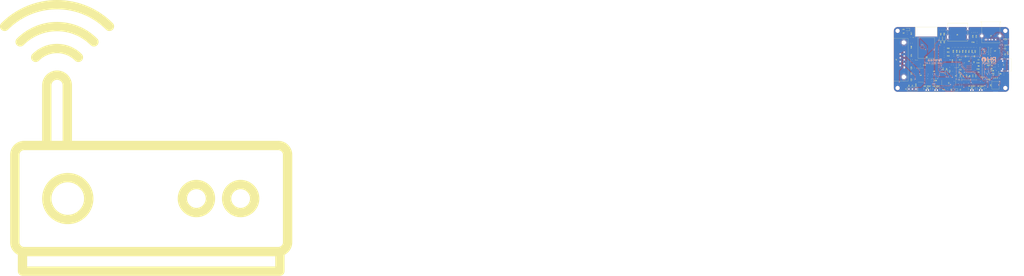
<source format=kicad_pcb>
(kicad_pcb (version 20241229) (generator "pcbnew") (generator_version "9.0")
  (title_block (title "${NAME}") (date "2025-06-22") (rev "${VERSION}") (company "Mikhail Matveev") (comment 1 "https://github.com/xtremespb/frank"))
  (layers (0 "F.Cu" signal) (2 "B.Cu" signal) (13 "F.Paste" user) (15 "B.Paste" user) (5 "F.SilkS" user "F.Silkscreen") (7 "B.SilkS" user "B.Silkscreen") (1 "F.Mask" user) (3 "B.Mask" user) (25 "Edge.Cuts" user))
  (property "NAME" "Protea")
  (property "VERSION" "2.07")
  (net 0 "")
  (net 1 "VBUS")
  (net 2 "GND")
  (net 3 "+3V3")
  (net 4 "Net-(U5-VREG_VOUT)")
  (net 5 "Net-(C17-Pad1)")
  (net 6 "/RP2040/XIN")
  (net 7 "/RS232_VBUS")
  (net 8 "/RS232/V+")
  (net 9 "/RS232/C1-")
  (net 10 "/RS232/C1+")
  (net 11 "/RS232/C2+")
  (net 12 "/RS232/C2-")
  (net 13 "/RS232/V-")
  (net 14 "/RS232_CTS")
  (net 15 "/RS232/CTS_MAX")
  (net 16 "/RS232/RX_MAX")
  (net 17 "/RS232_RX")
  (net 18 "Net-(J1-SHIELD)")
  (net 19 "/PW_D+")
  (net 21 "/PW_D-")
  (net 22 "Net-(J1-CC2)")
  (net 24 "Net-(J1-CC1)")
  (net 25 "Net-(J2-Pad1)")
  (net 26 "/RS232/TX_IN")
  (net 28 "/RS232/RX_IN")
  (net 29 "/RS232/RTS_IN")
  (net 30 "/RS232/CTS_IN")
  (net 31 "/RP_D-")
  (net 32 "/RP_D+")
  (net 33 "/ESP_TXD")
  (net 34 "/ESP_RXD")
  (net 35 "Net-(J5-D2P)")
  (net 36 "Net-(J5-D2N)")
  (net 38 "Net-(J5-CLKN)")
  (net 39 "Net-(J5-D1P)")
  (net 40 "Net-(J5-CLKP)")
  (net 41 "Net-(J5-D0N)")
  (net 44 "Net-(J5-D0P)")
  (net 46 "Net-(J5-D1N)")
  (net 48 "/GPIO14")
  (net 49 "/USBMPXSW")
  (net 50 "/SN74_S")
  (net 51 "Net-(LD1-A)")
  (net 52 "Net-(LD2-A)")
  (net 53 "Net-(LD3-A)")
  (net 54 "Net-(LD4-A)")
  (net 55 "Net-(J1-DN1)")
  (net 56 "/RP2040/QSPI_SS")
  (net 57 "Net-(J1-DP1)")
  (net 58 "Net-(R3-Pad1)")
  (net 59 "/RP2040/XOUT")
  (net 60 "/RP2040/GPIO25")
  (net 61 "Net-(R4-Pad1)")
  (net 62 "Net-(U5-USB_DP)")
  (net 63 "Net-(R9-Pad2)")
  (net 64 "Net-(U5-USB_DM)")
  (net 65 "/GPIO6")
  (net 66 "/GPIO7")
  (net 67 "/GPIO8")
  (net 68 "/GPIO9")
  (net 69 "/GPIO10")
  (net 70 "/GPIO11")
  (net 71 "/GPIO12")
  (net 72 "/GPIO13")
  (net 73 "/RUN")
  (net 74 "/GPIO17")
  (net 75 "/GPIO16")
  (net 76 "/GPIO18")
  (net 77 "/RS232_RTS")
  (net 78 "/RS232_TX")
  (net 79 "/GPIO19")
  (net 80 "/RP2040/QSPI_SD1")
  (net 81 "/RP2040/QSPI_SD2")
  (net 82 "/RP2040/QSPI_SD0")
  (net 83 "/RP2040/QSPI_SD3")
  (net 84 "/RP2040/QSPI_SCLK")
  (net 85 "/SWD")
  (net 86 "/GPIO29")
  (net 87 "/GPIO23")
  (net 88 "/GPIO22")
  (net 89 "/GPIO15")
  (net 90 "/GPIO0")
  (net 91 "/GPIO1")
  (net 92 "/GPIO20")
  (net 93 "/GPIO2")
  (net 94 "/GPIO5")
  (net 95 "/GPIO21")
  (net 96 "/GPIO3")
  (net 97 "/GPIO4")
  (net 98 "/GPIO26")
  (net 99 "/GPIO28")
  (net 100 "/GPIO24")
  (net 101 "/GPIO27")
  (net 102 "/SWCLK")
  (net 103 "/ESP_MISO")
  (net 104 "/ESP_GPIO10")
  (net 105 "/ESP_GPIO12")
  (net 106 "/ESP_GPIO13")
  (net 107 "/ESP_GPIO9")
  (net 108 "/ESP_ADC")
  (net 109 "/ESP_GPIO16")
  (net 110 "/ESP_GPIO4")
  (net 111 "/ESP_GPIO14")
  (net 112 "/ESP_CSO")
  (net 113 "/ESP_MOSI")
  (net 114 "/ESP_GPIO5")
  (net 115 "/ESP_SCLK")
  (net 116 "/UT_D-")
  (net 117 "/UT_D+")
  (net 118 "Net-(U9-3V)")
  (net 119 "Net-(J3-D-)")
  (net 120 "Net-(J3-D+)")
  (net 121 "Net-(R15-Pad1)")
  (net 122 "Net-(R16-Pad1)")
  (net 123 "/ESP_RESET")
  (net 124 "Net-(U8-EN)")
  (net 125 "Net-(U8-IO15)")
  (net 126 "Net-(U8-IO0)")
  (net 127 "Net-(U8-IO2)")
  (footprint "FRANK:TACT-SIDE-4623" (layer "F.Cu") (at 168.7 101 180)
    (property "Reference" "S4")
    (property "Value" "Flash" (hide yes))
  )
  (footprint "FRANK:Resistor (0805)" (layer "F.Cu") (at 179.947 87.303 -90)
    (property "Reference" "R11")
    (property "Value" "1K" (hide yes))
  )
  (footprint "FRANK:SOIC-8" (layer "F.Cu") (at 203.447 72.553 90)
    (property "Reference" "U4")
    (property "Value" "W25Q128JVSIQ" (hide yes))
  )
  (footprint "FRANK:Capacitor (0805)" (layer "F.Cu") (at 197.447 93.5 -90)
    (property "Reference" "C12")
    (property "Value" "100n" (hide yes))
  )
  (footprint "FRANK:LED (0805)" (layer "F.Cu") (at 147.795 57 180)
    (property "Reference" "LD1")
    (property "Value" "Green" (hide yes))
  )
  (footprint "FRANK:QFN 56" (layer "F.Cu") (at 192.447 84.803 -90)
    (property "Reference" "U5")
    (property "Value" "RP2040" (hide yes))
  )
  (footprint "FRANK:Resistor (0805)" (layer "F.Cu") (at 150.75 67 -90)
    (property "Reference" "R18")
    (property "Value" "10K" (hide yes))
  )
  (footprint "FRANK:TACT-SIDE-4623" (layer "F.Cu") (at 162.3 101 180)
    (property "Reference" "S3")
    (property "Value" "Reset" (hide yes))
  )
  (footprint "FRANK:Resistor (0805)" (layer "F.Cu") (at 205.447 80.053 -90)
    (property "Reference" "R9")
    (property "Value" "1K" (hide yes))
  )
  (footprint "FRANK:Pin Header (1x03)" (layer "F.Cu") (at 148.96 100.25 90)
    (property "Reference" "J4")
    (property "Value" "ESP8266 Prog" (hide yes))
  )
  (footprint "FRANK:Capacitor (0805)" (layer "F.Cu") (at 150.75 78.75 -90)
    (property "Reference" "C24")
    (property "Value" "1u" (hide yes))
  )
  (footprint "FRANK:Capacitor (0805)" (layer "F.Cu") (at 217.2 75.1 90)
    (property "Reference" "C3")
    (property "Value" "10u" (hide yes))
  )
  (footprint "FRANK:Capacitor (0805)" (layer "F.Cu") (at 198.25 66.25 180)
    (property "Reference" "C16")
    (property "Value" "100n" (hide yes))
  )
  (footprint "FRANK:Resistor (0805)" (layer "F.Cu") (at 174.5 76.25 180)
    (property "Reference" "R19")
    (property "Value" "10K" (hide yes))
  )
  (footprint "FRANK:Resistor (0805)" (layer "F.Cu") (at 183.447 70.053 -90)
    (property "Reference" "R28")
    (property "Value" "270R" (hide yes))
  )
  (footprint "FRANK:Capacitor (0805)" (layer "F.Cu") (at 157.25 83)
    (property "Reference" "C19")
    (property "Value" "1u" (hide yes))
  )
  (footprint "FRANK:Capacitor (0805)" (layer "F.Cu") (at 192.947 93.5 -90)
    (property "Reference" "C8")
    (property "Value" "100n" (hide yes))
  )
  (footprint "FRANK:Mounting Hole (2.7mm)" (layer "F.Cu") (at 218.75 58)
    (property "Reference" "H2" (hide yes))
    (property "Value" "MountingHole" (hide yes))
  )
  (footprint "FRANK:Diode (SOD-323)" (layer "F.Cu") (at 176.25 88.5 -90)
    (property "Reference" "D2")
    (property "Value" "1N4148" (hide yes))
  )
  (footprint "FRANK:LED (0805)" (layer "F.Cu") (at 172 63.225 90)
    (property "Reference" "LD4")
    (property "Value" "Orange" (hide yes))
  )
  (footprint "FRANK:Capacitor (0805)" (layer "F.Cu") (at 217.2 70.85 -90)
    (property "Reference" "C2")
    (property "Value" "10u" (hide yes))
  )
  (footprint "FRANK:SOT-23-6" (layer "F.Cu") (at 218.75 66.5 180)
    (property "Reference" "U7")
    (property "Value" "USBLC6-2SC6" (hide yes))
  )
  (footprint "FRANK:Resistor (0805)" (layer "F.Cu") (at 173.75 88.5 90)
    (property "Reference" "R14")
    (property "Value" "1K" (hide yes))
  )
  (footprint "FRANK:Resistor (0805)" (layer "F.Cu") (at 192.447 70.053 -90)
    (property "Reference" "R24")
    (property "Value" "270R" (hide yes))
  )
  (footprint "FRANK:HDMI (female)" (layer "F.Cu") (at 184.25 62.5 180)
    (property "Reference" "J5")
    (property "Value" "HDMI Female" (hide yes))
  )
  (footprint "FRANK:Mounting Hole (2.7mm)" (layer "F.Cu") (at 218.75 99.5)
    (property "Reference" "H3" (hide yes))
    (property "Value" "MountingHole" (hide yes))
  )
  (footprint "FRANK:Resistor (0805)" (layer "F.Cu") (at 190.197 70.053 -90)
    (property "Reference" "R25")
    (property "Value" "270R" (hide yes))
  )
  (footprint "FRANK:Resistor (0805)" (layer "F.Cu") (at 181.197 70.053 -90)
    (property "Reference" "R29")
    (property "Value" "270R" (hide yes))
  )
  (footprint "FRANK:Capacitor (0805)" (layer "F.Cu") (at 186.25 98 -90)
    (property "Reference" "C1")
    (property "Value" "100n" (hide yes))
  )
  (footprint "FRANK:Resistor (0805)" (layer "F.Cu") (at 211.56 78.75)
    (property "Reference" "R5")
    (property "Value" "5.1K" (hide yes))
  )
  (footprint "FRANK:Mounting Hole (2.7mm)" (layer "F.Cu") (at 140.75 58)
    (property "Reference" "H1" (hide yes))
    (property "Value" "MountingHole" (hide yes))
  )
  (footprint "FRANK:Resistor (0805)" (layer "F.Cu") (at 174.5 57.5 90)
    (property "Reference" "R30")
    (property "Value" "1.5K" (hide yes))
  )
  (footprint "FRANK:Crystal (3225)" (layer "F.Cu") (at 183.447 82.803 90)
    (property "Reference" "Y1")
    (property "Value" "12 MHz Passive" (hide yes))
  )
  (footprint "FRANK:Capacitor (0805)" (layer "F.Cu") (at 152.174 84.9825 90)
    (property "Reference" "C20")
    (property "Value" "1u" (hide yes))
  )
  (footprint "FRANK:Resistor (0805)" (layer "F.Cu") (at 185.697 70.053 -90)
    (property "Reference" "R27")
    (property "Value" "270R" (hide yes))
  )
  (footprint "FRANK:Capacitor (0805)" (layer "F.Cu") (at 181.5 75.75)
    (property "Reference" "C27")
    (property "Value" "100n" (hide yes))
  )
  (footprint "FRANK:DS05127203BKSMTTR" (layer "F.Cu") (at 211.75 97.5 180)
    (property "Reference" "JP1")
    (property "Value" "DS05-127-2-03BK-SMT-TR" (hide yes))
  )
  (footprint "FRANK:Resistor (0805)" (layer "F.Cu") (at 150.75 62.75 -90)
    (property "Reference" "R17")
    (property "Value" "10K" (hide yes))
  )
  (footprint "FRANK:Capacitor (0805)" (layer "F.Cu") (at 183.197 88.553 180)
    (property "Reference" "C14")
    (property "Value" "1u" (hide yes))
  )
  (footprint "FRANK:Resistor (0805)" (layer "F.Cu") (at 172 57.5 -90)
    (property "Reference" "R31")
    (property "Value" "1.5K" (hide yes))
  )
  (footprint "FRANK:Resistor (0805)" (layer "F.Cu") (at 201.947 83.553 180)
    (property "Reference" "R8")
    (property "Value" "27R" (hide yes))
  )
  (footprint "FRANK:Capacitor (0805)" (layer "F.Cu") (at 152.174 89.2325 90)
    (property "Reference" "C21")
    (property "Value" "1u" (hide yes))
  )
  (footprint "FRANK:Capacitor (0805)" (layer "F.Cu") (at 201.947 88.053)
    (property "Reference" "C5")
    (property "Value" "100n" (hide yes))
  )
  (footprint "FRANK:Diode (SOD-323)" (layer "F.Cu") (at 182.25 100.75 180)
    (property "Reference" "D1")
    (property "Value" "1N4148" (hide yes))
  )
  (footprint "FRANK:SOT-23-6" (layer "F.Cu") (at 212.25 89.1125 -90)
    (property "Reference" "U3")
    (property "Value" "USBLC6-2SC6" (hide yes))
  )
  (footprint "FRANK:Capacitor (0805)" (layer "F.Cu") (at 206.5 87 180)
    (property "Reference" "C28")
    (property "Value" "100n" (hide yes))
  )
  (footprint "FRANK:Resistor (0805)" (layer "F.Cu") (at 219 62.5 180)
    (property "Reference" "R15")
    (property "Value" "22R" (hide yes))
  )
  (footprint "FRANK:TACT-SIDE-4623" (layer "F.Cu") (at 200.95 101 180)
    (property "Reference" "S1")
    (property "Value" "Boot" (hide yes))
  )
  (footprint "FRANK:Resistor (0805)" (layer "F.Cu") (at 190.697 93.5 90)
    (property "Reference" "R12")
    (property "Value" "1K" (hide yes))
  )
  (footprint "FRANK:SOT-223" (layer "F.Cu") (at 211.5 72.6 90)
    (property "Reference" "U2")
    (property "Value" "NCP1117 3.3" (hide yes))
  )
  (footprint "FRANK:Resistor (0805)" (layer "F.Cu") (at 211.5 81)
    (property "Reference" "R4")
    (property "Value" "22R" (hide yes))
  )
  (footprint "FRANK:Resistor (0805)" (layer "F.Cu") (at 177 100.75)
    (property "Reference" "R13")
    (property "Value" "1K" (hide yes))
  )
  (footprint "FRANK:D-SUB (9 pin, male, top mount)" (layer "F.Cu") (at 145.55 73.46 -90)
    (property "Reference" "J2")
    (property "Value" "D-SUB 9 Male")
  )
  (footprint "FRANK:ESP8266 ESP-12E" (layer "F.Cu") (at 161.5 70.75)
    (property "Reference" "U8")
    (property "Value" "ESP8266 ESP-12F" (hide yes))
  )
  (footprint "FRANK:Resistor (0805)" (layer "F.Cu") (at 211.5 83.25)
    (property "Reference" "R3")
    (property "Value" "22R" (hide yes))
  )
  (footprint "FRANK:Capacitor (0805)" (layer "F.Cu") (at 183.197 79.053)
    (property "Reference" "C17")
    (property "Value" "15p" (hide yes))
  )
  (footprint "FRANK:Resistor (0805)" (layer "F.Cu") (at 174.5 73.5 180)
    (property "Reference" "R21")
    (property "Value" "10K" (hide yes))
  )
  (footprint "FRANK:Resistor (0805)" (layer "F.Cu") (at 220.5 71 -90)
    (property "Reference" "R16")
    (property "Value" "22R" (hide yes))
  )
  (footprint "FRANK:Resistor (0805)" (layer "F.Cu") (at 180.5 90.75)
    (property "Reference" "R1")
    (property "Value" "10K" (hide yes))
  )
  (footprint "FRANK:Resistor (0805)" (layer "F.Cu") (at 201.947 85.803 180)
    (property "Reference" "R10")
    (property "Value" "27R" (hide yes))
  )
  (footprint "FRANK:Capacitor (0805)" (layer "F.Cu") (at 188.447 93.5 -90)
    (property "Reference" "C7")
    (property "Value" "100n" (hide yes))
  )
  (footprint "FRANK:Capacitor (0805)" (layer "F.Cu") (at 195.197 93.5 -90)
    (property "Reference" "C11")
    (property "Value" "100n" (hide yes))
  )
  (footprint "FRANK:USB Type A (single)" (layer "F.Cu") (at 211.75 64.36 180)
    (property "Reference" "J3")
    (property "Value" "676430910" (hide yes))
  )
  (footprint "FRANK:Resistor (0805)" (layer "F.Cu") (at 174.5 70.75 180)
    (property "Reference" "R20")
    (property "Value" "10K" (hide yes))
  )
  (footprint "FRANK:Capacitor (0805)" (layer "F.Cu") (at 165.25 94.075)
    (property "Reference" "C26")
    (property "Value" "100n" (hide yes))
  )
  (footprint "FRANK:UQFN-10" (layer "F.Cu") (at 206.75 91.25)
    (property "Reference" "U10")
    (property "Value" "TS3USB221RSER" (hide yes))
  )
  (footprint "FRANK:Mounting Hole (2.7mm)" (layer "F.Cu") (at 140.75 99.5)
    (property "Reference" "H4" (hide yes))
    (property "Value" "MountingHole" (hide yes))
  )
  (footprint "FRANK:Capacitor (0805)" (layer "F.Cu") (at 197.75 59.2125 -90)
    (property "Reference" "C23")
    (property "Value" "10u" (hide yes))
  )
  (footprint "FRANK:Capacitor (0805)" (layer "F.Cu") (at 152.174 93.4825 -90)
    (property "Reference" "C22")
    (property "Value" "1u" (hide yes))
  )
  (footprint "FRANK:LED (0805)" (layer "F.Cu") (at 186.197 93.5 -90)
    (property "Reference" "LD2")
    (property "Value" "Blue" (hide yes))
  )
  (footprint "FRANK:USB Type C" (layer "F.Cu") (at 223.1 82.82 90)
    (property "Reference" "J1")
    (property "Value" "USB4215-03-A" (hide yes))
  )
  (footprint "FRANK:Capacitor (0805)" (layer "F.Cu") (at 201.947 81.303)
    (property "Reference" "C15")
    (property "Value" "1u" (hide yes))
  )
  (footprint "FRANK:Capacitor (0805)" (layer "F.Cu") (at 194.947 76.553 90)
    (property "Reference" "C6")
    (property "Value" "100n" (hide yes))
  )
  (footprint "FRANK:Resistor (0805)" (layer "F.Cu") (at 211.5 85.5)
    (property "Reference" "R2")
    (property "Value" "5.1K" (hide yes))
  )
  (footprint "FRANK:TACT-SIDE-4623" (layer "F.Cu") (at 194.55 101 180)
    (property "Reference" "S2")
    (property "Value" "Reset" (hide yes))
  )
  (footprint "FRANK:Capacitor (0805)" (layer "F.Cu") (at 191.447 76.553 90)
    (property "Reference" "C9")
    (property "Value" "100n" (hide yes))
  )
  (footprint "FRANK:SOP-16" (layer "F.Cu") (at 177.825 95.75 -90)
    (property "Reference" "U1")
    (property "Value" "SN74CBT3257CDR" (hide yes))
  )
  (footprint "FRANK:Capacitor (0805)" (layer "F.Cu") (at 183.197 86.303 180)
    (property "Reference" "C10")
    (property "Value" "100n" (hide yes))
  )
  (footprint "FRANK:Capacitor (0805)" (layer "F.Cu") (at 195.25 59.25 90)
    (property "Reference" "C25")
    (property "Value" "100n" (hide yes))
  )
  (footprint "FRANK:LED (0805)" (layer "F.Cu") (at 174.5 63.225 90)
    (property "Reference" "LD3")
    (property "Value" "Orange" (hide yes))
  )
  (footprint "FRANK:Capacitor (0805)" (layer "F.Cu") (at 201.947 90.303)
    (property "Reference" "C13")
    (property "Value" "100n" (hide yes))
  )
  (footprint "FRANK:Resistor (0805)" (layer "F.Cu") (at 187.947 70.053 -90)
    (property "Reference" "R26")
    (property "Value" "270R" (hide yes))
  )
  (footprint "FRANK:Resistor (0805)" (layer "F.Cu") (at 147.75 59.75)
    (property "Reference" "R7")
    (property "Value" "1K" (hide yes))
  )
  (footprint "FRANK:SOP-16" (layer "F.Cu") (at 157.462 90.195)
    (property "Reference" "U6")
    (property "Value" "MAX232CSE+" (hide yes))
  )
  (footprint "FRANK:Resistor (0805)" (layer "F.Cu") (at 206.45 84.6)
    (property "Reference" "R32")
    (property "Value" "10K" (hide yes))
  )
  (footprint "FRANK:Capacitor (0805)" (layer "F.Cu") (at 201.947 79.053)
    (property "Reference" "C4")
    (property "Value" "100n" (hide yes))
  )
  (footprint "FRANK:SOP-16" (layer "F.Cu") (at 167 87.5 180)
    (property "Reference" "U9")
    (property "Value" "CH340C" (hide yes))
  )
  (footprint "FRANK:Resistor (0805)" (layer "F.Cu") (at 196.947 70.053 -90)
    (property "Reference" "R22")
    (property "Value" "270R" (hide yes))
  )
  (footprint "FRANK:Resistor (0805)" (layer "F.Cu") (at 217.75 89.25)
    (property "Reference" "R6")
    (property "Value" "1M" (hide yes))
  )
  (footprint "FRANK:Capacitor (0805)" (layer "F.Cu") (at 180.447 82.803 90)
    (property "Reference" "C18")
    (property "Value" "15p" (hide yes))
  )
  (footprint "FRANK:Resistor (0805)" (layer "F.Cu") (at 194.697 70.053 -90)
    (property "Reference" "R23")
    (property "Value" "270R" (hide yes))
  )
  (footprint "FRANK:Jumper (solder)" (layer "B.Cu") (at 158.65 70 180)
    (property "Reference" "JP2")
    (property "Value" "ESP Reset")
  )
  (gr_poly (pts (xy -466.819893 67.482458) (xy -465.611776 67.569234) (xy -464.408125 67.713839) (xy -463.211171 67.916273) (xy -462.023145 68.176533) (xy -460.846278 68.494621) (xy -459.6828 68.870534) (xy -458.534944 69.304272) (xy -457.404939 69.795835) (xy -456.295018 70.345221) (xy -455.20741 70.952431) (xy -454.144348 71.617462) (xy -453.108061 72.340315) (xy -452.100781 73.120989) (xy -451.124739 73.959483) (xy -450.182166 74.855796) (xy -450.062409 74.981763) (xy -449.950378 75.112226) (xy -449.846073 75.246884) (xy -449.749494 75.385438) (xy -449.660642 75.527588) (xy -449.579516 75.673035) (xy -449.506116 75.821478) (xy -449.440443 75.972619) (xy -449.382496 76.126156) (xy -449.332275 76.281792) (xy -449.28978 76.439225) (xy -449.255012 76.598157) (xy -449.22797 76.758288) (xy -449.208655 76.919318) (xy -449.197065 77.080947) (xy -449.193202 77.242876) (xy -449.197065 77.404804) (xy -449.208655 77.566433) (xy -449.22797 77.727463) (xy -449.255012 77.887594) (xy -449.28978 78.046526) (xy -449.332275 78.20396) (xy -449.382496 78.359595) (xy -449.440443 78.513133) (xy -449.506116 78.664274) (xy -449.579516 78.812717) (xy -449.660642 78.958164) (xy -449.749494 79.100314) (xy -449.846073 79.238869) (xy -449.950378 79.373527) (xy -450.062409 79.50399) (xy -450.182166 79.629958) (xy -450.308134 79.749654) (xy -450.438597 79.861628) (xy -450.573255 79.965879) (xy -450.71181 80.062407) (xy -450.85396 80.151212) (xy -450.999407 80.232295) (xy -451.14785 80.305655) (xy -451.29899 80.371291) (xy -451.452528 80.429204) (xy -451.608164 80.479393) (xy -451.765597 80.521859) (xy -451.924529 80.556602) (xy -452.08466 80.58362) (xy -452.245689 80.602915) (xy -452.407318 80.614485) (xy -452.569247 80.618331) (xy -452.731175 80.614453) (xy -452.892804 80.602851) (xy -453.053834 80.583524) (xy -453.213964 80.556472) (xy -453.372896 80.521696) (xy -453.530329 80.479195) (xy -453.685965 80.428968) (xy -453.839502 80.371017) (xy -453.990643 80.30534) (xy -454.139086 80.231937) (xy -454.284532 80.150809) (xy -454.426682 80.061956) (xy -454.565236 79.965377) (xy -454.699894 79.861072) (xy -454.830357 79.74904) (xy -454.956325 79.629283) (xy -455.64697 78.972613) (xy -456.362109 78.358313) (xy -457.100107 77.786382) (xy -457.859332 77.256819) (xy -458.638151 76.769625) (xy -459.43493 76.324799) (xy -460.248036 75.922341) (xy -461.075837 75.562249) (xy -461.916698 75.244525) (xy -462.768988 74.969167) (xy -463.631073 74.736176) (xy -464.501319 74.54555) (xy -465.378093 74.39729) (xy -466.259764 74.291394) (xy -467.144696 74.227864) (xy -468.031258 74.206697) (xy -468.917815 74.227895) (xy -469.802736 74.291456) (xy -470.684386 74.397381) (xy -471.561133 74.545668) (xy -472.431344 74.736318) (xy -473.293385 74.96933) (xy -474.145623 75.244703) (xy -474.986425 75.562438) (xy -475.814159 75.922534) (xy -476.62719 76.324991) (xy -477.423886 76.769808) (xy -478.202614 77.256984) (xy -478.96174 77.786521) (xy -479.699631 78.358416) (xy -480.414655 78.97267) (xy -481.105178 79.629283) (xy -481.231088 79.7491) (xy -481.361504 79.861183) (xy -481.496127 79.965533) (xy -481.634654 80.06215) (xy -481.776787 80.151035) (xy -481.922224 80.232188) (xy -482.070665 80.30561) (xy -482.221811 80.371301) (xy -482.375359 80.429262) (xy -482.531011 80.479494) (xy -482.688465 80.521996) (xy -482.847421 80.556769) (xy -483.007578 80.583814) (xy -483.168637 80.603131) (xy -483.330297 80.614721) (xy -483.492257 80.618585) (xy -483.654218 80.614722) (xy -483.815877 80.603133) (xy -483.976936 80.583819) (xy -484.137094 80.55678) (xy -484.29605 80.522016) (xy -484.453504 80.479529) (xy -484.609156 80.429319) (xy -484.762704 80.371386) (xy -484.91385 80.30573) (xy -485.062291 80.232353) (xy -485.207728 80.151254) (xy -485.349861 80.062435) (xy -485.488389 79.965895) (xy -485.623011 79.861635) (xy -485.753428 79.749656) (xy -485.879338 79.629958) (xy -485.999095 79.503991) (xy -486.111126 79.373528) (xy -486.215431 79.23887) (xy -486.312009 79.100316) (xy -486.400861 78.958166) (xy -486.481987 78.812719) (xy -486.555387 78.664276) (xy -486.62106 78.513135) (xy -486.679007 78.359598) (xy -486.729228 78.203962) (xy -486.771722 78.046528) (xy -486.806491 77.887597) (xy -486.833533 77.727466) (xy -486.852848 77.566436) (xy -486.864438 77.404807) (xy -486.868301 77.242878) (xy -486.864438 77.08095) (xy -486.852848 76.919321) (xy -486.833533 76.758291) (xy -486.806491 76.59816) (xy -486.771722 76.439228) (xy -486.729228 76.281794) (xy -486.679007 76.126159) (xy -486.62106 75.972621) (xy -486.555387 75.82148) (xy -486.481987 75.673037) (xy -486.400861 75.52759) (xy -486.312009 75.38544) (xy -486.215431 75.246885) (xy -486.111126 75.112227) (xy -485.999095 74.981764) (xy -485.879338 74.855796) (xy -484.936642 73.959368) (xy -483.960485 73.120781) (xy -482.953099 72.340036) (xy -481.916713 71.61713) (xy -480.853559 70.952064) (xy -479.765868 70.344836) (xy -478.655871 69.795446) (xy -477.5258 69.303892) (xy -476.377884 68.870176) (xy -475.214355 68.494294) (xy -474.037444 68.176248) (xy -472.849383 67.916035) (xy -471.652401 67.713656) (xy -470.44873 67.56911) (xy -469.240601 67.482395) (xy -468.030245 67.453511)) (stroke (width -0.000001)) (fill yes) (layer "F.SilkS"))
  (gr_poly (pts (xy -459.312518 161.158573) (xy -458.370826 161.230405) (xy -457.442673 161.348689) (xy -456.529233 161.512249) (xy -455.631684 161.71991) (xy -454.751199 161.970495) (xy -453.888956 162.262831) (xy -453.046128 162.595741) (xy -452.223891 162.968049) (xy -451.423422 163.378581) (xy -450.645895 163.826161) (xy -449.892486 164.309613) (xy -449.16437 164.827762) (xy -448.462723 165.379433) (xy -447.78872 165.96345) (xy -447.143537 166.578637) (xy -446.52835 167.22382) (xy -445.944332 167.897822) (xy -445.392661 168.599469) (xy -444.874512 169.327584) (xy -444.391059 170.080993) (xy -443.943479 170.85852) (xy -443.532947 171.658989) (xy -443.160638 172.481226) (xy -442.827728 173.324054) (xy -442.535392 174.186298) (xy -442.284806 175.066782) (xy -442.077145 175.964332) (xy -441.913585 176.877772) (xy -441.795301 177.805926) (xy -441.723469 178.747618) (xy -441.699264 179.701674) (xy -441.723469 180.655731) (xy -441.795301 181.597423) (xy -441.913585 182.525577) (xy -442.077145 183.439017) (xy -442.284806 184.336567) (xy -442.535392 185.217051) (xy -442.827728 186.079295) (xy -443.160638 186.922123) (xy -443.532947 187.744359) (xy -443.943479 188.544829) (xy -444.391059 189.322356) (xy -444.874512 190.075764) (xy -445.392661 190.80388) (xy -445.944332 191.505527) (xy -446.52835 192.179529) (xy -447.143537 192.824712) (xy -447.78872 193.439899) (xy -448.462723 194.023916) (xy -449.16437 194.575587) (xy -449.892486 195.093736) (xy -450.645895 195.577188) (xy -451.423422 196.024768) (xy -452.223891 196.4353) (xy -453.046128 196.807608) (xy -453.888956 197.140518) (xy -454.751199 197.432853) (xy -455.631684 197.683439) (xy -456.529233 197.8911) (xy -457.442673 198.054659) (xy -458.370826 198.172943) (xy -459.312518 198.244776) (xy -460.266574 198.268981) (xy -461.220571 198.244776) (xy -462.162212 198.172943) (xy -463.090321 198.054659) (xy -464.003723 197.8911) (xy -464.901241 197.683439) (xy -465.781701 197.432853) (xy -466.643925 197.140518) (xy -467.486739 196.807608) (xy -468.308966 196.4353) (xy -469.109431 196.024768) (xy -469.886957 195.577188) (xy -470.64037 195.093736) (xy -471.368492 194.575587) (xy -472.070149 194.023916) (xy -472.744164 193.439899) (xy -473.389362 192.824712) (xy -474.004566 192.179529) (xy -474.588602 191.505527) (xy -475.140293 190.80388) (xy -475.658463 190.075764) (xy -476.141936 189.322356) (xy -476.589537 188.544829) (xy -477.00009 187.744359) (xy -477.372419 186.922123) (xy -477.705348 186.079295) (xy -477.997702 185.217051) (xy -478.248304 184.336567) (xy -478.455979 183.439017) (xy -478.61955 182.525577) (xy -478.737843 181.597423) (xy -478.809681 180.655731) (xy -478.833888 179.701674) (xy -472.082137 179.701674) (xy -472.066732 180.308753) (xy -472.021016 180.90797) (xy -471.945737 181.498577) (xy -471.841644 182.079826) (xy -471.709485 182.650969) (xy -471.550008 183.211257) (xy -471.363962 183.759942) (xy -471.152094 184.296276) (xy -470.915154 184.819509) (xy -470.653889 185.328895) (xy -470.369048 185.823685) (xy -470.06138 186.30313) (xy -469.731632 186.766482) (xy -469.380552 187.212993) (xy -469.00889 187.641914) (xy -468.617393 188.052497) (xy -468.20681 188.443994) (xy -467.777889 188.815656) (xy -467.331378 189.166736) (xy -466.868026 189.496484) (xy -466.388582 189.804153) (xy -465.893792 190.088994) (xy -465.384407 190.350258) (xy -464.861173 190.587199) (xy -464.324839 190.799066) (xy -463.776155 190.985113) (xy -463.215867 191.144589) (xy -462.644724 191.276749) (xy -462.063476 191.380842) (xy -461.472869 191.45612) (xy -460.873652 191.501836) (xy -460.266574 191.517241) (xy -459.659496 191.501836) (xy -459.06028 191.45612) (xy -458.469674 191.380842) (xy -457.888426 191.276749) (xy -457.317284 191.144589) (xy -456.756996 190.985113) (xy -456.208312 190.799066) (xy -455.671979 190.587199) (xy -455.148745 190.350258) (xy -454.63936 190.088994) (xy -454.14457 189.804153) (xy -453.665126 189.496484) (xy -453.201774 189.166736) (xy -452.755264 188.815656) (xy -452.326343 188.443994) (xy -451.91576 188.052497) (xy -451.524263 187.641914) (xy -451.1526 187.212993) (xy -450.801521 186.766482) (xy -450.471773 186.30313) (xy -450.164104 185.823685) (xy -449.879263 185.328895) (xy -449.617998 184.819509) (xy -449.381058 184.296276) (xy -449.16919 183.759942) (xy -448.983144 183.211257) (xy -448.823667 182.650969) (xy -448.691507 182.079826) (xy -448.587414 181.498577) (xy -448.512135 180.90797) (xy -448.466419 180.308753) (xy -448.451014 179.701674) (xy -448.466419 179.094597) (xy -448.512135 178.495382) (xy -448.587414 177.904776) (xy -448.691507 177.323528) (xy -448.823666 176.752386) (xy -448.983143 176.192099) (xy -449.16919 175.643415) (xy -449.381057 175.107082) (xy -449.617997 174.583849) (xy -449.879262 174.074464) (xy -450.164103 173.579675) (xy -450.471772 173.10023) (xy -450.80152 172.636879) (xy -451.152599 172.190369) (xy -451.524261 171.761448) (xy -451.915758 171.350865) (xy -452.326341 170.959369) (xy -452.755262 170.587707) (xy -453.201772 170.236627) (xy -453.665124 169.906879) (xy -454.144569 169.599211) (xy -454.639358 169.31437) (xy -455.148744 169.053105) (xy -455.671977 168.816165) (xy -456.20831 168.604298) (xy -456.756995 168.418251) (xy -457.317282 168.258775) (xy -457.888425 168.126615) (xy -458.469673 168.022522) (xy -459.06028 167.947244) (xy -459.659496 167.901528) (xy -460.266574 167.886123) (xy -460.873652 167.901528) (xy -461.472869 167.947244) (xy -462.063476 168.022522) (xy -462.644724 168.126615) (xy -463.215867 168.258775) (xy -463.776155 168.418251) (xy -464.324839 168.604298) (xy -464.861173 168.816165) (xy -465.384407 169.053105) (xy -465.893792 169.31437) (xy -466.388582 169.599211) (xy -466.868026 169.906879) (xy -467.331378 170.236627) (xy -467.777889 170.587707) (xy -468.20681 170.959369) (xy -468.617393 171.350865) (xy -469.00889 171.761448) (xy -469.380552 172.190369) (xy -469.731632 172.636879) (xy -470.06138 173.10023) (xy -470.369048 173.579675) (xy -470.653889 174.074464) (xy -470.915154 174.583849) (xy -471.152094 175.107082) (xy -471.363962 175.643415) (xy -471.550008 176.192099) (xy -471.709485 176.752386) (xy -471.841644 177.323528) (xy -471.945737 177.904776) (xy -472.021016 178.495382) (xy -472.066732 179.094597) (xy -472.082137 179.701674) (xy -478.833888 179.701674) (xy -478.809683 178.747618) (xy -478.73785 177.805926) (xy -478.619566 176.877772) (xy -478.456006 175.964332) (xy -478.248346 175.066782) (xy -477.99776 174.186298) (xy -477.705424 173.324054) (xy -477.372514 172.481226) (xy -477.000205 171.658989) (xy -476.589673 170.85852) (xy -476.142093 170.080993) (xy -475.658641 169.327584) (xy -475.140491 168.599469) (xy -474.58882 167.897822) (xy -474.004803 167.22382) (xy -473.389615 166.578637) (xy -472.744432 165.96345) (xy -472.070429 165.379433) (xy -471.368782 164.827762) (xy -470.640666 164.309613) (xy -469.887257 163.826161) (xy -469.10973 163.378581) (xy -468.30926 162.968049) (xy -467.487024 162.595741) (xy -466.644196 162.262831) (xy -465.781951 161.970495) (xy -464.901467 161.71991) (xy -464.003917 161.512249) (xy -463.090477 161.348689) (xy -462.162323 161.230405) (xy -461.22063 161.158573) (xy -460.266574 161.134368)) (stroke (width -0.000001)) (fill yes) (layer "F.SilkS"))
  (gr_poly (pts (xy -366.396468 166.173983) (xy -365.709511 166.226384) (xy -365.032431 166.312671) (xy -364.366085 166.431986) (xy -363.71133 166.583472) (xy -363.069023 166.766272) (xy -362.440024 166.979528) (xy -361.825188 167.222382) (xy -361.225373 167.493977) (xy -360.641438 167.793456) (xy -360.074239 168.119961) (xy -359.524633 168.472635) (xy -358.993479 168.850619) (xy -358.481634 169.253058) (xy -357.989955 169.679092) (xy -357.519299 170.127866) (xy -357.070525 170.59852) (xy -356.64449 171.090199) (xy -356.242051 171.602043) (xy -355.864066 172.133197) (xy -355.511391 172.682801) (xy -355.184886 173.25) (xy -354.885406 173.833935) (xy -354.61381 174.433749) (xy -354.370955 175.048584) (xy -354.157699 175.677583) (xy -353.974899 176.319889) (xy -353.823413 176.974644) (xy -353.704097 177.64099) (xy -353.61781 178.31807) (xy -353.565409 179.005027) (xy -353.547751 179.701003) (xy -353.565411 180.396979) (xy -353.617818 181.083936) (xy -353.704113 181.761016) (xy -353.823441 182.427363) (xy -353.974942 183.082118) (xy -354.157758 183.724424) (xy -354.371032 184.353424) (xy -354.613907 184.96826) (xy -354.885523 185.568074) (xy -355.185024 186.15201) (xy -355.511551 186.719209) (xy -355.864247 187.268814) (xy -356.242253 187.799968) (xy -356.644712 188.311814) (xy -357.070766 188.803493) (xy -357.519557 189.274148) (xy -357.990227 189.722922) (xy -358.481919 190.148957) (xy -358.993774 190.551396) (xy -359.524935 190.929382) (xy -360.074544 191.282056) (xy -360.641742 191.608562) (xy -361.225673 191.908041) (xy -361.825478 192.179637) (xy -362.440299 192.422492) (xy -363.069278 192.635748) (xy -363.711559 192.818548) (xy -364.366282 192.970035) (xy -365.03259 193.08935) (xy -365.709625 193.175637) (xy -366.396529 193.228038) (xy -367.092444 193.245696) (xy -367.78836 193.228038) (xy -368.475264 193.175637) (xy -369.152299 193.08935) (xy -369.818607 192.970035) (xy -370.47333 192.818548) (xy -371.11561 192.635748) (xy -371.74459 192.422492) (xy -372.359411 192.179637) (xy -372.959216 191.908041) (xy -373.543147 191.608562) (xy -374.110345 191.282056) (xy -374.659954 190.929382) (xy -375.191115 190.551396) (xy -375.70297 190.148957) (xy -376.194661 189.722922) (xy -376.665332 189.274148) (xy -377.114123 188.803493) (xy -377.540177 188.311814) (xy -377.942636 187.799968) (xy -378.320642 187.268814) (xy -378.673338 186.719209) (xy -378.999865 186.15201) (xy -379.299365 185.568074) (xy -379.570982 184.96826) (xy -379.813856 184.353424) (xy -380.027131 183.724424) (xy -380.209947 183.082118) (xy -380.361448 182.427363) (xy -380.480775 181.761016) (xy -380.567071 181.083936) (xy -380.619478 180.396979) (xy -380.63712 179.701674) (xy -373.885383 179.701674) (xy -373.876525 180.050732) (xy -373.850241 180.395264) (xy -373.806959 180.734842) (xy -373.74711 181.069036) (xy -373.671125 181.397415) (xy -373.579433 181.719549) (xy -373.472466 182.035009) (xy -373.350654 182.343364) (xy -373.214426 182.644185) (xy -373.064214 182.937042) (xy -372.900447 183.221504) (xy -372.723557 183.497141) (xy -372.533972 183.763525) (xy -372.332125 184.020224) (xy -372.118444 184.266808) (xy -371.893361 184.502849) (xy -371.657306 184.727915) (xy -371.410708 184.941577) (xy -371.153999 185.143404) (xy -370.887609 185.332968) (xy -370.611969 185.509837) (xy -370.327507 185.673582) (xy -370.034656 185.823773) (xy -369.733844 185.95998) (xy -369.425504 186.081773) (xy -369.110064 186.188722) (xy -368.787955 186.280397) (xy -368.459609 186.356368) (xy -368.125454 186.416205) (xy -367.785921 186.459478) (xy -367.441441 186.485757) (xy -367.092444 186.494613) (xy -366.743388 186.485755) (xy -366.398857 186.459471) (xy -366.05928 186.416189) (xy -365.725087 186.35634) (xy -365.396709 186.280355) (xy -365.074575 186.188663) (xy -364.759116 186.081696) (xy -364.450761 185.959884) (xy -364.14994 185.823656) (xy -363.857084 185.673444) (xy -363.572622 185.509677) (xy -363.296984 185.332787) (xy -363.030601 185.143202) (xy -362.773902 184.941355) (xy -362.527317 184.727674) (xy -362.291276 184.502591) (xy -362.066209 184.266536) (xy -361.852547 184.019938) (xy -361.650719 183.76323) (xy -361.461155 183.49684) (xy -361.284285 183.221199) (xy -361.12054 182.936737) (xy -360.970348 182.643886) (xy -360.83414 182.343075) (xy -360.712347 182.034734) (xy -360.605398 181.719294) (xy -360.513722 181.397186) (xy -360.437751 181.068839) (xy -360.377914 180.734684) (xy -360.334641 180.395151) (xy -360.308361 180.050671) (xy -360.299506 179.701674) (xy -360.308363 179.352618) (xy -360.334648 179.008087) (xy -360.37793 178.66851) (xy -360.437778 178.334317) (xy -360.513763 178.005939) (xy -360.605454 177.683805) (xy -360.712421 177.368346) (xy -360.834233 177.059991) (xy -360.97046 176.75917) (xy -361.120672 176.466314) (xy -361.284438 176.181852) (xy -361.461328 175.906214) (xy -361.650912 175.639831) (xy -361.852759 175.383132) (xy -362.066439 175.136547) (xy -362.291522 174.900506) (xy -362.527577 174.675439) (xy -362.774174 174.461777) (xy -363.030883 174.259949) (xy -363.297273 174.070385) (xy -363.572913 173.893515) (xy -363.857375 173.72977) (xy -364.150226 173.579578) (xy -364.451038 173.443371) (xy -364.759379 173.321577) (xy -365.074819 173.214628) (xy -365.396928 173.122953) (xy -365.725276 173.046981) (xy -366.059432 172.987144) (xy -366.398965 172.943871) (xy -366.743446 172.917591) (xy -367.092444 172.908736) (xy -367.441441 172.917593) (xy -367.785916 172.943878) (xy -368.125441 172.98716) (xy -368.459585 173.047009) (xy -368.787918 173.122994) (xy -369.110011 173.214685) (xy -369.425433 173.321652) (xy -369.733754 173.443465) (xy -370.034545 173.579693) (xy -370.327376 173.729905) (xy -370.611816 173.893671) (xy -370.887435 174.070562) (xy -371.153804 174.260146) (xy -371.410493 174.461994) (xy -371.657071 174.675675) (xy -371.893109 174.900758) (xy -372.118177 175.136813) (xy -372.331845 175.38341) (xy -372.533682 175.640119) (xy -372.723259 175.906509) (xy -372.900146 176.18215) (xy -373.063913 176.466612) (xy -373.21413 176.759463) (xy -373.350366 177.060274) (xy -373.472193 177.368615) (xy -373.57918 177.684055) (xy -373.670897 178.006163) (xy -373.746913 178.33451) (xy -373.8068 178.668665) (xy -373.850128 179.008198) (xy -373.876465 179.352678) (xy -373.885383 179.701674) (xy -380.63712 179.701674) (xy -380.637137 179.701003) (xy -380.61948 179.005027) (xy -380.567079 178.31807) (xy -380.480791 177.64099) (xy -380.361476 176.974644) (xy -380.209989 176.319889) (xy -380.027188 175.677583) (xy -379.813932 175.048584) (xy -379.571076 174.433749) (xy -379.29948 173.833935) (xy -379 173.25) (xy -378.673494 172.682801) (xy -378.320819 172.133197) (xy -377.942833 171.602043) (xy -377.540394 171.090199) (xy -377.114358 170.59852) (xy -376.665584 170.127866) (xy -376.194928 169.679092) (xy -375.703249 169.253058) (xy -375.191403 168.850619) (xy -374.660249 168.472635) (xy -374.110643 168.119961) (xy -373.543444 167.793456) (xy -372.959509 167.493977) (xy -372.359694 167.222382) (xy -371.744859 166.979528) (xy -371.11586 166.766272) (xy -370.473554 166.583472) (xy -369.8188 166.431986) (xy -369.152454 166.312671) (xy -368.475375 166.226384) (xy -367.788419 166.173983) (xy -367.092444 166.156325)) (stroke (width -0.000001)) (fill yes) (layer "F.SilkS"))
  (gr_poly (pts (xy -467.476043 86.78334) (xy -466.928185 86.825137) (xy -466.388199 86.893963) (xy -465.856769 86.989133) (xy -465.33458 87.109964) (xy -464.822316 87.25577) (xy -464.32066 87.425869) (xy -463.830298 87.619575) (xy -463.351912 87.836205) (xy -462.886188 88.075074) (xy -462.433809 88.335499) (xy -461.99546 88.616795) (xy -461.571824 88.918278) (xy -461.163586 89.239264) (xy -460.771431 89.579068) (xy -460.396041 89.937007) (xy -460.038102 90.312396) (xy -459.698298 90.704552) (xy -459.377312 91.112789) (xy -459.075829 91.536425) (xy -458.794533 91.974774) (xy -458.534108 92.427153) (xy -458.295239 92.892877) (xy -458.078609 93.371262) (xy -457.884903 93.861624) (xy -457.714804 94.36328) (xy -457.568998 94.875544) (xy -457.448167 95.397733) (xy -457.352997 95.929162) (xy -457.284171 96.469148) (xy -457.242374 97.017005) (xy -457.22829 97.572051) (xy -457.22829 137.836783) (xy -307.80738 137.836783) (xy -307.287 137.849989) (xy -306.773361 137.889177) (xy -306.267106 137.953707) (xy -305.768875 138.042937) (xy -305.279308 138.156226) (xy -304.799048 138.292931) (xy -304.328735 138.452412) (xy -303.869011 138.634027) (xy -303.420516 138.837135) (xy -302.983892 139.061094) (xy -302.55978 139.305262) (xy -302.14882 139.568998) (xy -301.751655 139.851661) (xy -301.368925 140.152609) (xy -301.001271 140.4712) (xy -300.649335 140.806793) (xy -300.313757 141.158747) (xy -299.995179 141.52642) (xy -299.694242 141.90917) (xy -299.411587 142.306356) (xy -299.147854 142.717337) (xy -298.903686 143.141471) (xy -298.679724 143.578117) (xy -298.476608 144.026632) (xy -298.294979 144.486376) (xy -298.135479 144.956707) (xy -297.998748 145.436983) (xy -297.885429 145.926563) (xy -297.796162 146.424806) (xy -297.731588 146.93107) (xy -297.692348 147.444713) (xy -297.679084 147.965095) (xy -297.679084 211.438949) (xy -297.685714 211.807466) (xy -297.705451 212.172662) (xy -297.738067 212.534313) (xy -297.783334 212.892196) (xy -297.841022 213.246087) (xy -297.910903 213.595762) (xy -297.992749 213.940999) (xy -298.08633 214.281573) (xy -298.191419 214.617262) (xy -298.307787 214.947841) (xy -298.435205 215.273087) (xy -298.573444 215.592776) (xy -298.722276 215.906686) (xy -298.881473 216.214592) (xy -299.050805 216.516271) (xy -299.230044 216.8115) (xy -299.418962 217.100054) (xy -299.61733 217.381711) (xy -299.82492 217.656247) (xy -300.041502 217.923438) (xy -300.266848 218.183061) (xy -300.50073 218.434893) (xy -300.742919 218.678709) (xy -300.993187 218.914287) (xy -301.251304 219.141402) (xy -301.517043 219.359832) (xy -301.790174 219.569352) (xy -302.070469 219.76974) (xy -302.3577 219.960771) (xy -302.651638 220.142223) (xy -302.952054 220.313872) (xy -303.258719 220.475493) (xy -303.258719 232.367354) (xy -303.263113 232.541051) (xy -303.276152 232.712469) (xy -303.297624 232.881399) (xy -303.327318 233.047627) (xy -303.36502 233.21094) (xy -303.410518 233.371127) (xy -303.463601 233.527975) (xy -303.524055 233.681273) (xy -303.591669 233.830807) (xy -303.666231 233.976366) (xy -303.747527 234.117737) (xy -303.835346 234.254708) (xy -303.929476 234.387066) (xy -304.029704 234.5146) (xy -304.135818 234.637098) (xy -304.247605 234.754346) (xy -304.364854 234.866133) (xy -304.487352 234.972246) (xy -304.614887 235.072473) (xy -304.747246 235.166602) (xy -304.884218 235.254421) (xy -305.025589 235.335716) (xy -305.171149 235.410277) (xy -305.320684 235.477891) (xy -305.473982 235.538345) (xy -305.63083 235.591427) (xy -305.791018 235.636925) (xy -305.954332 235.674627) (xy -306.120559 235.70432) (xy -306.289489 235.725792) (xy -306.460908 235.738831) (xy -306.634604 235.743224) (xy -493.040919 235.743224) (xy -493.214616 235.738831) (xy -493.386036 235.725792) (xy -493.554965 235.70432) (xy -493.721193 235.674627) (xy -493.884507 235.636925) (xy -494.044694 235.591427) (xy -494.201543 235.538345) (xy -494.354841 235.477891) (xy -494.504375 235.410277) (xy -494.649934 235.335716) (xy -494.791305 235.254421) (xy -494.928276 235.166602) (xy -495.060635 235.072473) (xy -495.188169 234.972246) (xy -495.310667 234.866133) (xy -495.427915 234.754346) (xy -495.539702 234.637098) (xy -495.645815 234.5146) (xy -495.746042 234.387066) (xy -495.840171 234.254708) (xy -495.92799 234.117737) (xy -496.009285 233.976366) (xy -496.083846 233.830807) (xy -496.15146 233.681273) (xy -496.211914 233.527975) (xy -496.264996 233.371127) (xy -496.310494 233.21094) (xy -496.348195 233.047627) (xy -496.377888 232.881399) (xy -496.39936 232.712469) (xy -496.412399 232.541051) (xy -496.416793 232.367354) (xy -496.416793 228.991469) (xy -489.665719 228.991469) (xy -310.01113 228.991469) (xy -310.01113 221.566558) (xy -489.665719 221.566558) (xy -489.665719 228.991469) (xy -496.416793 228.991469) (xy -496.416793 220.474822) (xy -497.023988 220.141557) (xy -497.60524 219.769092) (xy -498.158725 219.359214) (xy -498.682616 218.913709) (xy -499.175088 218.434364) (xy -499.634315 217.922964) (xy -500.058471 217.381296) (xy -500.44573 216.811147) (xy -500.794267 216.214301) (xy -501.102256 215.592546) (xy -501.367871 214.947668) (xy -501.589286 214.281453) (xy -501.764677 213.595688) (xy -501.892216 212.892157) (xy -501.970078 212.172649) (xy -501.996438 211.438949) (xy -501.996438 147.965087) (xy -501.996421 147.9644) (xy -495.24469 147.9644) (xy -495.24469 211.438247) (xy -495.240289 211.611705) (xy -495.227228 211.782917) (xy -495.205721 211.951668) (xy -495.175982 212.117744) (xy -495.138224 212.280932) (xy -495.092661 212.441018) (xy -495.039508 212.597788) (xy -494.978977 212.751028) (xy -494.911283 212.900525) (xy -494.836638 213.046065) (xy -494.755258 213.187434) (xy -494.667356 213.324418) (xy -494.573145 213.456804) (xy -494.472839 213.584377) (xy -494.366653 213.706925) (xy -494.254799 213.824233) (xy -494.137492 213.936088) (xy -494.014945 214.042275) (xy -493.887371 214.142581) (xy -493.754986 214.236793) (xy -493.618002 214.324696) (xy -493.476634 214.406076) (xy -493.331095 214.480721) (xy -493.181598 214.548416) (xy -493.028358 214.608947) (xy -492.871588 214.662101) (xy -492.711502 214.707664) (xy -492.548314 214.745423) (xy -492.382238 214.775162) (xy -492.213487 214.796669) (xy -492.042275 214.809731) (xy -491.868815 214.814132) (xy -307.80738 214.814132) (xy -307.633921 214.809731) (xy -307.46271 214.796669) (xy -307.293959 214.775162) (xy -307.127883 214.745423) (xy -306.964695 214.707664) (xy -306.80461 214.662101) (xy -306.64784 214.608947) (xy -306.494601 214.548416) (xy -306.345104 214.480721) (xy -306.199565 214.406076) (xy -306.058197 214.324696) (xy -305.921213 214.236793) (xy -305.788828 214.142581) (xy -305.661255 214.042275) (xy -305.538708 213.936088) (xy -305.421401 213.824233) (xy -305.309547 213.706925) (xy -305.203361 213.584377) (xy -305.103055 213.456804) (xy -305.008844 213.324418) (xy -304.920942 213.187434) (xy -304.839562 213.046065) (xy -304.764917 212.900525) (xy -304.697223 212.751028) (xy -304.636692 212.597788) (xy -304.583539 212.441018) (xy -304.537976 212.280932) (xy -304.500218 212.117744) (xy -304.470479 211.951668) (xy -304.448972 211.782917) (xy -304.435911 211.611705) (xy -304.43151 211.438247) (xy -304.431479 211.438247) (xy -304.431479 147.9644) (xy -304.435881 147.79094) (xy -304.448942 147.619728) (xy -304.470449 147.450976) (xy -304.500188 147.284899) (xy -304.537947 147.12171) (xy -304.58351 146.961624) (xy -304.636664 146.804854) (xy -304.697195 146.651614) (xy -304.76489 146.502117) (xy -304.839535 146.356577) (xy -304.920915 146.215209) (xy -305.008818 146.078225) (xy -305.10303 145.945839) (xy -305.203336 145.818266) (xy -305.309524 145.695719) (xy -305.421378 145.578412) (xy -305.538686 145.466558) (xy -305.661234 145.360372) (xy -305.788807 145.260066) (xy -305.921193 145.165855) (xy -306.058177 145.077953) (xy -306.199546 144.996573) (xy -306.345086 144.921929) (xy -306.494583 144.854235) (xy -306.647823 144.793704) (xy -306.804593 144.740551) (xy -306.964679 144.694989) (xy -307.127867 144.657231) (xy -307.293943 144.627492) (xy -307.462694 144.605985) (xy -307.633906 144.592924) (xy -307.807364 144.588523) (xy -460.604163 144.588523) (xy -475.458014 144.588523) (xy -491.868815 144.588523) (xy -492.042275 144.592924) (xy -492.213487 144.605985) (xy -492.382238 144.627492) (xy -492.548314 144.657231) (xy -492.711502 144.694989) (xy -492.871588 144.740551) (xy -493.028358 144.793704) (xy -493.181598 144.854235) (xy -493.331095 144.921929) (xy -493.476634 144.996573) (xy -493.618002 145.077953) (xy -493.754986 145.165855) (xy -493.887371 145.260066) (xy -494.014945 145.360372) (xy -494.137492 145.466558) (xy -494.254799 145.578412) (xy -494.366653 145.695719) (xy -494.472839 145.818266) (xy -494.573145 145.945839) (xy -494.667356 146.078225) (xy -494.755258 146.215209) (xy -494.836638 146.356577) (xy -494.911283 146.502117) (xy -494.978977 146.651614) (xy -495.039508 146.804854) (xy -495.092661 146.961624) (xy -495.138224 147.12171) (xy -495.175982 147.284899) (xy -495.205721 147.450976) (xy -495.227228 147.619728) (xy -495.240289 147.79094) (xy -495.24469 147.9644) (xy -501.996421 147.9644) (xy -501.983235 147.444709) (xy -501.944052 146.931074) (xy -501.879531 146.424821) (xy -501.790313 145.926592) (xy -501.67704 145.437028) (xy -501.540352 144.956771) (xy -501.380892 144.486461) (xy -501.199299 144.026741) (xy -500.996216 143.578251) (xy -500.772284 143.141633) (xy -500.528144 142.717528) (xy -500.264437 142.306576) (xy -499.981804 141.90942) (xy -499.680887 141.526701) (xy -499.362328 141.15906) (xy -499.026766 140.807137) (xy -498.674844 140.471576) (xy -498.307203 140.153016) (xy -497.924484 139.852099) (xy -497.527328 139.569466) (xy -497.116377 139.305759) (xy -496.692271 139.061618) (xy -496.255653 138.837685) (xy -495.807163 138.634602) (xy -495.347443 138.45301) (xy -494.877133 138.293549) (xy -494.396876 138.156861) (xy -493.907312 138.043587) (xy -493.409083 137.95437) (xy -492.902829 137.889849) (xy -492.389193 137.850666) (xy -491.868815 137.837462) (xy -478.833888 137.837462) (xy -478.833888 97.572051) (xy -472.082137 97.572051) (xy -472.082137 137.837462) (xy -463.980037 137.837462) (xy -463.980037 97.572051) (xy -463.985317 97.363864) (xy -464.000987 97.158379) (xy -464.02679 96.955851) (xy -464.06247 96.756536) (xy -464.107771 96.560692) (xy -464.162437 96.368573) (xy -464.22621 96.180438) (xy -464.298836 95.996541) (xy -464.380057 95.817139) (xy -464.469617 95.642489) (xy -464.567261 95.472847) (xy -464.672731 95.308468) (xy -464.785772 95.14961) (xy -464.906127 94.996528) (xy -465.03354 94.849479) (xy -465.167755 94.708719) (xy -465.308515 94.574505) (xy -465.455564 94.447092) (xy -465.608646 94.326737) (xy -465.767505 94.213696) (xy -465.931883 94.108226) (xy -466.101526 94.010583) (xy -466.276177 93.921022) (xy -466.455578 93.839801) (xy -466.639475 93.767176) (xy -466.827611 93.703402) (xy -467.019729 93.648737) (xy -467.215574 93.603436) (xy -467.414888 93.567756) (xy -467.617416 93.541953) (xy -467.822902 93.526283) (xy -468.031089 93.521003) (xy -468.239275 93.526283) (xy -468.444761 93.541953) (xy -468.647289 93.567756) (xy -468.846604 93.603436) (xy -469.042448 93.648737) (xy -469.234566 93.703402) (xy -469.422702 93.767176) (xy -469.606599 93.839801) (xy -469.786 93.921022) (xy -469.96065 94.010583) (xy -470.130293 94.108226) (xy -470.294672 94.213696) (xy -470.45353 94.326737) (xy -470.606612 94.447092) (xy -470.753661 94.574505) (xy -470.894421 94.708719) (xy -471.028635 94.849479) (xy -471.156048 94.996528) (xy -471.276403 95.14961) (xy -471.389444 95.308468) (xy -471.494914 95.472847) (xy -471.592557 95.642489) (xy -471.682118 95.817139) (xy -471.763339 95.996541) (xy -471.835964 96.180438) (xy -471.899738 96.368573) (xy -471.954403 96.560692) (xy -471.999704 96.756536) (xy -472.035384 96.955851) (xy -472.061187 97.158379) (xy -472.076857 97.363864) (xy -472.082137 97.572051) (xy -478.833888 97.572051) (xy -478.819804 97.017005) (xy -478.778006 96.469148) (xy -478.709181 95.929162) (xy -478.61401 95.397733) (xy -478.49318 94.875544) (xy -478.347373 94.36328) (xy -478.177275 93.861624) (xy -477.983569 93.371262) (xy -477.766939 92.892877) (xy -477.528069 92.427153) (xy -477.267644 91.974774) (xy -476.986348 91.536425) (xy -476.684866 91.112789) (xy -476.36388 90.704552) (xy -476.024075 90.312396) (xy -475.666136 89.937007) (xy -475.290747 89.579068) (xy -474.898591 89.239264) (xy -474.490354 88.918278) (xy -474.066718 88.616795) (xy -473.628369 88.335499) (xy -473.17599 88.075074) (xy -472.710266 87.836205) (xy -472.23188 87.619575) (xy -471.741517 87.425869) (xy -471.239862 87.25577) (xy -470.727597 87.109964) (xy -470.205408 86.989133) (xy -469.673979 86.893963) (xy -469.133993 86.825137) (xy -468.586135 86.78334) (xy -468.031089 86.769256)) (stroke (width -0.000001)) (fill yes) (layer "F.SilkS"))
  (gr_poly (pts (xy -334.366167 166.173983) (xy -333.679213 166.226384) (xy -333.002135 166.312671) (xy -332.33579 166.431986) (xy -331.681037 166.583472) (xy -331.038732 166.766272) (xy -330.409734 166.979528) (xy -329.794899 167.222382) (xy -329.195086 167.493977) (xy -328.611151 167.793456) (xy -328.043952 168.119961) (xy -327.494347 168.472635) (xy -326.963194 168.850619) (xy -326.451349 169.253058) (xy -325.95967 169.679092) (xy -325.489015 170.127866) (xy -325.04024 170.59852) (xy -324.614205 171.090199) (xy -324.211766 171.602043) (xy -323.83378 172.133197) (xy -323.481105 172.682801) (xy -323.1546 173.25) (xy -322.85512 173.833935) (xy -322.583523 174.433749) (xy -322.340668 175.048584) (xy -322.127412 175.677583) (xy -321.944611 176.319889) (xy -321.793124 176.974644) (xy -321.673809 177.64099) (xy -321.587521 178.31807) (xy -321.53512 179.005027) (xy -321.517463 179.701003) (xy -321.53512 180.396979) (xy -321.587521 181.083936) (xy -321.673808 181.761016) (xy -321.793124 182.427363) (xy -321.94461 183.082118) (xy -322.12741 183.724424) (xy -322.340667 184.353424) (xy -322.583521 184.96826) (xy -322.855117 185.568074) (xy -323.154596 186.15201) (xy -323.481102 186.719209) (xy -323.833776 187.268814) (xy -324.211761 187.799968) (xy -324.6142 188.311814) (xy -325.040235 188.803493) (xy -325.489009 189.274148) (xy -325.959664 189.722922) (xy -326.451342 190.148957) (xy -326.963187 190.551396) (xy -327.494341 190.929382) (xy -328.043946 191.282056) (xy -328.611144 191.608562) (xy -329.195079 191.908041) (xy -329.794893 192.179637) (xy -330.409728 192.422492) (xy -331.038726 192.635748) (xy -331.681032 192.818548) (xy -332.335786 192.970035) (xy -333.002131 193.08935) (xy -333.67921 193.175637) (xy -334.366166 193.228038) (xy -335.06214 193.245696) (xy -335.758116 193.228038) (xy -336.445073 193.175637) (xy -337.122153 193.08935) (xy -337.7885 192.970035) (xy -338.443254 192.818548) (xy -339.08556 192.635748) (xy -339.714559 192.422492) (xy -340.329395 192.179637) (xy -340.929208 191.908041) (xy -341.513143 191.608562) (xy -342.080342 191.282056) (xy -342.629947 190.929382) (xy -343.1611 190.551396) (xy -343.672945 190.148957) (xy -344.164623 189.722922) (xy -344.635278 189.274148) (xy -345.084051 188.803493) (xy -345.510086 188.311814) (xy -345.912524 187.799968) (xy -346.290509 187.268814) (xy -346.643182 186.719209) (xy -346.969687 186.15201) (xy -347.269166 185.568074) (xy -347.540762 184.96826) (xy -347.783616 184.353424) (xy -347.996872 183.724424) (xy -348.179671 183.082118) (xy -348.331158 182.427363) (xy -348.450473 181.761016) (xy -348.53676 181.083936) (xy -348.589161 180.396979) (xy -348.606801 179.701674) (xy -341.855079 179.701674) (xy -341.846221 180.050732) (xy -341.819937 180.395264) (xy -341.776655 180.734842) (xy -341.716806 181.069036) (xy -341.640821 181.397415) (xy -341.549129 181.719549) (xy -341.442162 182.035009) (xy -341.32035 182.343364) (xy -341.184122 182.644185) (xy -341.03391 182.937042) (xy -340.870143 183.221504) (xy -340.693253 183.497141) (xy -340.503668 183.763525) (xy -340.301821 184.020224) (xy -340.08814 184.266808) (xy -339.863057 184.502849) (xy -339.627002 184.727915) (xy -339.380404 184.941577) (xy -339.123696 185.143404) (xy -338.857306 185.332968) (xy -338.581665 185.509837) (xy -338.297203 185.673582) (xy -338.004352 185.823773) (xy -337.703541 185.95998) (xy -337.3952 186.081773) (xy -337.07976 186.188722) (xy -336.757652 186.280397) (xy -336.429305 186.356368) (xy -336.09515 186.416205) (xy -335.755617 186.459478) (xy -335.411137 186.485757) (xy -335.06214 186.494613) (xy -334.713086 186.485755) (xy -334.368556 186.459471) (xy -334.02898 186.416189) (xy -333.694789 186.35634) (xy -333.366412 186.280355) (xy -333.04428 186.188664) (xy -332.728822 186.081696) (xy -332.420468 185.959884) (xy -332.119648 185.823656) (xy -331.826793 185.673444) (xy -331.542332 185.509677) (xy -331.266695 185.332787) (xy -331.000312 185.143202) (xy -330.743614 184.941355) (xy -330.497029 184.727674) (xy -330.260989 184.502591) (xy -330.035923 184.266536) (xy -329.822261 184.019938) (xy -329.620433 183.76323) (xy -329.430869 183.49684) (xy -329.253998 183.221199) (xy -329.090252 182.936737) (xy -328.94006 182.643886) (xy -328.803852 182.343075) (xy -328.682057 182.034734) (xy -328.575106 181.719294) (xy -328.48343 181.397186) (xy -328.407457 181.068839) (xy -328.347617 180.734684) (xy -328.304342 180.395151) (xy -328.27806 180.050671) (xy -328.269202 179.701674) (xy -328.278059 179.352618) (xy -328.304344 179.008087) (xy -328.347626 178.66851) (xy -328.407475 178.334317) (xy -328.48346 178.005939) (xy -328.575151 177.683805) (xy -328.682118 177.368346) (xy -328.803931 177.059991) (xy -328.940159 176.75917) (xy -329.090371 176.466314) (xy -329.254137 176.181852) (xy -329.431028 175.906214) (xy -329.620612 175.639831) (xy -329.82246 175.383132) (xy -330.036141 175.136547) (xy -330.261224 174.900506) (xy -330.497279 174.675439) (xy -330.743876 174.461777) (xy -331.000585 174.259949) (xy -331.266975 174.070385) (xy -331.542616 173.893515) (xy -331.827078 173.72977) (xy -332.119929 173.579578) (xy -332.42074 173.443371) (xy -332.729081 173.321577) (xy -333.044521 173.214628) (xy -333.366629 173.122953) (xy -333.694976 173.046981) (xy -334.029131 172.987144) (xy -334.368664 172.943871) (xy -334.713144 172.917591) (xy -335.06214 172.908736) (xy -335.411137 172.917593) (xy -335.755617 172.943878) (xy -336.09515 172.98716) (xy -336.429305 173.047009) (xy -336.757652 173.122994) (xy -337.07976 173.214685) (xy -337.3952 173.321652) (xy -337.703541 173.443465) (xy -338.004352 173.579693) (xy -338.297203 173.729905) (xy -338.581665 173.893671) (xy -338.857306 174.070562) (xy -339.123696 174.260146) (xy -339.380404 174.461994) (xy -339.627002 174.675675) (xy -339.863057 174.900758) (xy -340.08814 175.136813) (xy -340.301821 175.38341) (xy -340.503668 175.640119) (xy -340.693253 175.906509) (xy -340.870143 176.18215) (xy -341.03391 176.466612) (xy -341.184122 176.759463) (xy -341.32035 177.060274) (xy -341.442162 177.368615) (xy -341.549129 177.684055) (xy -341.640821 178.006163) (xy -341.716806 178.33451) (xy -341.776655 178.668665) (xy -341.819937 179.008198) (xy -341.846221 179.352678) (xy -341.855079 179.701674) (xy -348.606801 179.701674) (xy -348.606818 179.701003) (xy -348.589161 179.005027) (xy -348.53676 178.31807) (xy -348.450473 177.64099) (xy -348.331157 176.974644) (xy -348.17967 176.319889) (xy -347.99687 175.677583) (xy -347.783614 175.048584) (xy -347.54076 174.433749) (xy -347.269164 173.833935) (xy -346.969684 173.25) (xy -346.643179 172.682801) (xy -346.290505 172.133197) (xy -345.91252 171.602043) (xy -345.510081 171.090199) (xy -345.084046 170.59852) (xy -344.635272 170.127866) (xy -344.164617 169.679092) (xy -343.672938 169.253058) (xy -343.161094 168.850619) (xy -342.62994 168.472635) (xy -342.080335 168.119961) (xy -341.513137 167.793456) (xy -340.929202 167.493977) (xy -340.329388 167.222382) (xy -339.714553 166.979528) (xy -339.085554 166.766272) (xy -338.443249 166.583472) (xy -337.788495 166.431986) (xy -337.12215 166.312671) (xy -336.445071 166.226384) (xy -335.758115 166.173983) (xy -335.06214 166.156325)) (stroke (width -0.000001)) (fill yes) (layer "F.SilkS"))
  (gr_poly (pts (xy -465.296433 35.705627) (xy -462.568735 35.901904) (xy -459.851053 36.228944) (xy -457.148383 36.686743) (xy -454.465727 37.2753) (xy -451.808081 37.994611) (xy -449.180445 38.844673) (xy -446.587818 39.825483) (xy -444.035198 40.937039) (xy -441.527583 42.179337) (xy -439.069972 43.552374) (xy -436.667365 45.056147) (xy -434.324759 46.690654) (xy -432.047154 48.455891) (xy -429.839547 50.351856) (xy -427.706939 52.378545) (xy -427.587119 52.504453) (xy -427.475026 52.634864) (xy -427.370658 52.769478) (xy -427.274017 52.907994) (xy -427.185102 53.050113) (xy -427.103914 53.195534) (xy -427.030451 53.343958) (xy -426.964715 53.495084) (xy -426.906705 53.648612) (xy -426.856421 53.804243) (xy -426.813864 53.961676) (xy -426.779033 54.120611) (xy -426.751927 54.280748) (xy -426.732549 54.441788) (xy -426.720896 54.603429) (xy -426.716969 54.765373) (xy -426.720769 54.927318) (xy -426.732295 55.088966) (xy -426.751548 55.250015) (xy -426.778526 55.410166) (xy -426.813231 55.569119) (xy -426.855662 55.726574) (xy -426.905819 55.88223) (xy -426.963703 56.035788) (xy -427.029313 56.186948) (xy -427.102649 56.335409) (xy -427.183711 56.480872) (xy -427.2725 56.623036) (xy -427.369015 56.761602) (xy -427.473256 56.896269) (xy -427.585223 57.026737) (xy -427.704917 57.152707) (xy -427.830763 57.272466) (xy -427.961117 57.384503) (xy -428.095677 57.488817) (xy -428.234143 57.585408) (xy -428.376216 57.674276) (xy -428.521596 57.755422) (xy -428.669982 57.828845) (xy -428.821074 57.894544) (xy -428.974573 57.95252) (xy -429.130178 58.002773) (xy -429.287589 58.045302) (xy -429.446506 58.080107) (xy -429.60663 58.107189) (xy -429.76766 58.126547) (xy -429.929295 58.13818) (xy -430.091237 58.14209) (xy -430.253185 58.138275) (xy -430.414838 58.126736) (xy -430.575898 58.107472) (xy -430.736063 58.080484) (xy -430.895034 58.045771) (xy -431.05251 58.003333) (xy -431.208193 57.95317) (xy -431.361781 57.895282) (xy -431.512974 57.829668) (xy -431.661473 57.756329) (xy -431.806977 57.675265) (xy -431.949187 57.586475) (xy -432.087802 57.489959) (xy -432.222523 57.385717) (xy -432.353048 57.273749) (xy -432.479079 57.154056) (xy -434.360133 55.366419) (xy -436.307196 53.694139) (xy -438.315867 52.137215) (xy -440.381746 50.695642) (xy -442.50043 49.36942) (xy -444.667518 48.158544) (xy -446.878609 47.063012) (xy -449.129302 46.082823) (xy -451.415196 45.217972) (xy -453.731888 44.468458) (xy -456.074979 43.834278) (xy -458.440066 43.31543) (xy -460.822748 42.91191) (xy -463.218624 42.623716) (xy -465.623293 42.450847) (xy -468.032354 42.393298) (xy -470.441404 42.451067) (xy -472.846044 42.624153) (xy -475.241871 42.912551) (xy -477.624484 43.31626) (xy -479.989482 43.835278) (xy -482.332463 44.4696) (xy -484.649027 45.219226) (xy -486.934773 46.084152) (xy -489.185297 47.064375) (xy -491.396201 48.159894) (xy -493.563081 49.370705) (xy -495.681538 50.696805) (xy -497.747169 52.138194) (xy -499.755573 53.694866) (xy -501.702349 55.366821) (xy -503.583096 57.154056) (xy -503.709127 57.273809) (xy -503.839653 57.385829) (xy -503.974374 57.490115) (xy -504.112989 57.586669) (xy -504.255199 57.675491) (xy -504.400703 57.756581) (xy -504.549202 57.829939) (xy -504.700395 57.895567) (xy -504.853983 57.953465) (xy -505.009665 58.003633) (xy -505.167141 58.046072) (xy -505.326112 58.080782) (xy -505.486277 58.107763) (xy -505.647336 58.127017) (xy -505.80899 58.138544) (xy -505.970937 58.142344) (xy -506.132879 58.138418) (xy -506.294514 58.126765) (xy -506.455544 58.107388) (xy -506.615667 58.080286) (xy -506.774585 58.045459) (xy -506.931996 58.002909) (xy -507.087601 57.952636) (xy -507.2411 57.894639) (xy -507.392192 57.828921) (xy -507.540578 57.75548) (xy -507.685958 57.674318) (xy -507.828031 57.585436) (xy -507.966498 57.488833) (xy -508.101058 57.38451) (xy -508.231412 57.272468) (xy -508.357259 57.152707) (xy -508.477014 57.026737) (xy -508.589039 56.896269) (xy -508.693334 56.761602) (xy -508.789899 56.623036) (xy -508.878735 56.480872) (xy -508.959841 56.335409) (xy -509.033217 56.186948) (xy -509.098864 56.035788) (xy -509.156782 55.88223) (xy -509.206971 55.726574) (xy -509.249431 55.569119) (xy -509.284162 55.410166) (xy -509.311164 55.250015) (xy -509.330437 55.088966) (xy -509.341982 54.927318) (xy -509.345799 54.765373) (xy -509.341887 54.603429) (xy -509.330248 54.441788) (xy -509.31088 54.280748) (xy -509.283784 54.120611) (xy -509.248961 53.961676) (xy -509.20641 53.804243) (xy -509.156132 53.648612) (xy -509.098126 53.495084) (xy -509.032393 53.343958) (xy -508.958933 53.195534) (xy -508.877745 53.050113) (xy -508.788831 52.907994) (xy -508.69219 52.769478) (xy -508.587823 52.634864) (xy -508.475729 52.504453) (xy -508.355908 52.378545) (xy -506.222748 50.351396) (xy -504.014626 48.45506) (xy -501.736541 46.689535) (xy -499.39349 45.054818) (xy -496.990474 43.550905) (xy -494.53249 42.177794) (xy -492.024538 40.935481) (xy -489.471615 39.823964) (xy -486.878721 38.84324) (xy -484.250854 37.993306) (xy -481.593013 37.274158) (xy -478.910196 36.685794) (xy -476.207403 36.228211) (xy -473.489631 35.901406) (xy -470.76188 35.705375) (xy -468.029148 35.640117)) (stroke (width -0.000001)) (fill yes) (layer "F.SilkS"))
  (gr_poly (pts (xy -466.058183 51.597517) (xy -464.090253 51.739062) (xy -462.129571 51.974904) (xy -460.179756 52.305041) (xy -458.244428 52.729471) (xy -456.327208 53.248191) (xy -454.431714 53.861199) (xy -452.561568 54.568493) (xy -450.720387 55.370072) (xy -448.911794 56.265931) (xy -447.139406 57.256071) (xy -445.406845 58.340487) (xy -443.717729 59.519178) (xy -442.07568 60.792142) (xy -440.484316 62.159377) (xy -438.947257 63.620879) (xy -438.8275 63.746788) (xy -438.715469 63.877199) (xy -438.611164 64.011813) (xy -438.514585 64.150329) (xy -438.425733 64.292448) (xy -438.344607 64.437869) (xy -438.271207 64.586293) (xy -438.205534 64.737419) (xy -438.147587 64.890948) (xy -438.097366 65.046578) (xy -438.054871 65.204011) (xy -438.020103 65.362947) (xy -437.993061 65.523084) (xy -437.973745 65.684123) (xy -437.962156 65.845765) (xy -437.958293 66.007709) (xy -437.962156 66.169654) (xy -437.973745 66.331301) (xy -437.993061 66.492351) (xy -438.020103 66.652502) (xy -438.054871 66.811455) (xy -438.097366 66.968909) (xy -438.147587 67.124566) (xy -438.205534 67.278124) (xy -438.271207 67.429283) (xy -438.344607 67.577744) (xy -438.425733 67.723207) (xy -438.514585 67.865371) (xy -438.611164 68.003937) (xy -438.715469 68.138604) (xy -438.8275 68.269072) (xy -438.947257 68.395041) (xy -439.073165 68.514737) (xy -439.203576 68.626711) (xy -439.33819 68.730962) (xy -439.476706 68.82749) (xy -439.618824 68.916297) (xy -439.764245 68.997381) (xy -439.912669 69.070743) (xy -440.063795 69.136383) (xy -440.217323 69.1943) (xy -440.372954 69.244495) (xy -440.530387 69.286967) (xy -440.689322 69.321718) (xy -440.849459 69.348746) (xy -441.010498 69.368052) (xy -441.17214 69.379635) (xy -441.334084 69.383496) (xy -441.496029 69.379635) (xy -441.657676 69.368052) (xy -441.818726 69.348746) (xy -441.978877 69.321718) (xy -442.13783 69.286967) (xy -442.295285 69.244495) (xy -442.450941 69.1943) (xy -442.604499 69.136383) (xy -442.755659 69.070743) (xy -442.904121 68.997381) (xy -443.049583 68.916297) (xy -443.191748 68.82749) (xy -443.330314 68.730962) (xy -443.464981 68.626711) (xy -443.595449 68.514737) (xy -443.721419 68.395041) (xy -445.006673 67.172888) (xy -446.337248 66.029598) (xy -447.710122 64.965171) (xy -449.122275 63.979603) (xy -450.570683 63.072895) (xy -452.052325 62.245044) (xy -453.564178 61.496049) (xy -455.103222 60.825909) (xy -456.666433 60.234622) (xy -458.25079 59.722186) (xy -459.853271 59.2886) (xy -461.470854 58.933863) (xy -463.100517 58.657974) (xy -464.739238 58.460929) (xy -466.383995 58.342729) (xy -468.031766 58.303372) (xy -469.679529 58.342855) (xy -471.324263 58.461179) (xy -472.962944 58.65834) (xy -474.592552 58.934339) (xy -476.210063 59.289172) (xy -477.812458 59.722839) (xy -479.396712 60.235339) (xy -480.959805 60.826669) (xy -482.498714 61.496829) (xy -484.010417 62.245816) (xy -485.491893 63.07363) (xy -486.940119 63.980268) (xy -488.352074 64.96573) (xy -489.724735 66.030014) (xy -491.055081 67.173118) (xy -492.340089 68.395041) (xy -492.466055 68.514739) (xy -492.596512 68.626718) (xy -492.731162 68.730978) (xy -492.869704 68.827518) (xy -493.01184 68.916339) (xy -493.157271 68.997439) (xy -493.305696 69.070819) (xy -493.456818 69.136477) (xy -493.610335 69.194415) (xy -493.76595 69.244631) (xy -493.923363 69.287125) (xy -494.082274 69.321896) (xy -494.242384 69.348944) (xy -494.403394 69.36827) (xy -494.565005 69.379872) (xy -494.726917 69.383749) (xy -494.888831 69.379903) (xy -495.050447 69.368332) (xy -495.211467 69.349036) (xy -495.371591 69.322015) (xy -495.53052 69.287267) (xy -495.687955 69.244794) (xy -495.843595 69.194594) (xy -495.997142 69.136667) (xy -496.148297 69.071013) (xy -496.29676 68.997632) (xy -496.442232 68.916522) (xy -496.584414 68.827684) (xy -496.723006 68.731118) (xy -496.857709 68.626822) (xy -496.988224 68.514797) (xy -497.114251 68.395041) (xy -497.234008 68.269133) (xy -497.346039 68.138722) (xy -497.450344 68.004109) (xy -497.546922 67.865593) (xy -497.635774 67.723474) (xy -497.7169 67.578053) (xy -497.790299 67.429629) (xy -497.855973 67.278503) (xy -497.91392 67.124975) (xy -497.96414 66.969345) (xy -498.006635 66.811912) (xy -498.041403 66.652977) (xy -498.068445 66.492839) (xy -498.08776 66.3318) (xy -498.09935 66.170158) (xy -498.103213 66.008215) (xy -498.09935 65.846269) (xy -498.08776 65.684622) (xy -498.068445 65.523573) (xy -498.041403 65.363421) (xy -498.006635 65.204468) (xy -497.96414 65.047014) (xy -497.91392 64.891357) (xy -497.855973 64.737799) (xy -497.790299 64.586639) (xy -497.7169 64.438178) (xy -497.635774 64.292715) (xy -497.546922 64.150551) (xy -497.450344 64.011985) (xy -497.346039 63.877318) (xy -497.234008 63.746849) (xy -497.114251 63.620879) (xy -495.576947 62.159032) (xy -493.985353 60.791519) (xy -492.34309 59.518339) (xy -490.653776 58.33949) (xy -488.921033 57.254969) (xy -487.148479 56.264774) (xy -485.339735 55.368903) (xy -483.49842 54.567354) (xy -481.628155 53.860124) (xy -479.732558 53.247211) (xy -477.815251 52.728614) (xy -475.879852 52.304329) (xy -473.929981 51.974354) (xy -471.96926 51.738688) (xy -470.001306 51.597328) (xy -468.029741 51.550272)) (stroke (width -0.000001)) (fill yes) (layer "F.SilkS"))
  (gr_poly (pts (xy 203.311054 79.624129) (xy 203.311054 79.122744) (xy 202.664809 79.122744)) (stroke (width -0.000001)) (fill yes) (layer "B.SilkS"))
  (gr_poly (pts (xy 203.311054 80.072598) (xy 203.311054 80.627563) (xy 203.374136 80.626617) (xy 203.437026 80.623561) (xy 203.499673 80.618408) (xy 203.562026 80.611173) (xy 203.624034 80.60187) (xy 203.685647 80.590511) (xy 203.746813 80.577112) (xy 203.807482 80.561685) (xy 203.867604 80.544244) (xy 203.927127 80.524804) (xy 203.986 80.503379) (xy 204.044173 80.479981) (xy 204.101595 80.454625) (xy 204.158216 80.427325) (xy 204.213984 80.398095) (xy 204.268848 80.366948) (xy 203.311054 79.623467)) (stroke (width -0.000001)) (fill yes) (layer "B.SilkS"))
  (gr_poly (pts (xy 210.248 76.944) (xy 210.180509 76.94823) (xy 210.114778 76.95521) (xy 210.050835 76.964884) (xy 209.988714 76.977196) (xy 209.928444 76.992087) (xy 209.870056 77.009502) (xy 209.813581 77.029383) (xy 209.75905 77.051674) (xy 209.706493 77.076318) (xy 209.655942 77.103258) (xy 209.607426 77.132438) (xy 209.560977 77.1638) (xy 209.516626 77.197287) (xy 209.474403 77.232844) (xy 209.434339 77.270413) (xy 209.396464 77.309937) (xy 209.360811 77.351359) (xy 209.327408 77.394623) (xy 209.296288 77.439672) (xy 209.26748 77.48645) (xy 209.241016 77.534898) (xy 209.216927 77.584961) (xy 209.195242 77.636582) (xy 209.175994 77.689703) (xy 209.159212 77.744269) (xy 209.144928 77.800222) (xy 209.133171 77.857505) (xy 209.123974 77.916062) (xy 209.117367 77.975836) (xy 209.113379 78.03677) (xy 209.112044 78.098807) (xy 209.113194 78.157411) (xy 209.116595 78.214292) (xy 209.122174 78.269458) (xy 209.129855 78.322918) (xy 209.139565 78.374681) (xy 209.151229 78.424756) (xy 209.164773 78.473152) (xy 209.180122 78.519876) (xy 209.197203 78.56494) (xy 209.215941 78.60835) (xy 209.236263 78.650116) (xy 209.258093 78.690247) (xy 209.281357 78.728752) (xy 209.305982 78.765639) (xy 209.359016 78.834596) (xy 209.416599 78.897189) (xy 209.478139 78.953489) (xy 209.543041 79.003567) (xy 209.610711 79.047493) (xy 209.680555 79.085337) (xy 209.75198 79.117172) (xy 209.824391 79.143067) (xy 209.897194 79.163093) (xy 209.090877 80.529004) (xy 209.965324 80.529666) (xy 210.671761 79.257681) (xy 211.231356 79.257681) (xy 211.231356 80.53231) (xy 211.994678 80.53231) (xy 211.994678 78.582993) (xy 211.231356 78.582993) (xy 210.428345 78.582993) (xy 210.399978 78.582452) (xy 210.372069 78.58084) (xy 210.344649 78.578169) (xy 210.317746 78.574452) (xy 210.291389 78.569703) (xy 210.265607 78.563934) (xy 210.240428 78.55716) (xy 210.215883 78.549393) (xy 210.191999 78.540646) (xy 210.168806 78.530933) (xy 210.146333 78.520267) (xy 210.124608 78.50866) (xy 210.103661 78.496127) (xy 210.08352 78.48268) (xy 210.064215 78.468333) (xy 210.045774 78.453099) (xy 210.028227 78.436991) (xy 210.011602 78.420022) (xy 209.995928 78.402205) (xy 209.981234 78.383554) (xy 209.96755 78.364082) (xy 209.954903 78.343802) (xy 209.943324 78.322727) (xy 209.932841 78.300871) (xy 209.923482 78.278246) (xy 209.915277 78.254866) (xy 209.908256 78.230744) (xy 209.902446 78.205893) (xy 209.897876 78.180327) (xy 209.894577 78.154058) (xy 209.892576 78.127101) (xy 209.891902 78.099467) (xy 209.889918 78.099469) (xy 209.890592 78.071542) (xy 209.892593 78.044325) (xy 209.895893 78.017829) (xy 209.900464 77.992065) (xy 209.906277 77.967045) (xy 209.913302 77.942781) (xy 209.921512 77.919284) (xy 209.930877 77.896567) (xy 209.941369 77.87464) (xy 209.952959 77.853515) (xy 209.965619 77.833204) (xy 209.97932 77.813719) (xy 209.994032 77.795071) (xy 210.009728 77.777271) (xy 210.026379 77.760332) (xy 210.043955 77.744266) (xy 210.062429 77.729082) (xy 210.081771 77.714794) (xy 210.101954 77.701413) (xy 210.122947 77.688951) (xy 210.144722 77.677419) (xy 210.167252 77.666828) (xy 210.190506 77.657191) (xy 210.214457 77.648519) (xy 210.239075 77.640824) (xy 210.264332 77.634117) (xy 210.290199 77.62841) (xy 210.316648 77.623715) (xy 210.34365 77.620042) (xy 210.371175 77.617405) (xy 210.399196 77.615814) (xy 210.427684 77.615281) (xy 211.231356 77.615281) (xy 211.231356 78.582993) (xy 211.994678 78.582993) (xy 211.994678 76.942577) (xy 210.31722 76.942577)) (stroke (width -0.000001)) (fill yes) (layer "B.SilkS"))
  (gr_poly (pts (xy 208.096045 78.351482) (xy 206.402049 78.351482) (xy 206.402049 76.942577) (xy 205.633435 76.942577) (xy 205.633435 80.529004) (xy 206.402049 80.529666) (xy 206.402049 79.024186) (xy 208.096043 79.024186) (xy 208.096043 80.529666) (xy 208.860028 80.529666) (xy 208.860028 76.942577) (xy 208.096045 76.942577)) (stroke (width -0.000001)) (fill yes) (layer "B.SilkS"))
  (gr_poly (pts (xy 203.218922 76.948012) (xy 203.127396 76.95402) (xy 203.03661 76.964506) (xy 202.94672 76.979409) (xy 202.857879 76.998667) (xy 202.77024 77.022217) (xy 202.683957 77.049997) (xy 202.599184 77.081945) (xy 202.516073 77.117999) (xy 202.43478 77.158096) (xy 202.355456 77.202174) (xy 202.278256 77.250172) (xy 202.203333 77.302026) (xy 202.130841 77.357675) (xy 202.060934 77.417057) (xy 201.993764 77.480109) (xy 201.92981 77.546419) (xy 201.869489 77.615518) (xy 201.812865 77.68725) (xy 201.760002 77.761465) (xy 201.710965 77.838008) (xy 201.665818 77.916728) (xy 201.624625 77.997472) (xy 201.587451 78.080087) (xy 201.55436 78.164419) (xy 201.525415 78.250318) (xy 201.500682 78.337629) (xy 201.480224 78.4262) (xy 201.464107 78.515878) (xy 201.452393 78.606511) (xy 201.445148 78.697946) (xy 201.442436 78.790029) (xy 201.445594 78.896182) (xy 201.454834 79.001341) (xy 201.47004 79.105276) (xy 201.491099 79.207755) (xy 201.517897 79.308549) (xy 201.550319 79.407425) (xy 201.588252 79.504154) (xy 201.631581 79.598503) (xy 201.680192 79.690243) (xy 201.733972 79.779142) (xy 201.792806 79.864969) (xy 201.85658 79.947494) (xy 201.92518 80.026485) (xy 201.998491 80.101711) (xy 202.076401 80.172942) (xy 202.158794 80.239947) (xy 202.21677 80.282985) (xy 202.276301 80.323703) (xy 202.337315 80.362062) (xy 202.399742 80.398022) (xy 202.463511 80.431545) (xy 202.528552 80.462591) (xy 202.594793 80.491122) (xy 202.662163 80.517098) (xy 202.746168 80.583244) (xy 203.308407 81.019145) (xy 203.308407 80.630869) (xy 203.308407 80.629545) (xy 202.93733 80.342472) (xy 202.746168 80.193644) (xy 202.662163 80.127498) (xy 202.662163 78.121296) (xy 203.308407 78.622021) (xy 203.861385 79.051306) (xy 203.955973 79.124727) (xy 203.308405 79.124727) (xy 204.41767 79.984623) (xy 204.471248 80.026295) (xy 204.41767 79.985285) (xy 204.331019 79.919139) (xy 203.308405 79.125389) (xy 203.308405 79.623463) (xy 204.266198 80.366942) (xy 204.283323 80.35701) (xy 204.300015 80.347016) (xy 204.316334 80.336898) (xy 204.332343 80.326594) (xy 204.367412 80.303538) (xy 204.401935 80.279703) (xy 204.435902 80.255099) (xy 204.469298 80.229735) (xy 204.502111 80.203621) (xy 204.534329 80.176768) (xy 204.565938 80.149184) (xy 204.596927 80.120881) (xy 204.596927 80.120879) (xy 204.62797 80.091083) (xy 204.658284 80.060603) (xy 204.687858 80.029453) (xy 204.716683 79.997648) (xy 204.744748 79.965202) (xy 204.772043 79.932128) (xy 204.798557 79.898442) (xy 204.82428 79.864157) (xy 204.849202 79.829287) (xy 204.873312 79.793846) (xy 204.896601 79.75785) (xy 204.919057 79.721311) (xy 204.940671 79.684244) (xy 204.961432 79.646663) (xy 204.981329 79.608583) (xy 205.000354 79.570016) (xy 205.021545 79.52393) (xy 205.041413 79.477334) (xy 205.059951 79.430256) (xy 205.077154 79.382726) (xy 205.093014 79.33477) (xy 205.107526 79.286418) (xy 205.120682 79.237699) (xy 205.132476 79.18864) (xy 205.142902 79.139271) (xy 205.151954 79.08962) (xy 205.159624 79.039715) (xy 205.165906 78.989585) (xy 205.170794 78.939258) (xy 205.174281 78.888763) (xy 205.176361 78.838129) (xy 205.177027 78.787383) (xy 205.174191 78.695471) (xy 205.166839 78.604211) (xy 205.155037 78.513756) (xy 205.138848 78.424257) (xy 205.118335 78.335865) (xy 205.093564 78.248734) (xy 205.064597 78.163014) (xy 205.031499 78.078857) (xy 204.994335 77.996415) (xy 204.953167 77.915841) (xy 204.908061 77.837285) (xy 204.85908 77.7609) (xy 204.806288 77.686838) (xy 204.749749 77.61525) (xy 204.689528 77.546288) (xy 204.625688 77.480105) (xy 204.558644 77.417168) (xy 204.488872 77.357887) (xy 204.416524 77.302325) (xy 204.341753 77.250542) (xy 204.264711 77.202602) (xy 204.185551 77.158565) (xy 204.104426 77.118494) (xy 204.021488 77.082451) (xy 203.93689 77.050498) (xy 203.850785 77.022696) (xy 203.763326 76.999109) (xy 203.674665 76.979797) (xy 203.584954 76.964823) (xy 203.494347 76.954248) (xy 203.402996 76.948135) (xy 203.311054 76.946545) (xy 203.311038 76.946545)) (stroke (width -0.000001)) (fill yes) (layer "B.SilkS"))
  (gr_line (start 140.75 55) (end 218.75 55) (stroke (width 0.05)) (layer "Edge.Cuts"))
  (gr_arc (start 218.75 55) (mid 220.87132 55.87868) (end 221.75 58) (stroke (width 0.05)) (layer "Edge.Cuts"))
  (gr_arc (start 140.75 102.5) (mid 138.62868 101.62132) (end 137.75 99.5) (stroke (width 0.05)) (layer "Edge.Cuts"))
  (gr_arc (start 137.75 58) (mid 138.62868 55.87868) (end 140.75 55) (stroke (width 0.05)) (layer "Edge.Cuts"))
  (gr_line (start 221.75 99.5) (end 221.75 58) (stroke (width 0.05)) (layer "Edge.Cuts"))
  (gr_line (start 137.75 58) (end 137.75 99.5) (stroke (width 0.05)) (layer "Edge.Cuts"))
  (gr_line (start 140.75 102.5) (end 218.75 102.5) (stroke (width 0.05)) (layer "Edge.Cuts"))
  (gr_arc (start 221.75 99.5) (mid 220.87132 101.62132) (end 218.75 102.5) (stroke (width 0.05)) (layer "Edge.Cuts"))
  (gr_text "ESP BOOT" (at 168.75 98.25 0) (layer "F.SilkS") (effects (font (size 0.7 0.7) (thickness 0.14) (bold yes))))
  (gr_text "M" (at 213 92.25 0) (layer "F.SilkS") (effects (font (size 0.7 0.7) (thickness 0.14) (bold yes))))
  (gr_text "U" (at 210.5 92.25 0) (layer "F.SilkS") (effects (font (size 0.7 0.7) (thickness 0.14) (bold yes))))
  (gr_text "RP RESET" (at 194.5 98.25 0) (layer "F.SilkS") (effects (font (size 0.7 0.7) (thickness 0.14) (bold yes))))
  (gr_text "TX" (at 151.5 98.5 90) (layer "F.SilkS") (effects (font (size 0.7 0.7) (thickness 0.14) (bold yes)) (justify left)))
  (gr_text "ESP RESET" (at 162.25 98.25 0) (layer "F.SilkS") (effects (font (size 0.7 0.7) (thickness 0.14) (bold yes))))
  (gr_text "RX" (at 149 98.5 90) (layer "F.SilkS") (effects (font (size 0.7 0.7) (thickness 0.14) (bold yes)) (justify left)))
  (gr_text "GND" (at 154 98.5 90) (layer "F.SilkS") (effects (font (size 0.7 0.7) (thickness 0.14) (bold yes)) (justify left)))
  (gr_text "D" (at 211.75 92.25 0) (layer "F.SilkS") (effects (font (size 0.7 0.7) (thickness 0.14) (bold yes))))
  (gr_text "RP BOOT" (at 201 98.25 0) (layer "F.SilkS") (effects (font (size 0.7 0.7) (thickness 0.14) (bold yes))))
  (gr_text "rh1.tech" (at 212.1 82.4 0) (layer "B.SilkS") (effects (font (size 1.5 1.5) (thickness 0.3) (bold yes)) (justify left bottom mirror)))
  (gr_text "HW REV ${VERSION}" (at 172.752172 82.241095 0) (layer "B.SilkS") (effects (font (size 1.2 1.2) (thickness 0.24) (bold yes)) (justify left bottom mirror)))
  (gr_text "${NAME}" (at 172.9 80.5 0) (layer "B.SilkS") (effects (font (size 2 2) (thickness 0.24) (bold yes)) (justify left bottom mirror)))
  (segment (start 167.75 95.5) (end 165.4045 95.5) (width 0.5) (layer "F.Cu") (net 1))
  (segment (start 194 60.2875) (end 195.25 60.2875) (width 0.5) (layer "F.Cu") (net 1))
  (segment (start 214.353232 80.37) (end 215.405 80.37) (width 0.5) (layer "F.Cu") (net 1))
  (segment (start 212.86 64.36) (end 214.5 66) (width 0.5) (layer "F.Cu") (net 1))
  (segment (start 218.23 80.6574) (end 216.551 80.6574) (width 0.3) (layer "F.Cu") (net 1))
  (segment (start 188.051 101.949) (end 174.199 101.949) (width 0.5) (layer "F.Cu") (net 1))
  (segment (start 213.02 101.31) (end 213.02 100.763) (width 0.5) (layer "F.Cu") (net 1))
  (segment (start 214 99) (end 213.151694 99.848306) (width 0.5) (layer "F.Cu") (net 1))
  (segment (start 193.75 60.0375) (end 188.25 60.0375) (width 0.5) (layer "F.Cu") (net 1))
  (segment (start 186.25 99.0375) (end 183.0575 99.0375) (width 0.5) (layer "F.Cu") (net 1))
  (segment (start 216.263 80.37) (end 215.405 80.37) (width 0.3) (layer "F.Cu") (net 1))
  (segment (start 214 97.25) (end 214 99) (width 0.5) (layer "F.Cu") (net 1))
  (segment (start 214.5 73.4375) (end 217.2 76.1375) (width 0.5) (layer "F.Cu") (net 1))
  (segment (start 213.561 79.577768) (end 214.353232 80.37) (width 0.5) (layer "F.Cu") (net 1))
  (segment (start 215 68.25) (end 216.75 66.5) (width 0.5) (layer "F.Cu") (net 1))
  (segment (start 216.75 66.5) (end 217.612 66.5) (width 0.5) (layer "F.Cu") (net 1))
  (segment (start 211.75 64.36) (end 212.86 64.36) (width 0.5) (layer "F.Cu") (net 1))
  (segment (start 209 59.25) (end 211.75 62) (width 0.5) (layer "F.Cu") (net 1))
  (segment (start 216.263 85.27) (end 216.549 84.984) (width 0.3) (layer "F.Cu") (net 1))
  (segment (start 215.309 91.691) (end 215.309 94.191) (width 0.5) (layer "F.Cu") (net 1))
  (segment (start 178.038 60.0375) (end 174.5 56.5) (width 0.5) (layer "F.Cu") (net 1))
  (segment (start 215.309 88.809) (end 213.901 87.401) (width 0.5) (layer "F.Cu") (net 1))
  (segment (start 213.151694 99.848306) (end 213.151694 101.138306) (width 0.5) (layer "F.Cu") (net 1))
  (segment (start 215.309 91.691) (end 215.309 88.809) (width 0.5) (layer "F.Cu") (net 1))
  (segment (start 213.901 87.230112) (end 213.5 86.829112) (width 0.5) (layer "F.Cu") (net 1))
  (segment (start 164.212 92.2325) (end 164.5 91.945) (width 0.5) (layer "F.Cu") (net 1))
  (segment (start 208 99) (end 206.75 97.75) (width 0.5) (layer "F.Cu") (net 1))
  (segment (start 213.8 75.75) (end 213.8 77.78442) (width 0.5) (layer "F.Cu") (net 1))
  (segment (start 197.75 60.25) (end 199.25 60.25) (width 0.5) (layer "F.Cu") (net 1))
  (segment (start 188.25 63.26) (end 188.25 60.0375) (width 0.3) (layer "F.Cu") (net 1))
  (segment (start 212.5 91.75) (end 215.25 91.75) (width 0.5) (layer "F.Cu") (net 1))
  (segment (start 195.25 60.2875) (end 197.7125 60.2875) (width 0.5) (layer "F.Cu") (net 1))
  (segment (start 174.5 56.5) (end 172 56.5) (width 0.5) (layer "F.Cu") (net 1))
  (segment (start 199.25 60.25) (end 200.25 59.25) (width 0.5) (layer "F.Cu") (net 1))
  (segment (start 188.75 99) (end 188.75 101.25) (width 0.5) (layer "F.Cu") (net 1))
  (segment (start 216.551 80.6574) (end 216.263 80.37) (width 0.3) (layer "F.Cu") (net 1))
  (segment (start 188.712 99.0375) (end 188.75 99) (width 0.5) (layer "F.Cu") (net 1))
  (segment (start 164.212 94.075) (end 164.212 92.2325) (width 0.5) (layer "F.Cu") (net 1))
  (segment (start 193.75 60.0375) (end 194 60.2875) (width 0.5) (layer "F.Cu") (net 1))
  (segment (start 188.25 60.0375) (end 178.038 60.0375) (width 0.5) (layer "F.Cu") (net 1))
  (segment (start 213.901 87.401) (end 213.901 87.230112) (width 0.5) (layer "F.Cu") (net 1))
  (segment (start 213.561 78.02342) (end 213.561 79.577768) (width 0.5) (layer "F.Cu") (net 1))
  (segment (start 213.5 86.829112) (end 213.5 86.123) (width 0.5) (layer "F.Cu") (net 1))
  (segment (start 183.0575 99.0375) (end 182.27 98.25) (width 0.5) (layer "F.Cu") (net 1))
  (segment (start 215.405 85.27) (end 216.263 85.27) (width 0.3) (layer "F.Cu") (net 1))
  (segment (start 215.309 94.191) (end 214.75 94.75) (width 0.5) (layer "F.Cu") (net 1))
  (segment (start 214.5 66) (end 214.5 67.75) (width 0.5) (layer "F.Cu") (net 1))
  (segment (start 211.257 99) (end 208 99) (width 0.5) (layer "F.Cu") (net 1))
  (segment (start 165.4045 95.5) (end 164.212 94.3075) (width 0.5) (layer "F.Cu") (net 1))
  (segment (start 214.5 67.75) (end 215 68.25) (width 0.5) (layer "F.Cu") (net 1))
  (segment (start 206.75 97.75) (end 204 97.75) (width 0.5) (layer "F.Cu") (net 1))
  (segment (start 218.75 84.4958) (end 218.75 81.1773) (width 0.3) (layer "F.Cu") (net 1))
  (segment (start 186.25 99.0375) (end 188.712 99.0375) (width 0.5) (layer "F.Cu") (net 1))
  (segment (start 217.2 76.1375) (end 214.188 76.1375) (width 0.5) (layer "F.Cu") (net 1))
  (segment (start 174.199 101.949) (end 167.75 95.5) (width 0.5) (layer "F.Cu") (net 1))
  (segment (start 212.25 91.5) (end 212.5 91.75) (width 0.5) (layer "F.Cu") (net 1))
  (segment (start 211.75 62) (end 211.75 64.36) (width 0.5) (layer "F.Cu") (net 1))
  (segment (start 218.262 84.984) (end 218.75 84.4958) (width 0.3) (layer "F.Cu") (net 1))
  (segment (start 214.353 85.27) (end 215.405 85.27) (width 0.5) (layer "F.Cu") (net 1))
  (segment (start 213.5 86.123) (end 214.353 85.27) (width 0.5) (layer "F.Cu") (net 1))
  (segment (start 214.5 70.5625) (end 214.5 73.4375) (width 0.5) (layer "F.Cu") (net 1))
  (segment (start 212.25 90.25) (end 212.25 91.5) (width 0.5) (layer "F.Cu") (net 1))
  (segment (start 218.75 81.1773) (end 218.23 80.6574) (width 0.3) (layer "F.Cu") (net 1))
  (segment (start 215.25 91.75) (end 215.309 91.691) (width 0.5) (layer "F.Cu") (net 1))
  (segment (start 213.8 77.78442) (end 213.561 78.02342) (width 0.5) (layer "F.Cu") (net 1))
  (segment (start 213.02 100.763) (end 211.257 99) (width 0.5) (layer "F.Cu") (net 1))
  (segment (start 216.549 84.984) (end 218.262 84.984) (width 0.3) (layer "F.Cu") (net 1))
  (segment (start 188.75 101.25) (end 188.051 101.949) (width 0.5) (layer "F.Cu") (net 1))
  (segment (start 200.25 59.25) (end 209 59.25) (width 0.5) (layer "F.Cu") (net 1))
  (via (at 214 97.25) (size 0.7) (drill 0.5) (layers "F.Cu" "B.Cu") (net 1))
  (via (at 204 97.75) (size 0.7) (drill 0.5) (layers "F.Cu" "B.Cu") (net 1))
  (via (at 214.75 94.75) (size 0.7) (drill 0.5) (layers "F.Cu" "B.Cu") (net 1))
  (via (at 188.75 99) (size 0.7) (drill 0.5) (layers "F.Cu" "B.Cu") (net 1))
  (via (at 214.5 70.5625) (size 0.7) (drill 0.5) (layers "F.Cu" "B.Cu") (net 1))
  (via (at 215 68.25) (size 0.7) (drill 0.5) (layers "F.Cu" "B.Cu") (net 1))
  (segment (start 214.5 68.75) (end 215 68.25) (width 0.5) (layer "B.Cu") (net 1))
  (segment (start 214.5 70.5625) (end 214.5 68.75) (width 0.5) (layer "B.Cu") (net 1))
  (segment (start 190 97.75) (end 188.75 99) (width 0.5) (layer "B.Cu") (net 1))
  (segment (start 214.75 94.75) (end 214.75 96.5) (width 0.5) (layer "B.Cu") (net 1))
  (segment (start 204 97.75) (end 190 97.75) (width 0.5) (layer "B.Cu") (net 1))
  (segment (start 214.75 96.5) (end 214 97.25) (width 0.5) (layer "B.Cu") (net 1))
  (segment (start 179.823 77.927) (end 178.75 79) (width 0.5) (layer "F.Cu") (net 2))
  (segment (start 184.297 81.703) (end 184.297 79.1155) (width 0.5) (layer "F.Cu") (net 2))
  (segment (start 186.197 92.553) (end 185.25 93.5) (width 0.5) (layer "F.Cu") (net 2))
  (segment (start 199.7875 57) (end 199.7877 57.0002) (width 0.2) (layer "F.Cu") (net 2))
  (segment (start 183.1085 77.927) (end 179.823 77.927) (width 0.5) (layer "F.Cu") (net 2))
  (segment (start 184.2345 79.053) (end 183.1085 77.927) (width 0.5) (layer "F.Cu") (net 2))
  (segment (start 189.0095 83.803) (end 190.897 83.803) (width 0.2) (layer "F.Cu") (net 2))
  (segment (start 190.897 83.803) (end 191.172 83.528) (width 0.2) (layer "F.Cu") (net 2))
  (via (at 166.25 89.5) (size 0.6) (drill 0.35) (layers "F.Cu" "B.Cu") (net 2))
  (via (at 217.25 81.5) (size 0.6) (drill 0.35) (layers "F.Cu" "B.Cu") (net 2))
  (via (at 184 75.75) (size 0.6) (drill 0.35) (layers "F.Cu" "B.Cu") (net 2))
  (via (at 192 96) (size 0.6) (drill 0.35) (layers "F.Cu" "B.Cu") (net 2))
  (via (at 207.54892 89.321488) (size 0.6) (drill 0.35) (layers "F.Cu" "B.Cu") (net 2))
  (via (at 178.75 79) (size 0.7) (drill 0.5) (layers "F.Cu" "B.Cu") (net 2))
  (via (at 181.630355 94.602868) (size 0.6) (drill 0.35) (layers "F.Cu" "B.Cu") (net 2))
  (via (at 162.526844 90.705507) (size 0.6) (drill 0.35) (layers "F.Cu" "B.Cu") (net 2))
  (via (at 218 77.5) (size 0.6) (drill 0.35) (layers "F.Cu" "B.Cu") (net 2))
  (via (at 204.75 100) (size 0.6) (drill 0.35) (layers "F.Cu" "B.Cu") (net 2))
  (via (at 184.75 96.25) (size 0.6) (drill 0.35) (layers "F.Cu" "B.Cu") (net 2))
  (via (at 210.478467 84.418904) (size 0.6) (drill 0.35) (layers "F.Cu" "B.Cu") (net 2))
  (via (at 178.5 84.5) (size 0.6) (drill 0.35) (layers "F.Cu" "B.Cu") (net 2))
  (via (at 144.88157 80.375922) (size 0.6) (drill 0.35) (layers "F.Cu" "B.Cu") (net 2))
  (via (at 162.5 92.75) (size 0.6) (drill 0.35) (layers "F.Cu" "B.Cu") (net 2))
  (via (at 221 88.5) (size 0.6) (drill 0.35) (layers "F.Cu" "B.Cu") (net 2))
  (via (at 179.5 100) (size 0.6) (drill 0.35) (layers "F.Cu" "B.Cu") (net 2))
  (via (at 220.25 75.75) (size 0.6) (drill 0.35) (layers "F.Cu" "B.Cu") (net 2))
  (via (at 212.283819 86.793065) (size 0.6) (drill 0.35) (layers "F.Cu" "B.Cu") (net 2))
  (via (at 172.75 84.75) (size 0.6) (drill 0.35) (layers "F.Cu" "B.Cu") (net 2))
  (via (at 213.796216 83.85) (size 0.6) (drill 0.35) (layers "F.Cu" "B.Cu") (net 2))
  (via (at 214.25 89) (size 0.6) (drill 0.35) (layers "F.Cu" "B.Cu") (net 2))
  (via (at 200.75 94.75) (size 0.6) (drill 0.35) (layers "F.Cu" "B.Cu") (net 2))
  (via (at 203.991225 92.940225) (size 0.6) (drill 0.35) (layers "F.Cu" "B.Cu") (net 2))
  (via (at 219.75 68.75) (size 0.6) (drill 0.35) (layers "F.Cu" "B.Cu") (net 2))
  (via (at 188.75 96) (size 0.6) (drill 0.35) (layers "F.Cu" "B.Cu") (net 2))
  (via (at 214.609 92.5) (size 0.6) (drill 0.35) (layers "F.Cu" "B.Cu") (net 2))
  (via (at 195.5 74) (size 0.7) (drill 0.5) (layers "F.Cu" "B.Cu") (net 2))
  (via (at 205 88.75) (size 0.6) (drill 0.35) (layers "F.Cu" "B.Cu") (net 2))
  (via (at 213.651541 82.65) (size 0.6) (drill 0.35) (layers "F.Cu" "B.Cu") (net 2))
  (via (at 205.75 73.5) (size 0.6) (drill 0.35) (layers "F.Cu" "B.Cu") (net 2))
  (via (at 172.25 86.75) (size 0.6) (drill 0.35) (layers "F.Cu" "B.Cu") (net 2))
  (via (at 162.827338 89.372882) (size 0.6) (drill 0.35) (layers "F.Cu" "B.Cu") (net 2))
  (via (at 207.8 82.7) (size 0.6) (drill 0.35) (layers "F.Cu" "B.Cu") (net 2))
  (via (at 209 94.25) (size 0.6) (drill 0.35) (layers "F.Cu" "B.Cu") (net 2))
  (via (at 185.25 93.5) (size 0.7) (drill 0.5) (layers "F.Cu" "B.Cu") (net 2))
  (via (at 204.047 71.3262) (size 0.6) (drill 0.35) (layers "F.Cu" "B.Cu") (net 2))
  (via (at 220.75 82.5) (size 0.6) (drill 0.35) (layers "F.Cu" "B.Cu") (net 2))
  (segment (start 193.722 83.528) (end 193.722 75.778) (width 0.5) (layer "B.Cu") (net 2))
  (segment (start 185.25 93.5) (end 185.8975 94.1475) (width 0.5) (layer "B.Cu") (net 2))
  (segment (start 193.722 75.778) (end 195.5 74) (width 0.5) (layer "B.Cu") (net 2))
  (segment (start 185.339564 96.25) (end 184.75 96.25) (width 0.5) (layer "B.Cu") (net 2))
  (segment (start 185.8975 95.692064) (end 185.339564 96.25) (width 0.5) (layer "B.Cu") (net 2))
  (segment (start 185.8975 94.1475) (end 185.8975 95.692064) (width 0.5) (layer "B.Cu") (net 2))
  (segment (start 203.5 94) (end 202.936 93.436) (width 0.5) (layer "F.Cu") (net 3))
  (segment (start 148.75 73.25) (end 148.75 66.75) (width 0.5) (layer "F.Cu") (net 3))
  (segment (start 218.75 87.52242) (end 219.751 88.52342) (width 0.5) (layer "F.Cu") (net 3))
  (segment (start 173.75 81.75) (end 172 81.75) (width 0.5) (layer "F.Cu") (net 3))
  (segment (start 205.734 77.404) (end 200.404 77.404) (width 0.5) (layer "F.Cu") (net 3))
  (segment (start 178.25 77.25) (end 182.199 77.25) (width 0.5) (layer "F.Cu") (net 3))
  (segment (start 217.2 69.8125) (end 211.862 69.8125) (width 0.5) (layer "F.Cu") (net 3))
  (segment (start 219.751 89.97658) (end 218.75 90.97758) (width 0.5) (layer "F.Cu") (net 3))
  (segment (start 206.5 96) (end 205.5 95) (width 0.5) (layer "F.Cu") (net 3))
  (segment (start 148.75 59.5) (end 150.25 59.5) (width 0.5) (layer "F.Cu") (net 3))
  (segment (start 148.75 66.75) (end 149.5 66) (width 0.5) (layer "F.Cu") (net 3))
  (segment (start 150.75 75.25) (end 148.75 73.25) (width 0.5) (layer "F.Cu") (net 3))
  (segment (start 175.5 73.5) (end 175.5 70.75) (width 0.5) (layer "F.Cu") (net 3))
  (segment (start 200.404 77.404) (end 200.25 77.25) (width 0.5) (layer "F.Cu") (net 3))
  (segment (start 178.75 100.75) (end 178 100.75) (width 0.5) (layer "F.Cu") (net 3))
  (segment (start 150.75 77.7125) (end 150.75 75.25) (width 0.5) (layer "F.Cu") (net 3))
  (segment (start 204.5 94) (end 203.5 94) (width 0.5) (layer "F.Cu") (net 3))
  (segment (start 205.396 84.654) (end 200.75 84.654) (width 0.5) (layer "F.Cu") (net 3))
  (segment (start 150 66) (end 150.75 66) (width 0.5) (layer "F.Cu") (net 3))
  (segment (start 206.75 90.39) (end 206.75 89.25) (width 0.3) (layer "F.Cu") (net 3))
  (segment (start 172 81.75) (end 171.25 81) (width 0.5) (layer "F.Cu") (net 3))
  (segment (start 218.75 85.275232) (end 218.75 87.52242) (width 0.5) (layer "F.Cu") (net 3))
  (segment (start 154 79.5) (end 154 77.75) (width 0.5) (layer "F.Cu") (net 3))
  (segment (start 148.75 64.75) (end 148.75 62.5) (width 0.5) (layer "F.Cu") (net 3))
  (segment (start 148.75 62.5) (end 149.5 61.75) (width 0.5) (layer "F.Cu") (net 3))
  (segment (start 171.25 81) (end 155.5 81) (width 0.5) (layer "F.Cu") (net 3))
  (segment (start 205.462 87.9625) (end 205.462 87) (width 0.3) (layer "F.Cu") (net 3))
  (segment (start 149.5 66) (end 150 66) (width 0.5) (layer "F.Cu") (net 3))
  (segment (start 205.45 84.6) (end 205.45 86.9875) (width 0.5) (layer "F.Cu") (net 3))
  (segment (start 202.049 66.701) (end 201.542 67.208) (width 0.5) (layer "F.Cu") (net 3))
  (segment (start 184.5 77.25) (end 182.199 77.25) (width 0.5) (layer "F.Cu") (net 3))
  (segment (start 150.75 77.7125) (end 153.962 77.7125) (width 0.5) (layer "F.Cu") (net 3))
  (segment (start 179.953 73.5) (end 175.5 73.5) (width 0.5) (layer "F.Cu") (net 3))
  (segment (start 179.75 101.199) (end 179.199 101.199) (width 0.5) (layer "F.Cu") (net 3))
  (segment (start 182.199 77.25) (end 181.451 76.5016) (width 0.5) (layer "F.Cu") (net 3))
  (segment (start 218.75 90.97758) (end 218.75 95) (width 0.5) (layer "F.Cu") (net 3))
  (segment (start 219.300978 80.949016) (end 219.300978 84.724254) (width 0.5) (layer "F.Cu") (net 3))
  (segment (start 181.451 74.9984) (end 179.953 73.5) (width 0.5) (layer "F.Cu") (net 3))
  (segment (start 205.5 95) (end 204.5 94) (width 0.5) (layer "F.Cu") (net 3))
  (segment (start 201.542 67.208) (end 200.584 66.25) (width 0.5) (layer "F.Cu") (net 3))
  (segment (start 211.5 69.45) (end 208.751 66.701) (width 0.5) (layer "F.Cu") (net 3))
  (segment (start 219.751 88.52342) (end 219.751 89.97658) (width 0.5) (layer "F.Cu") (net 3))
  (segment (start 219.300978 84.724254) (end 218.75 85.275232) (width 0.5) (layer "F.Cu") (net 3))
  (segment (start 201.542 67.208) (end 201.542 69.053) (width 0.5) (layer "F.Cu") (net 3))
  (segment (start 206.548 76.5904) (end 205.734 77.404) (width 0.5) (layer "F.Cu") (net 3))
  (segment (start 206.75 89.25) (end 205.462 87.9625) (width 0.3) (layer "F.Cu") (net 3))
  (segment (start 219.176 80.824062) (end 219.300978 80.949016) (width 0.5) (layer "F.Cu") (net 3))
  (segment (start 219.176 71.7885) (end 219.176 80.824062) (width 0.5) (layer "F.Cu") (net 3))
  (segment (start 202.936 93.436) (end 201.4365 93.436) (width 0.5) (layer "F.Cu") (net 3))
  (segment (start 149.5 61.75) (end 150.75 61.75) (width 0.5) (layer "F.Cu") (net 3))
  (segment (start 218.75 95) (end 217.75 96) (width 0.5) (layer "F.Cu") (net 3))
  (segment (start 150.25 59.5) (end 150.75 60) (width 0.5) (layer "F.Cu") (net 3))
  (segment (start 217.2 69.8125) (end 219.176 71.7885) (width 0.5) (layer "F.Cu") (net 3))
  (segment (start 179.199 101.199) (end 178.75 100.75) (width 0.5) (layer "F.Cu") (net 3))
  (segment (start 208.751 66.701) (end 202.049 66.701) (width 0.5) (layer "F.Cu") (net 3))
  (segment (start 150 66) (end 148.75 64.75) (width 0.5) (layer "F.Cu") (net 3))
  (segment (start 181.451 76.5016) (end 181.451 74.9984) (width 0.5) (layer "F.Cu") (net 3))
  (segment (start 201.4365 93.436) (end 200.91 92.9095) (width 0.5) (layer "F.Cu") (net 3))
  (segment (start 211.5 75.75) (end 211.5 69.45) (width 0.5) (layer "F.Cu") (net 3))
  (segment (start 150.75 60) (end 150.75 61.75) (width 0.5) (layer "F.Cu") (net 3))
  (segment (start 173.75 87.5) (end 173.75 81.75) (width 0.5) (layer "F.Cu") (net 3))
  (segment (start 206.548 74.402) (end 206.548 76.5904) (width 0.5) (layer "F.Cu") (net 3))
  (segment (start 200.91 92.9095) (end 200.91 90.303) (width 0.5) (layer "F.Cu") (net 3))
  (segment (start 173.75 81.75) (end 178.25 77.25) (width 0.5) (layer "F.Cu") (net 3))
  (segment (start 217.75 96) (end 206.5 96) (width 0.5) (layer "F.Cu") (net 3))
  (segment (start 211.5 69.45) (end 206.548 74.402) (width 0.5) (layer "F.Cu") (net 3))
  (segment (start 155.5 81) (end 154 79.5) (width 0.5) (layer "F.Cu") (net 3))
  (segment (start 200.584 66.25) (end 199.288 66.25) (width 0.5) (layer "F.Cu") (net 3))
  (via (at 186 85.25) (size 0.6) (drill 0.35) (layers "F.Cu" "B.Cu") (net 3))
  (via (at 183.5 89.75) (size 0.6) (drill 0.35) (layers "F.Cu" "B.Cu") (net 3))
  (via (at 179.75 101.199) (size 0.7) (drill 0.5) (layers "F.Cu" "B.Cu") (net 3))
  (via (at 205.5 95) (size 0.7) (drill 0.5) (layers "F.Cu" "B.Cu") (net 3))
  (via (at 184.5 77.25) (size 0.7) (drill 0.5) (layers "F.Cu" "B.Cu") (net 3))
  (via (at 200.25 77.25) (size 0.7) (drill 0.5) (layers "F.Cu" "B.Cu") (net 3))
  (via (at 194.912572 82.406632) (size 0.6) (drill 0.35) (layers "F.Cu" "B.Cu") (net 3))
  (via (at 187 77.25) (size 0.6) (drill 0.35) (layers "F.Cu" "B.Cu") (net 3))
  (via (at 189.208094 88.031787) (size 0.6) (drill 0.35) (layers "F.Cu" "B.Cu") (net 3))
  (segment (start 203.401 97.099) (end 205.5 95) (width 0.5) (layer "B.Cu") (net 3))
  (segment (start 181.25 99.75) (end 181.25 98.25) (width 0.5) (layer "B.Cu") (net 3))
  (segment (start 179.75 101.199) (end 179.801 101.199) (width 0.5) (layer "B.Cu") (net 3))
  (segment (start 179.801 101.199) (end 181.25 99.75) (width 0.5) (layer "B.Cu") (net 3))
  (segment (start 182.401 97.099) (end 203.401 97.099) (width 0.5) (layer "B.Cu") (net 3))
  (segment (start 181.25 98.25) (end 182.401 97.099) (width 0.5) (layer "B.Cu") (net 3))
  (segment (start 198.472 86.603) (end 195.8845 86.603) (width 0.2) (layer "F.Cu") (net 4))
  (segment (start 187.847 85.403) (end 186.697 86.553) (width 0.2) (layer "F.Cu") (net 4))
  (segment (start 190.403 85.403) (end 189.0095 85.403) (width 0.2) (layer "F.Cu") (net 4))
  (segment (start 199.303 82.4434) (end 199.303 79.697) (width 0.2) (layer "F.Cu") (net 4))
  (segment (start 185.697 88.553) (end 184.2345 88.553) (width 0.2) (layer "F.Cu") (net 4))
  (segment (start 197.143 84.603) (end 199.303 82.4434) (width 0.2) (layer "F.Cu") (net 4))
  (segment (start 195.8845 86.603) (end 194.47 86.603) (width 0.2) (layer "F.Cu") (net 4))
  (segment (start 199.922 88.053) (end 198.472 86.603) (width 0.2) (layer "F.Cu") (net 4))
  (segment (start 199.303 79.697) (end 199.947 79.053) (width 0.2) (layer "F.Cu") (net 4))
  (segment (start 194.363 84.6082) (end 194.368 84.603) (width 0.2) (layer "F.Cu") (net 4))
  (segment (start 199.947 79.053) (end 200.9095 79.053) (width 0.2) (layer "F.Cu") (net 4))
  (segment (start 200.9095 88.053) (end 199.922 88.053) (width 0.2) (layer "F.Cu") (net 4))
  (segment (start 186.697 87.553) (end 185.697 88.553) (width 0.2) (layer "F.Cu") (net 4))
  (segment (start 194.47 86.603) (end 194.464 86.5964) (width 0.2) (layer "F.Cu") (net 4))
  (segment (start 189.0095 85.403) (end 187.847 85.403) (width 0.2) (layer "F.Cu") (net 4))
  (segment (start 186.697 86.553) (end 186.697 87.553) (width 0.2) (layer "F.Cu") (net 4))
  (segment (start 194.368 84.603) (end 195.8845 84.603) (width 0.2) (layer "F.Cu") (net 4))
  (segment (start 195.8845 84.603) (end 197.143 84.603) (width 0.2) (layer "F.Cu") (net 4))
  (segment (start 182.597 82.601) (end 182.597 81.703) (width 0.2) (layer "F.Cu") (net 5))
  (segment (start 177.75 84) (end 178.8231 82.9269) (width 0.2) (layer "F.Cu") (net 5))
  (segment (start 179.947 88.303) (end 177.75 86.106) (width 0.2) (layer "F.Cu") (net 5))
  (segment (start 182.16 79.053) (end 183 79.8935) (width 0.2) (layer "F.Cu") (net 5))
  (segment (start 180.864585 82.9269) (end 181.190485 82.601) (width 0.2) (layer "F.Cu") (net 5))
  (segment (start 177.75 86.106) (end 177.75 84) (width 0.2) (layer "F.Cu") (net 5))
  (segment (start 181.190485 82.601) (end 182.597 82.601) (width 0.2) (layer "F.Cu") (net 5))
  (segment (start 183 79.8935) (end 183 81.3) (width 0.2) (layer "F.Cu") (net 5))
  (segment (start 178.8231 82.9269) (end 180.864585 82.9269) (width 0.2) (layer "F.Cu") (net 5))
  (segment (start 180.447 83.8405) (end 181.336 82.952) (width 0.2) (layer "F.Cu") (net 6))
  (segment (start 183.346 82.952) (end 184.297 83.903) (width 0.2) (layer "F.Cu") (net 6))
  (segment (start 184.597 84.203) (end 189.0095 84.203) (width 0.2) (layer "F.Cu") (net 6))
  (segment (start 181.336 82.952) (end 183.346 82.952) (width 0.2) (layer "F.Cu") (net 6))
  (segment (start 159.1598 83.8723) (end 159.1598 85.75) (width 0.2) (layer "F.Cu") (net 7))
  (segment (start 158.2875 83) (end 159.1598 83.8723) (width 0.2) (layer "F.Cu") (net 7))
  (segment (start 156.5 84.1841) (end 155.7642 83.4483) (width 0.2) (layer "F.Cu") (net 8))
  (segment (start 154.75 87.02) (end 156.5 87.02) (width 0.2) (layer "F.Cu") (net 8))
  (segment (start 156.5 87.02) (end 156.5 84.1841) (width 0.2) (layer "F.Cu") (net 8))
  (segment (start 153.7358 87.5818) (end 153.7358 88.29) (width 0.2) (layer "F.Cu") (net 9))
  (segment (start 153.7358 88.29) (end 154.75 88.29) (width 0.2) (layer "F.Cu") (net 9))
  (segment (start 152.174 86.02) (end 153.7358 87.5818) (width 0.2) (layer "F.Cu") (net 9))
  (segment (start 152.174 83.945) (end 153.979 85.75) (width 0.2) (layer "F.Cu") (net 10))
  (segment (start 153.979 85.75) (end 154.75 85.75) (width 0.2) (layer "F.Cu") (net 10))
  (segment (start 153.539 89.56) (end 154.75 89.56) (width 0.2) (layer "F.Cu") (net 11))
  (segment (start 152.174 88.195) (end 153.539 89.56) (width 0.2) (layer "F.Cu") (net 11))
  (segment (start 154.75 90.83) (end 153.7358 90.83) (width 0.2) (layer "F.Cu") (net 12))
  (segment (start 152.174 90.27) (end 153.1758 90.27) (width 0.2) (layer "F.Cu") (net 12))
  (segment (start 153.1758 90.27) (end 153.7358 90.83) (width 0.2) (layer "F.Cu") (net 12))
  (segment (start 152.519 92.1) (end 154.75 92.1) (width 0.2) (layer "F.Cu") (net 13))
  (segment (start 181 100.75) (end 180.4477 100.1977) (width 0.2) (layer "F.Cu") (net 14))
  (segment (start 176.8527 100.1962) (end 176 100.1962) (width 0.2) (layer "F.Cu") (net 14))
  (segment (start 179.4209 96.3717) (end 178.703 96.3717) (width 0.2) (layer "F.Cu") (net 14))
  (segment (start 177.825 97.2497) (end 177.825 99.2239) (width 0.2) (layer "F.Cu") (net 14))
  (segment (start 177.825 99.2239) (end 176.8527 100.1962) (width 0.2) (layer "F.Cu") (net 14))
  (segment (start 178.703 96.3717) (end 177.825 97.2497) (width 0.2) (layer "F.Cu") (net 14))
  (segment (start 180.4477 100.1977) (end 180.4477 97.3985) (width 0.2) (layer "F.Cu") (net 14))
  (segment (start 174.65 98.8462) (end 176 100.1962) (width 0.2) (layer "F.Cu") (net 14))
  (segment (start 180.4477 97.3985) (end 179.4209 96.3717) (width 0.2) (layer "F.Cu") (net 14))
  (segment (start 163.673812 96.352) (end 161.961812 94.64) (width 0.2) (layer "F.Cu") (net 15))
  (segment (start 165.801 96.352) (end 163.673812 96.352) (width 0.2) (layer "F.Cu") (net 15))
  (segment (start 182.25 100.6588) (end 183.4088 100.6588) (width 0.2) (layer "F.Cu") (net 15))
  (segment (start 161.961812 94.64) (end 160.174 94.64) (width 0.2) (layer "F.Cu") (net 15))
  (segment (start 166 96.551) (end 165.801 96.352) (width 0.2) (layer "F.Cu") (net 15))
  (via (at 182.25 100.6588) (size 0.6) (drill 0.35) (layers "F.Cu" "B.Cu") (net 15))
  (via (at 166 96.551) (size 0.6) (drill 0.35) (layers "F.Cu" "B.Cu") (net 15))
  (segment (start 180.9088 102) (end 182.25 100.6588) (width 0.2) (layer "B.Cu") (net 15))
  (segment (start 166 96.551) (end 166 97.0103) (width 0.2) (layer "B.Cu") (net 15))
  (segment (start 168.4418 99.4521) (end 173.4521 99.4521) (width 0.2) (layer "B.Cu") (net 15))
  (segment (start 173.4521 99.4521) (end 176 102) (width 0.2) (layer "B.Cu") (net 15))
  (segment (start 176 102) (end 180.9088 102) (width 0.2) (layer "B.Cu") (net 15))
  (segment (start 166 97.0103) (end 168.4418 99.4521) (width 0.2) (layer "B.Cu") (net 15))
  (segment (start 170.411662 90.124) (end 171.880662 88.655) (width 0.2) (layer "F.Cu") (net 16))
  (segment (start 160.174 90.83) (end 161.004188 90.83) (width 0.2) (layer "F.Cu") (net 16))
  (segment (start 166.6069 90.399) (end 168.204744 90.399) (width 0.2) (layer "F.Cu") (net 16))
  (segment (start 166.5059 90.5) (end 166.6069 90.399) (width 0.2) (layer "F.Cu") (net 16))
  (segment (start 161.710188 90.124) (end 165.520256 90.124) (width 0.2) (layer "F.Cu") (net 16))
  (segment (start 165.896256 90.5) (end 166.5059 90.5) (width 0.2) (layer "F.Cu") (net 16))
  (segment (start 174.8869 88.6131) (end 176.25 87.25) (width 0.2) (layer "F.Cu") (net 16))
  (segment (start 168.479744 90.124) (end 170.411662 90.124) (width 0.2) (layer "F.Cu") (net 16))
  (segment (start 172.355 88.655) (end 172.3969 88.6131) (width 0.2) (layer "F.Cu") (net 16))
  (segment (start 168.204744 90.399) (end 168.479744 90.124) (width 0.2) (layer "F.Cu") (net 16))
  (segment (start 165.520256 90.124) (end 165.896256 90.5) (width 0.2) (layer "F.Cu") (net 16))
  (segment (start 161.004188 90.83) (end 161.710188 90.124) (width 0.2) (layer "F.Cu") (net 16))
  (segment (start 172.3969 88.6131) (end 174.8869 88.6131) (width 0.2) (layer "F.Cu") (net 16))
  (segment (start 171.880662 88.655) (end 172.355 88.655) (width 0.2) (layer "F.Cu") (net 16))
  (segment (start 176.25 89.75) (end 175.6358 89.75) (width 0.2) (layer "F.Cu") (net 17))
  (segment (start 175.6358 92.9658) (end 175.92 93.25) (width 0.2) (layer "F.Cu") (net 17))
  (segment (start 175.6358 89.75) (end 174 89.75) (width 0.2) (layer "F.Cu") (net 17))
  (segment (start 175.6358 89.75) (end 175.6358 92.9658) (width 0.2) (layer "F.Cu") (net 17))
  (segment (start 216.75 89.25) (end 216.75 87.57) (width 0.5) (layer "F.Cu") (net 18))
  (segment (start 216.75 87.57) (end 216.32 87.14) (width 0.5) (layer "F.Cu") (net 18))
  (segment (start 219.75 86.39) (end 219.75 79.25) (width 0.5) (layer "B.Cu") (net 18))
  (segment (start 220.5 87.14) (end 219.75 86.39) (width 0.5) (layer "B.Cu") (net 18))
  (segment (start 216.32 87.14) (end 220.5 87.14) (width 0.5) (layer "B.Cu") (net 18))
  (segment (start 219.75 79.25) (end 220.5 78.5) (width 0.5) (layer "B.Cu") (net 18))
  (segment (start 220.5 78.5) (end 216.32 78.5) (width 0.5) (layer "B.Cu") (net 18))
  (segment (start 207.3875 91) (end 208.045 91) (width 0.25) (layer "F.Cu") (net 19))
  (segment (start 208.045 91) (end 208.75 91.705) (width 0.25) (layer "F.Cu") (net 19))
  (segment (start 210 90.5) (end 211.05 90.5) (width 0.25) (layer "F.Cu") (net 19))
  (segment (start 208.75 91.705) (end 208.75 92.25) (width 0.25) (layer "F.Cu") (net 19))
  (segment (start 211.05 90.5) (end 211.3 90.25) (width 0.25) (layer "F.Cu") (net 19))
  (via (at 210 90.5) (size 0.6) (drill 0.35) (layers "F.Cu" "B.Cu") (net 19))
  (via (at 208.75 92.25) (size 0.6) (drill 0.35) (layers "F.Cu" "B.Cu") (net 19))
  (segment (start 208.75 92.25) (end 208.75 91.75) (width 0.25) (layer "B.Cu") (net 19))
  (segment (start 208.75 91.75) (end 210 90.5) (width 0.25) (layer "B.Cu") (net 19))
  (segment (start 214.2798 90.1749) (end 213.2751 90.1749) (width 0.25) (layer "F.Cu") (net 21))
  (segment (start 207.5 94) (end 208.006797 93.493203) (width 0.25) (layer "F.Cu") (net 21))
  (segment (start 208.006797 93.493203) (end 208.006797 91.679797) (width 0.25) (layer "F.Cu") (net 21))
  (segment (start 207.827 91.5) (end 207.3875 91.5) (width 0.25) (layer "F.Cu") (net 21))
  (segment (start 208.006797 91.679797) (end 207.827 91.5) (width 0.25) (layer "F.Cu") (net 21))
  (via (at 207.5 94) (size 0.6) (drill 0.35) (layers "F.Cu" "B.Cu") (net 21))
  (via (at 214.2798 90.1749) (size 0.6) (drill 0.35) (layers "F.Cu" "B.Cu") (net 21))
  (segment (start 210.5625 91.4375) (end 213.0172 91.4375) (width 0.25) (layer "B.Cu") (net 21))
  (segment (start 208.301 93.699) (end 210.5625 91.4375) (width 0.25) (layer "B.Cu") (net 21))
  (segment (start 207.5 94) (end 207.801 93.699) (width 0.25) (layer "B.Cu") (net 21))
  (segment (start 213.0172 91.4375) (end 214.2798 90.1749) (width 0.25) (layer "B.Cu") (net 21))
  (segment (start 207.801 93.699) (end 208.301 93.699) (width 0.25) (layer "B.Cu") (net 21))
  (segment (start 215.405 81.07) (end 214.274 81.07) (width 0.3) (layer "F.Cu") (net 22))
  (segment (start 212.56 79.356) (end 212.56 79.089) (width 0.3) (layer "F.Cu") (net 22))
  (segment (start 214.274 81.07) (end 212.56 79.356) (width 0.3) (layer "F.Cu") (net 22))
  (segment (start 213.343768 85.5) (end 212.5 85.5) (width 0.3) (layer "F.Cu") (net 24))
  (segment (start 214.428 84.07) (end 214.124768 84.373232) (width 0.3) (layer "F.Cu") (net 24))
  (segment (start 214.124768 84.373232) (end 214.124768 84.719) (width 0.3) (layer "F.Cu") (net 24))
  (segment (start 214.124768 84.719) (end 213.343768 85.5) (width 0.3) (layer "F.Cu") (net 24))
  (segment (start 215.405 84.07) (end 214.428 84.07) (width 0.3) (layer "F.Cu") (net 24))
  (segment (start 145.55 81.77) (end 147 80.32) (width 0.2) (layer "B.Cu") (net 25))
  (segment (start 142.60415 75.35415) (end 144.4983 73.46) (width 0.2) (layer "B.Cu") (net 25))
  (segment (start 147 78.447059) (end 146.291841 77.7389) (width 0.2) (layer "B.Cu") (net 25))
  (segment (start 144.4983 73.46) (end 145.55 73.46) (width 0.2) (layer "B.Cu") (net 25))
  (segment (start 147 80.32) (end 147 78.447059) (width 0.2) (layer "B.Cu") (net 25))
  (segment (start 146.291841 77.7389) (end 144.9889 77.7389) (width 0.2) (layer "B.Cu") (net 25))
  (segment (start 144.9889 77.7389) (end 142.60415 75.35415) (width 0.2) (layer "B.Cu") (net 25))
  (segment (start 156.7435 89.1841) (end 158.7839 89.1841) (width 0.2) (layer "F.Cu") (net 26))
  (segment (start 158.7839 89.1841) (end 159.1598 89.56) (width 0.2) (layer "F.Cu") (net 26))
  (via (at 156.7435 89.1841) (size 0.6) (drill 0.35) (layers "F.Cu" "B.Cu") (net 26))
  (segment (start 156.7435 86.7435) (end 156.7435 89.1841) (width 0.2) (layer "B.Cu") (net 26))
  (segment (start 146.23 76.23) (end 156.7435 86.7435) (width 0.2) (layer "B.Cu") (net 26))
  (segment (start 148.3869 81.8369) (end 157.0869 81.8369) (width 0.2) (layer "F.Cu") (net 28))
  (segment (start 145.55 79) (end 148.3869 81.8369) (width 0.2) (layer "F.Cu") (net 28))
  (segment (start 157.25 82) (end 157.25 86.3802) (width 0.2) (layer "F.Cu") (net 28))
  (segment (start 157.25 86.3802) (end 159.1598 88.29) (width 0.2) (layer "F.Cu") (net 28))
  (segment (start 157.0869 81.8369) (end 157.25 82) (width 0.2) (layer "F.Cu") (net 28))
  (segment (start 145.8245 95.1467) (end 142.0053 95.1467) (width 0.2) (layer "F.Cu") (net 29))
  (segment (start 147.3033 93.6679) (end 145.8245 95.1467) (width 0.2) (layer "F.Cu") (net 29))
  (segment (start 153.88 94.64) (end 152.9079 93.6679) (width 0.2) (layer "F.Cu") (net 29))
  (segment (start 152.9079 93.6679) (end 147.3033 93.6679) (width 0.2) (layer "F.Cu") (net 29))
  (segment (start 154.75 94.64) (end 153.88 94.64) (width 0.2) (layer "F.Cu") (net 29))
  (via (at 142.0053 95.1467) (size 0.6) (drill 0.35) (layers "F.Cu" "B.Cu") (net 29))
  (segment (start 143.8283 85.2152) (end 143.8283 81.5033) (width 0.2) (layer "B.Cu") (net 29))
  (segment (start 142.0053 87.0382) (end 143.8283 85.2152) (width 0.2) (layer "B.Cu") (net 29))
  (segment (start 143.8283 81.5033) (end 142.71 80.385) (width 0.2) (layer "B.Cu") (net 29))
  (segment (start 142.0053 95.1467) (end 142.0053 87.0382) (width 0.2) (layer "B.Cu") (net 29))
  (segment (start 153.5125 93.0405) (end 153.842 93.37) (width 0.2) (layer "F.Cu") (net 30))
  (segment (start 153.842 93.37) (end 154.75 93.37) (width 0.2) (layer "F.Cu") (net 30))
  (via (at 153.5125 93.0405) (size 0.6) (drill 0.35) (layers "F.Cu" "B.Cu") (net 30))
  (segment (start 144.2153 79.1203) (end 144.2153 81.9951) (width 0.2) (layer "B.Cu") (net 30))
  (segment (start 145.3752 83.155) (end 145.7118 83.155) (width 0.2) (layer "B.Cu") (net 30))
  (segment (start 142.71 77.615) (end 144.2153 79.1203) (width 0.2) (layer "B.Cu") (net 30))
  (segment (start 145.7118 83.155) (end 153.5125 90.9557) (width 0.2) (layer "B.Cu") (net 30))
  (segment (start 144.2153 81.9951) (end 145.3752 83.155) (width 0.2) (layer "B.Cu") (net 30))
  (segment (start 153.5125 90.9557) (end 153.5125 93.0405) (width 0.2) (layer "B.Cu") (net 30))
  (segment (start 204.75 90.225) (end 204.75 89.75) (width 0.3) (layer "F.Cu") (net 31))
  (segment (start 204.25 89.25) (end 204.25 87) (width 0.3) (layer "F.Cu") (net 31))
  (segment (start 204.75 89.75) (end 204.25 89.25) (width 0.3) (layer "F.Cu") (net 31))
  (segment (start 206.112 91) (end 205.525 91) (width 0.25) (layer "F.Cu") (net 31))
  (segment (start 204.25 87) (end 203.053 85.803) (width 0.3) (layer "F.Cu") (net 31))
  (segment (start 217.612 65.55) (end 216.3 65.55) (width 0.5) (layer "F.Cu") (net 31))
  (segment (start 205.525 91) (end 204.75 90.225) (width 0.3) (layer "F.Cu") (net 31))
  (segment (start 216.3 65.55) (end 216.25 65.5) (width 0.5) (layer "F.Cu") (net 31))
  (segment (start 204.25 85.75) (end 203 85.75) (width 0.5) (layer "F.Cu") (net 31))
  (via (at 216.25 65.5) (size 0.7) (drill 0.5) (layers "F.Cu" "B.Cu") (net 31))
  (via (at 204.25 85.75) (size 0.7) (drill 0.5) (layers "F.Cu" "B.Cu") (net 31))
  (segment (start 215.75 66) (end 215.75 76.3251) (width 0.5) (layer "B.Cu") (net 31))
  (segment (start 215.038 77.0376) (end 207.288 84.7876) (width 0.5) (layer "B.Cu") (net 31))
  (segment (start 215.75 76.3251) (end 215.038 77.0376) (width 0.5) (layer "B.Cu") (net 31))
  (segment (start 206.325 85.75) (end 204.25 85.75) (width 0.5) (layer "B.Cu") (net 31))
  (segment (start 216.25 65.5) (end 215.75 66) (width 0.5) (layer "B.Cu") (net 31))
  (segment (start 207.288 84.7876) (end 206.325 85.75) (width 0.5) (layer "B.Cu") (net 31))
  (segment (start 205.25 90.0872) (end 205.663 90.5) (width 0.3) (layer "F.Cu") (net 32))
  (segment (start 205.663 90.5) (end 206.112 90.5) (width 0.3) (layer "F.Cu") (net 32))
  (segment (start 206.001 85.63516) (end 206.001 85.93984) (width 0.3) (layer "F.Cu") (net 32))
  (segment (start 206.351 87.851) (end 207 88.5) (width 0.3) (layer "F.Cu") (net 32))
  (segment (start 203.497 84.103) (end 204.36084 84.103) (width 0.3) (layer "F.Cu") (net 32))
  (segment (start 205.75 89.25) (end 205.25 89.75) (width 0.3) (layer "F.Cu") (net 32))
  (segment (start 216.5 68.2486) (end 216.5 67.6707) (width 0.5) (layer "F.Cu") (net 32))
  (segment (start 206.351 85.28516) (end 206.001 85.63516) (width 0.3) (layer "F.Cu") (net 32))
  (segment (start 216.5 67.6707) (end 216.721 67.45) (width 0.5) (layer "F.Cu") (net 32))
  (segment (start 206.03516 83.599) (end 206.351 83.91484) (width 0.3) (layer "F.Cu") (net 32))
  (segment (start 216.721 67.45) (end 217.612 67.45) (width 0.5) (layer "F.Cu") (net 32))
  (segment (start 206.001 85.93984) (end 206.351 86.28984) (width 0.3) (layer "F.Cu") (net 32))
  (segment (start 204.86484 83.599) (end 206.03516 83.599) (width 0.3) (layer "F.Cu") (net 32))
  (segment (start 204.36084 84.103) (end 204.86484 83.599) (width 0.3) (layer "F.Cu") (net 32))
  (segment (start 206.351 86.28984) (end 206.351 87.851) (width 0.3) (layer "F.Cu") (net 32))
  (segment (start 205.25 89.75) (end 205.25 90.0872) (width 0.3) (layer "F.Cu") (net 32))
  (segment (start 202.947 83.553) (end 203.497 84.103) (width 0.3) (layer "F.Cu") (net 32))
  (segment (start 206.351 83.91484) (end 206.351 85.28516) (width 0.3) (layer "F.Cu") (net 32))
  (via (at 205.75 89.25) (size 0.6) (drill 0.35) (layers "F.Cu" "B.Cu") (net 32))
  (via (at 207 88.5) (size 0.6) (drill 0.35) (layers "F.Cu" "B.Cu") (net 32))
  (via (at 216.5 68.2486) (size 0.7) (drill 0.5) (layers "F.Cu" "B.Cu") (net 32))
  (segment (start 216.5 76.4958) (end 207 85.9958) (width 0.5) (layer "B.Cu") (net 32))
  (segment (start 216.5 68.2486) (end 216.5 76.4958) (width 0.5) (layer "B.Cu") (net 32))
  (segment (start 207 88.5) (end 206.5 88.5) (width 0.3) (layer "B.Cu") (net 32))
  (segment (start 206.5 88.5) (end 205.75 89.25) (width 0.3) (layer "B.Cu") (net 32))
  (segment (start 207 85.9958) (end 207 88.5) (width 0.5) (layer "B.Cu") (net 32))
  (segment (start 169 63.75) (end 170.2517 63.75) (width 0.2) (layer "F.Cu") (net 33))
  (segment (start 170.7517 64.25) (end 170.2517 63.75) (width 0.2) (layer "F.Cu") (net 33))
  (segment (start 167.7408 89.405) (end 169.2034 89.405) (width 0.2) (layer "F.Cu") (net 33))
  (segment (start 172 64.25) (end 170.7517 64.25) (width 0.2) (layer "F.Cu") (net 33))
  (segment (start 170.7517 64.25) (end 170.7517 64.6443) (width 0.2) (layer "F.Cu") (net 33))
  (segment (start 177.19 92.4977) (end 176.1875 91.4952) (width 0.2) (layer "F.Cu") (net 33))
  (segment (start 170.7517 64.6443) (end 170.6495 64.7465) (width 0.2) (layer "F.Cu") (net 33))
  (segment (start 167.6979 89.4479) (end 167.7408 89.405) (width 0.2) (layer "F.Cu") (net 33))
  (via (at 176.1875 91.4952) (size 0.6) (drill 0.35) (layers "F.Cu" "B.Cu") (net 33))
  (via (at 170.6495 64.7465) (size 0.6) (drill 0.35) (layers "F.Cu" "B.Cu") (net 33))
  (via (at 167.6979 89.4479) (size 0.6) (drill 0.35) (layers "F.Cu" "B.Cu") (net 33))
  (segment (start 169.6304 91.4952) (end 167.6405 89.5053) (width 0.2) (layer "B.Cu") (net 33))
  (segment (start 152.6017 100.1122) (end 153.5656 99.1483) (width 0.2) (layer "B.Cu") (net 33))
  (segment (start 160.6527 95.572968) (end 160.4527 95.372968) (width 0.2) (layer "B.Cu") (net 33))
  (segment (start 167.6405 67.7555) (end 170.6495 64.7465) (width 0.2) (layer "B.Cu") (net 33))
  (segment (start 167.6405 89.5053) (end 167.6405 70.6975) (width 0.2) (layer "B.Cu") (net 33))
  (segment (start 157.5586 99.1483) (end 160.6527 96.0542) (width 0.2) (layer "B.Cu") (net 33))
  (segment (start 160.4527 95.372968) (end 160.4527 77.1193) (width 0.2) (layer "B.Cu") (net 33))
  (segment (start 160.4527 77.1193) (end 166.8745 70.6975) (width 0.2) (layer "B.Cu") (net 33))
  (segment (start 153.5656 99.1483) (end 157.5586 99.1483) (width 0.2) (layer "B.Cu") (net 33))
  (segment (start 176.1875 91.4952) (end 169.6304 91.4952) (width 0.2) (layer "B.Cu") (net 33))
  (segment (start 151.5 100.25) (end 152.6017 100.25) (width 0.2) (layer "B.Cu") (net 33))
  (segment (start 152.6017 100.25) (end 152.6017 100.1122) (width 0.2) (layer "B.Cu") (net 33))
  (segment (start 166.8745 70.6975) (end 167.6405 70.6975) (width 0.2) (layer "B.Cu") (net 33))
  (segment (start 160.6527 96.0542) (end 160.6527 95.572968) (width 0.2) (layer "B.Cu") (net 33))
  (segment (start 167.6979 89.4479) (end 167.6405 89.5053) (width 0.2) (layer "B.Cu") (net 33))
  (segment (start 167.6405 70.6975) (end 167.6405 67.7555) (width 0.2) (layer "B.Cu") (net 33))
  (segment (start 165.493493 91.256507) (end 165.899 90.851) (width 0.2) (layer "F.Cu") (net 34))
  (segment (start 160.9822 92.7933) (end 162.518993 91.256507) (width 0.2) (layer "F.Cu") (net 34))
  (segment (start 155.6348 95.6152) (end 158.4567 92.7933) (width 0.2) (layer "F.Cu") (net 34))
  (segment (start 171.246 65.75) (end 169 65.75) (width 0.2) (layer "F.Cu") (net 34))
  (segment (start 180.4448 91.795) (end 181 92.3502) (width 0.2) (layer "F.Cu") (net 34))
  (segment (start 148.96 100.25) (end 153.5948 95.6152) (width 0.2) (layer "F.Cu") (net 34))
  (segment (start 173 65.75) (end 171.246 65.75) (width 0.2) (layer "F.Cu") (net 34))
  (segment (start 169.5 90.675) (end 170.7488 90.675) (width 0.2) (layer "F.Cu") (net 34))
  (segment (start 153.5948 95.6152) (end 155.6348 95.6152) (width 0.2) (layer "F.Cu") (net 34))
  (segment (start 171.246 65.75) (end 171.246 68.315) (width 0.2) (layer "F.Cu") (net 34))
  (segment (start 174.5 64.25) (end 173 65.75) (width 0.2) (layer "F.Cu") (net 34))
  (segment (start 166.651288 90.851) (end 166.752289 90.75) (width 0.2) (layer "F.Cu") (net 34))
  (segment (start 166.752289 90.75) (end 169.425 90.75) (width 0.2) (layer "F.Cu") (net 34))
  (segment (start 165.899 90.851) (end 166.651288 90.851) (width 0.2) (layer "F.Cu") (net 34))
  (segment (start 170.7488 90.675) (end 170.9811 90.4427) (width 0.2) (layer "F.Cu") (net 34))
  (segment (start 162.518993 91.256507) (end 165.493493 91.256507) (width 0.2) (layer "F.Cu") (net 34))
  (segment (start 158.4567 92.7933) (end 160.9822 92.7933) (width 0.2) (layer "F.Cu") (net 34))
  (via (at 171.246 68.315) (size 0.6) (drill 0.35) (layers "F.Cu" "B.Cu") (net 34))
  (via (at 180.4448 91.795) (size 0.6) (drill 0.35) (layers "F.Cu" "B.Cu") (net 34))
  (via (at 170.9811 90.4427) (size 0.6) (drill 0.35) (layers "F.Cu" "B.Cu") (net 34))
  (segment (start 176.1528 87.503) (end 180.4448 91.795) (width 0.2) (layer "B.Cu") (net 34))
  (segment (start 170.9811 87.503) (end 170.9811 90.4427) (width 0.2) (layer "B.Cu") (net 34))
  (segment (start 171.246 68.315) (end 170.4421 69.1189) (width 0.2) (layer "B.Cu") (net 34))
  (segment (start 170.4421 69.1189) (end 170.4421 86.964) (width 0.2) (layer "B.Cu") (net 34))
  (segment (start 170.9811 87.503) (end 176.1528 87.503) (width 0.2) (layer "B.Cu") (net 34))
  (segment (start 170.4421 86.964) (end 170.9811 87.503) (width 0.2) (layer "B.Cu") (net 34))
  (segment (start 182.25 67.25) (end 182.25 68) (width 0.3) (layer "F.Cu") (net 35))
  (segment (start 179.75 64.75) (end 182.25 67.25) (width 0.3) (layer "F.Cu") (net 35))
  (segment (start 179.75 63.26) (end 179.75 64.75) (width 0.3) (layer "F.Cu") (net 35))
  (segment (start 182.25 68) (end 181.197 69.053) (width 0.3) (layer "F.Cu") (net 35))
  (segment (start 180.75 63.26) (end 180.75 65.11219) (width 0.3) (layer "F.Cu") (net 36))
  (segment (start 180.75 65.11219) (end 183.447 67.80919) (width 0.3) (layer "F.Cu") (net 36))
  (segment (start 183.447 67.80919) (end 183.447 69.053) (width 0.3) (layer "F.Cu") (net 36))
  (segment (start 189.49159 67.098) (end 191.76762 67.098) (width 0.3) (layer "F.Cu") (net 38))
  (segment (start 188.74159 66.348) (end 189.49159 67.098) (width 0.3) (layer "F.Cu") (net 38))
  (segment (start 193.98281 67.701) (end 194.43381 68.152) (width 0.3) (layer "F.Cu") (net 38))
  (segment (start 194.43381 68.152) (end 196.046 68.152) (width 0.3) (layer "F.Cu") (net 38))
  (segment (start 185.81267 66.348) (end 188.74159 66.348) (width 0.3) (layer "F.Cu") (net 38))
  (segment (start 192.37062 67.701) (end 193.98281 67.701) (width 0.3) (layer "F.Cu") (net 38))
  (segment (start 185.25 63.26) (end 185.25 65.78533) (width 0.3) (layer "F.Cu") (net 38))
  (segment (start 185.25 65.78533) (end 185.81267 66.348) (width 0.3) (layer "F.Cu") (net 38))
  (segment (start 191.76762 67.098) (end 192.37062 67.701) (width 0.3) (layer "F.Cu") (net 38))
  (segment (start 196.046 68.152) (end 196.947 69.053) (width 0.3) (layer "F.Cu") (net 38))
  (segment (start 181.25 63.26) (end 181.25 64.97438) (width 0.3) (layer "F.Cu") (net 39))
  (segment (start 181.25 64.97438) (end 185.32862 69.053) (width 0.3) (layer "F.Cu") (net 39))
  (segment (start 191.58081 67.549) (end 192.18381 68.152) (width 0.3) (layer "F.Cu") (net 40))
  (segment (start 193.796 68.152) (end 194.697 69.053) (width 0.3) (layer "F.Cu") (net 40))
  (segment (start 184.25 63.26) (end 184.25 65.42314) (width 0.3) (layer "F.Cu") (net 40))
  (segment (start 184.25 65.42314) (end 185.62586 66.799) (width 0.3) (layer "F.Cu") (net 40))
  (segment (start 185.62586 66.799) (end 188.55478 66.799) (width 0.3) (layer "F.Cu") (net 40))
  (segment (start 188.55478 66.799) (end 189.30478 67.549) (width 0.3) (layer "F.Cu") (net 40))
  (segment (start 192.18381 68.152) (end 193.796 68.152) (width 0.3) (layer "F.Cu") (net 40))
  (segment (start 189.30478 67.549) (end 191.58081 67.549) (width 0.3) (layer "F.Cu") (net 40))
  (segment (start 185.43905 67.25) (end 188.36797 67.25) (width 0.3) (layer "F.Cu") (net 41))
  (segment (start 189.11797 68) (end 191.394 68) (width 0.3) (layer "F.Cu") (net 41))
  (segment (start 191.394 68) (end 192.447 69.053) (width 0.3) (layer "F.Cu") (net 41))
  (segment (start 183.75 63.26) (end 183.75 65.56095) (width 0.3) (layer "F.Cu") (net 41))
  (segment (start 183.75 65.56095) (end 185.43905 67.25) (width 0.3) (layer "F.Cu") (net 41))
  (segment (start 188.36797 67.25) (end 189.11797 68) (width 0.3) (layer "F.Cu") (net 41))
  (segment (start 189.53316 69.053) (end 190.197 69.053) (width 0.3) (layer "F.Cu") (net 44))
  (segment (start 188.18116 67.701) (end 189.53316 69.053) (width 0.3) (layer "F.Cu") (net 44))
  (segment (start 185.25224 67.701) (end 188.18116 67.701) (width 0.3) (layer "F.Cu") (net 44))
  (segment (start 182.75 63.26) (end 182.75 65.19876) (width 0.3) (layer "F.Cu") (net 44))
  (segment (start 182.75 65.19876) (end 185.25224 67.701) (width 0.3) (layer "F.Cu") (net 44))
  (segment (start 187.652 68.152) (end 187.947 68.447) (width 0.3) (layer "F.Cu") (net 46))
  (segment (start 182.25 63.26) (end 182.25 65.33657) (width 0.3) (layer "F.Cu") (net 46))
  (segment (start 185.06543 68.152) (end 187.652 68.152) (width 0.3) (layer "F.Cu") (net 46))
  (segment (start 187.947 68.447) (end 187.947 69.053) (width 0.3) (layer "F.Cu") (net 46))
  (segment (start 182.25 65.33657) (end 185.06543 68.152) (width 0.3) (layer "F.Cu") (net 46))
  (segment (start 211.75 95.148) (end 211.75 93.69) (width 0.2) (layer "F.Cu") (net 48))
  (segment (start 205.014768 92.6945) (end 205.471232 92.6945) (width 0.2) (layer "F.Cu") (net 48))
  (segment (start 203.143521 92.935) (end 203.70752 93.499) (width 0.2) (layer "F.Cu") (net 48))
  (segment (start 188.154 83.003) (end 187.697 82.5458) (width 0.2) (layer "F.Cu") (net 48))
  (segment (start 206.994331 95.148) (end 211.75 95.148) (width 0.2) (layer "F.Cu") (net 48))
  (segment (start 202.25 92.735) (end 202.7829 92.735) (width 0.2) (layer "F.Cu") (net 48))
  (segment (start 187.697 82.5458) (end 187.495 82.3438) (width 0.2) (layer "F.Cu") (net 48))
  (segment (start 187.495 82.3438) (end 186.906 82.3438) (width 0.2) (layer "F.Cu") (net 48))
  (segment (start 205.471232 92.6945) (end 205.794 93.017268) (width 0.2) (layer "F.Cu") (net 48))
  (segment (start 203.70752 93.499) (end 204.210268 93.499) (width 0.2) (layer "F.Cu") (net 48))
  (segment (start 205.794 93.947669) (end 206.994331 95.148) (width 0.2) (layer "F.Cu") (net 48))
  (segment (start 204.210268 93.499) (end 205.014768 92.6945) (width 0.2) (layer "F.Cu") (net 48))
  (segment (start 205.794 93.017268) (end 205.794 93.947669) (width 0.2) (layer "F.Cu") (net 48))
  (segment (start 202.7829 92.735) (end 202.9829 92.935) (width 0.2) (layer "F.Cu") (net 48))
  (segment (start 202.9829 92.935) (end 203.143521 92.935) (width 0.2) (layer "F.Cu") (net 48))
  (segment (start 189.0095 83.003) (end 188.154 83.003) (width 0.2) (layer "F.Cu") (net 48))
  (via (at 202.25 92.735) (size 0.6) (drill 0.35) (layers "F.Cu" "B.Cu") (net 48))
  (via (at 186.906 82.3438) (size 0.6) (drill 0.35) (layers "F.Cu" "B.Cu") (net 48))
  (segment (start 197.021532 88.0999) (end 196.565068 88.0999) (width 0.2) (layer "B.Cu") (net 48))
  (segment (start 190.75 88.25) (end 189.802 87.302) (width 0.2) (layer "B.Cu") (net 48))
  (segment (start 189.802 86.802) (end 186.906 83.906) (width 0.2) (layer "B.Cu") (net 48))
  (segment (start 201.870176 92.735) (end 197.435076 88.2999) (width 0.2) (layer "B.Cu") (net 48))
  (segment (start 197.221532 88.2999) (end 197.021532 88.0999) (width 0.2) (layer "B.Cu") (net 48))
  (segment (start 196.565068 88.0999) (end 196.414968 88.25) (width 0.2) (layer "B.Cu") (net 48))
  (segment (start 202.25 92.735) (end 201.870176 92.735) (width 0.2) (layer "B.Cu") (net 48))
  (segment (start 186.906 83.906) (end 186.906 82.3438) (width 0.2) (layer "B.Cu") (net 48))
  (segment (start 189.802 87.302) (end 189.802 86.802) (width 0.2) (layer "B.Cu") (net 48))
  (segment (start 197.435076 88.2999) (end 197.221532 88.2999) (width 0.2) (layer "B.Cu") (net 48))
  (segment (start 196.414968 88.25) (end 190.75 88.25) (width 0.2) (layer "B.Cu") (net 48))
  (segment (start 210.48 92.8679) (end 210.48 93.69) (width 0.25) (layer "F.Cu") (net 49))
  (segment (start 208.1453 90.5) (end 208.1453 90.5332) (width 0.25) (layer "F.Cu") (net 49))
  (segment (start 208.1453 90.5332) (end 210.48 92.8679) (width 0.25) (layer "F.Cu") (net 49))
  (segment (start 208.413 85.563) (end 208.413 85.748) (width 0.25) (layer "F.Cu") (net 49))
  (segment (start 208.9072 88.9445) (end 208.1453 89.7064) (width 0.25) (layer "F.Cu") (net 49))
  (segment (start 207.45 84.6) (end 208.413 85.563) (width 0.25) (layer "F.Cu") (net 49))
  (segment (start 208.1453 89.7064) (end 208.1453 90.5) (width 0.25) (layer "F.Cu") (net 49))
  (segment (start 207.3875 90.5) (end 208.1453 90.5) (width 0.25) (layer "F.Cu") (net 49))
  (via (at 208.413 85.748) (size 0.6) (drill 0.35) (layers "F.Cu" "B.Cu") (net 49))
  (via (at 208.9072 88.9445) (size 0.6) (drill 0.35) (layers "F.Cu" "B.Cu") (net 49))
  (segment (start 208.413 85.748) (end 208.413 88.4503) (width 0.25) (layer "B.Cu") (net 49))
  (segment (start 208.413 88.4503) (end 208.9072 88.9445) (width 0.25) (layer "B.Cu") (net 49))
  (segment (start 182.9997 89.2503) (end 182.9997 88.2034) (width 0.2) (layer "F.Cu") (net 50))
  (segment (start 205.243 93.893057) (end 206.848943 95.499) (width 0.2) (layer "F.Cu") (net 50))
  (segment (start 212.0977 95.499) (end 213.02 94.5767) (width 0.2) (layer "F.Cu") (net 50))
  (segment (start 194.0644 91.3798) (end 196.7933 88.6509) (width 0.2) (layer "F.Cu") (net 50))
  (segment (start 182.27 93.25) (end 182.27 91.52) (width 0.2) (layer "F.Cu") (net 50))
  (segment (start 182.9997 88.2034) (end 183.6278 87.5753) (width 0.2) (layer "F.Cu") (net 50))
  (segment (start 183.6278 87.5753) (end 185.3243 87.5753) (width 0.2) (layer "F.Cu") (net 50))
  (segment (start 181.5 90.75) (end 182.9997 89.2503) (width 0.2) (layer "F.Cu") (net 50))
  (segment (start 205.243 93.2455) (end 205.243 93.893057) (width 0.2) (layer "F.Cu") (net 50))
  (segment (start 213.02 94.5767) (end 213.02 93.69) (width 0.2) (layer "F.Cu") (net 50))
  (segment (start 185.3243 87.5753) (end 185.3288 87.5798) (width 0.2) (layer "F.Cu") (net 50))
  (segment (start 206.848943 95.499) (end 212.0977 95.499) (width 0.2) (layer "F.Cu") (net 50))
  (segment (start 182.27 91.52) (end 181.5 90.75) (width 0.2) (layer "F.Cu") (net 50))
  (segment (start 192.2127 91.3798) (end 194.0644 91.3798) (width 0.2) (layer "F.Cu") (net 50))
  (via (at 205.243 93.2455) (size 0.6) (drill 0.35) (layers "F.Cu" "B.Cu") (net 50))
  (via (at 185.3288 87.5798) (size 0.6) (drill 0.35) (layers "F.Cu" "B.Cu") (net 50))
  (via (at 196.7933 88.6509) (size 0.6) (drill 0.35) (layers "F.Cu" "B.Cu") (net 50))
  (via (at 192.2127 91.3798) (size 0.6) (drill 0.35) (layers "F.Cu" "B.Cu") (net 50))
  (segment (start 203.138788 94.5) (end 203.9885 94.5) (width 0.2) (layer "B.Cu") (net 50))
  (segment (start 196.7933 88.6509) (end 197.289688 88.6509) (width 0.2) (layer "B.Cu") (net 50))
  (segment (start 185.700966 87.5798) (end 187.285058 89.163892) (width 0.2) (layer "B.Cu") (net 50))
  (segment (start 189.3798 91.3798) (end 192.2127 91.3798) (width 0.2) (layer "B.Cu") (net 50))
  (segment (start 185.3288 87.5798) (end 185.700966 87.5798) (width 0.2) (layer "B.Cu") (net 50))
  (segment (start 187.285058 89.285058) (end 189.3798 91.3798) (width 0.2) (layer "B.Cu") (net 50))
  (segment (start 203.9885 94.5) (end 205.243 93.2455) (width 0.2) (layer "B.Cu") (net 50))
  (segment (start 197.289688 88.6509) (end 203.138788 94.5) (width 0.2) (layer "B.Cu") (net 50))
  (segment (start 187.285058 89.163892) (end 187.285058 89.285058) (width 0.2) (layer "B.Cu") (net 50))
  (segment (start 146.725 57) (end 146.725 59.475) (width 0.5) (layer "F.Cu") (net 51))
  (segment (start 186.197 94.525) (end 187.0345 93.6875) (width 0.2) (layer "F.Cu") (net 52))
  (segment (start 187.0345 93.6875) (end 189.8845 93.6875) (width 0.2) (layer "F.Cu") (net 52))
  (segment (start 189.8845 93.6875) (end 190.697 94.5) (width 0.2) (layer "F.Cu") (net 52))
  (segment (start 174.5 62.2) (end 174.5 58.5) (width 0.2) (layer "F.Cu") (net 53))
  (segment (start 172 58.5) (end 172 62.2) (width 0.2) (layer "F.Cu") (net 54))
  (segment (start 214.25 83) (end 214.25 83.44) (width 0.3) (layer "F.Cu") (net 55))
  (segment (start 214.43 82.57) (end 214.25 82.75) (width 0.3) (layer "F.Cu") (net 55))
  (segment (start 214.38 83.57) (end 215.405 83.57) (width 0.3) (layer "F.Cu") (net 55))
  (segment (start 214 83.25) (end 214.25 83) (width 0.3) (layer "F.Cu") (net 55))
  (segment (start 214.25 82.75) (end 214.25 83) (width 0.3) (layer "F.Cu") (net 55))
  (segment (start 212.5 83.25) (end 214 83.25) (width 0.3) (layer "F.Cu") (net 55))
  (segment (start 214.25 83.44) (end 214.38 83.57) (width 0.3) (layer "F.Cu") (net 55))
  (segment (start 215.405 82.57) (end 214.43 82.57) (width 0.3) (layer "F.Cu") (net 55))
  (segment (start 196.547 82.203) (end 195.8845 82.203) (width 0.2) (layer "F.Cu") (net 56))
  (segment (start 200.798 70.952) (end 197.197 74.553) (width 0.2) (layer "F.Cu") (net 56))
  (segment (start 201.997 70.753) (end 201.798 70.952) (width 0.2) (layer "F.Cu") (net 56))
  (segment (start 197.197 74.553) (end 197.197 81.553) (width 0.2) (layer "F.Cu") (net 56))
  (segment (start 201.542 76.053) (end 201.542 74.648) (width 0.2) (layer "F.Cu") (net 56))
  (segment (start 204.25 79) (end 205.394 79) (width 0.2) (layer "F.Cu") (net 56))
  (segment (start 202.058 70.753) (end 201.997 70.753) (width 0.2) (layer "F.Cu") (net 56))
  (segment (start 197.197 81.553) (end 196.547 82.203) (width 0.2) (layer "F.Cu") (net 56))
  (segment (start 201.798 70.952) (end 200.798 70.952) (width 0.2) (layer "F.Cu") (net 56))
  (via (at 202.058 70.753) (size 0.6) (drill 0.35) (layers "F.Cu" "B.Cu") (net 56))
  (via (at 201.542 74.648) (size 0.6) (drill 0.35) (layers "F.Cu" "B.Cu") (net 56))
  (via (at 204.25 79) (size 0.6) (drill 0.35) (layers "F.Cu" "B.Cu") (net 56))
  (segment (start 201.542 74.648) (end 201.542 76.292) (width 0.2) (layer "B.Cu") (net 56))
  (segment (start 201.997 70.753) (end 201.542 71.208) (width 0.2) (layer "B.Cu") (net 56))
  (segment (start 201.542 71.208) (end 201.542 74.648) (width 0.2) (layer "B.Cu") (net 56))
  (segment (start 202.058 70.753) (end 201.997 70.753) (width 0.2) (layer "B.Cu") (net 56))
  (segment (start 201.542 76.292) (end 204.25 79) (width 0.2) (layer "B.Cu") (net 56))
  (segment (start 216.382 83.07) (end 216.431 83.021) (width 0.3) (layer "F.Cu") (net 57))
  (segment (start 216.43 82.07) (end 215.405 82.07) (width 0.3) (layer "F.Cu") (net 57))
  (segment (start 216.431 83.021) (end 216.431 82.071) (width 0.3) (layer "F.Cu") (net 57))
  (segment (start 215.405 83.07) (end 216.382 83.07) (width 0.3) (layer "F.Cu") (net 57))
  (segment (start 213.5 81) (end 214.57 82.07) (width 0.3) (layer "F.Cu") (net 57))
  (segment (start 212.5 81) (end 213.5 81) (width 0.3) (layer "F.Cu") (net 57))
  (segment (start 216.431 82.071) (end 216.43 82.07) (width 0.3) (layer "F.Cu") (net 57))
  (segment (start 214.57 82.07) (end 215.405 82.07) (width 0.3) (layer "F.Cu") (net 57))
  (segment (start 210.5 83.25) (end 209.25 84.5) (width 0.4) (layer "F.Cu") (net 58))
  (segment (start 209.25 87.3002) (end 210.9383 88.9885) (width 0.4) (layer "F.Cu") (net 58))
  (segment (start 209.25 84.5) (end 209.25 87.3002) (width 0.4) (layer "F.Cu") (net 58))
  (segment (start 210.9383 88.9885) (end 212.6117 88.9885) (width 0.4) (layer "F.Cu") (net 58))
  (segment (start 212.6117 88.9885) (end 213.2 88.4002) (width 0.4) (layer "F.Cu") (net 58))
  (segment (start 185.399 84.603) (end 184.949 85.053) (width 0.2) (layer "F.Cu") (net 59))
  (segment (start 189.0095 84.603) (end 185.399 84.603) (width 0.2) (layer "F.Cu") (net 59))
  (segment (start 184.949 85.053) (end 181.197 85.053) (width 0.2) (layer "F.Cu") (net 59))
  (segment (start 181.197 85.053) (end 179.947 86.303) (width 0.2) (layer "F.Cu") (net 59))
  (segment (start 190.697 92.078) (end 193.047 89.728) (width 0.2) (layer "F.Cu") (net 60))
  (segment (start 193.047 89.728) (end 193.047 88.2405) (width 0.2) (layer "F.Cu") (net 60))
  (segment (start 211.310241 87.964759) (end 211.310241 86.346629) (width 0.4) (layer "F.Cu") (net 61))
  (segment (start 211.451 81.951) (end 210.5 81) (width 0.4) (layer "F.Cu") (net 61))
  (segment (start 211.310241 86.346629) (end 211.451 86.20587) (width 0.4) (layer "F.Cu") (net 61))
  (segment (start 211.451 86.20587) (end 211.451 81.951) (width 0.4) (layer "F.Cu") (net 61))
  (segment (start 197.951 85.803) (end 198.302 85.452) (width 0.2) (layer "F.Cu") (net 62))
  (segment (start 200.096 85.154) (end 200.096 83.904) (width 0.2) (layer "F.Cu") (net 62))
  (segment (start 198.302 85.452) (end 199.798 85.452) (width 0.2) (layer "F.Cu") (net 62))
  (segment (start 199.798 85.452) (end 200.096 85.154) (width 0.2) (layer "F.Cu") (net 62))
  (segment (start 200.096 83.904) (end 200.447 83.553) (width 0.2) (layer "F.Cu") (net 62))
  (segment (start 195.8845 85.803) (end 197.951 85.803) (width 0.2) (layer "F.Cu") (net 62))
  (segment (start 202.789 98.8093) (end 202.65 98.9483) (width 0.2) (layer "F.Cu") (net 63))
  (segment (start 205.8823 98.8093) (end 202.789 98.8093) (width 0.2) (layer "F.Cu") (net 63))
  (segment (start 202.65 99.6) (end 202.65 98.9483) (width 0.2) (layer "F.Cu") (net 63))
  (segment (start 205.2789 81.053) (end 203.9466 82.3853) (width 0.2) (layer "F.Cu") (net 63))
  (via (at 203.9466 82.3853) (size 0.6) (drill 0.35) (layers "F.Cu" "B.Cu") (net 63))
  (via (at 205.8823 98.8093) (size 0.6) (drill 0.35) (layers "F.Cu" "B.Cu") (net 63))
  (segment (start 203.5995 82.7324) (end 203.5995 90.0289) (width 0.2) (layer "B.Cu") (net 63))
  (segment (start 206.1554 98.5362) (end 205.8823 98.8093) (width 0.2) (layer "B.Cu") (net 63))
  (segment (start 203.5995 90.0289) (end 206.1554 92.5848) (width 0.2) (layer "B.Cu") (net 63))
  (segment (start 206.1554 92.5848) (end 206.1554 98.5362) (width 0.2) (layer "B.Cu") (net 63))
  (segment (start 203.9466 82.3853) (end 203.5995 82.7324) (width 0.2) (layer "B.Cu") (net 63))
  (segment (start 198.047 86.203) (end 198.447 85.803) (width 0.2) (layer "F.Cu") (net 64))
  (segment (start 198.447 85.803) (end 200.947 85.803) (width 0.2) (layer "F.Cu") (net 64))
  (segment (start 195.8845 86.203) (end 198.047 86.203) (width 0.2) (layer "F.Cu") (net 64))
  (segment (start 194.298 74.6366) (end 194.298 73.202) (width 0.2) (layer "F.Cu") (net 65))
  (segment (start 192.247 81.3655) (end 192.247 80.003) (width 0.2) (layer "F.Cu") (net 65))
  (segment (start 192.247 80.003) (end 193.447 78.803) (width 0.2) (layer "F.Cu") (net 65))
  (segment (start 193.447 78.803) (end 193.447 75.4876) (width 0.2) (layer "F.Cu") (net 65))
  (segment (start 194.298 73.202) (end 196.447 71.053) (width 0.2) (layer "F.Cu") (net 65))
  (segment (start 193.447 75.4876) (end 194.298 74.6366) (width 0.2) (layer "F.Cu") (net 65))
  (segment (start 191.847 81.3655) (end 191.847 79.903) (width 0.2) (layer "F.Cu") (net 66))
  (segment (start 194.697 72.3066) (end 194.697 71.053) (width 0.2) (layer "F.Cu") (net 66))
  (segment (start 193.947 73.0566) (end 194.697 72.3066) (width 0.2) (layer "F.Cu") (net 66))
  (segment (start 193.096 78.654) (end 193.096 75.3422) (width 0.2) (layer "F.Cu") (net 66))
  (segment (start 193.947 74.4912) (end 193.947 73.0566) (width 0.2) (layer "F.Cu") (net 66))
  (segment (start 193.096 75.3422) (end 193.947 74.4912) (width 0.2) (layer "F.Cu") (net 66))
  (segment (start 191.847 79.903) (end 193.096 78.654) (width 0.2) (layer "F.Cu") (net 66))
  (segment (start 191.047 81.3655) (end 191.047 79.903) (width 0.2) (layer "F.Cu") (net 67))
  (segment (start 191.047 79.903) (end 189.947 78.803) (width 0.2) (layer "F.Cu") (net 67))
  (segment (start 189.947 78.803) (end 189.947 74.303) (width 0.2) (layer "F.Cu") (net 67))
  (segment (start 189.947 74.303) (end 192.447 71.803) (width 0.2) (layer "F.Cu") (net 67))
  (segment (start 192.447 71.803) (end 192.447 71.053) (width 0.2) (layer "F.Cu") (net 67))
  (segment (start 189.596 72.904) (end 190.197 72.303) (width 0.2) (layer "F.Cu") (net 68))
  (segment (start 189.596 78.9484) (end 189.596 72.904) (width 0.2) (layer "F.Cu") (net 68))
  (segment (start 190.647 81.3655) (end 190.647 79.9994) (width 0.2) (layer "F.Cu") (net 68))
  (segment (start 190.647 79.9994) (end 189.596 78.9484) (width 0.2) (layer "F.Cu") (net 68))
  (segment (start 190.197 72.303) (end 190.197 71.053) (width 0.2) (layer "F.Cu") (net 68))
  (segment (start 190.247 80.0958) (end 189.245 79.0938) (width 0.2) (layer "F.Cu") (net 69))
  (segment (start 187.947 72.803) (end 187.947 71.053) (width 0.2) (layer "F.Cu") (net 69))
  (segment (start 190.247 81.3655) (end 190.247 80.0958) (width 0.2) (layer "F.Cu") (net 69))
  (segment (start 189.245 79.0938) (end 189.245 74.101) (width 0.2) (layer "F.Cu") (net 69))
  (segment (start 189.245 74.101) (end 187.947 72.803) (width 0.2) (layer "F.Cu") (net 69))
  (segment (start 188.894 79.2392) (end 188.894 74.2464) (width 0.2) (layer "F.Cu") (net 70))
  (segment (start 189.847 81.3655) (end 189.847 80.1922) (width 0.2) (layer "F.Cu") (net 70))
  (segment (start 189.847 80.1922) (end 188.894 79.2392) (width 0.2) (layer "F.Cu") (net 70))
  (segment (start 188.894 74.2464) (end 187.201 72.553) (width 0.2) (layer "F.Cu") (net 70))
  (segment (start 187.197 72.553) (end 185.697 71.053) (width 0.2) (layer "F.Cu") (net 70))
  (segment (start 187.201 72.553) (end 187.197 72.553) (width 0.2) (layer "F.Cu") (net 70))
  (segment (start 188.197 82.053) (end 188.197 75.053) (width 0.2) (layer "F.Cu") (net 71))
  (segment (start 184.697 73.303) (end 183.447 72.053) (width 0.2) (layer "F.Cu") (net 71))
  (segment (start 189.0095 82.203) (end 188.347 82.203) (width 0.2) (layer "F.Cu") (net 71))
  (segment (start 188.347 82.203) (end 188.197 82.053) (width 0.2) (layer "F.Cu") (net 71))
  (segment (start 183.447 72.053) (end 183.447 71.053) (width 0.2) (layer "F.Cu") (net 71))
  (segment (start 188.197 75.053) (end 186.447 73.303) (width 0.2) (layer "F.Cu") (net 71))
  (segment (start 186.447 73.303) (end 184.697 73.303) (width 0.2) (layer "F.Cu") (net 71))
  (segment (start 183.697 72.803) (end 183.697 72.7994) (width 0.2) (layer "F.Cu") (net 72))
  (segment (start 187.447 74.803) (end 187.447 74.7994) (width 0.2) (layer "F.Cu") (net 72))
  (segment (start 187.447 74.7994) (end 186.302 73.654) (width 0.2) (layer "F.Cu") (net 72))
  (segment (start 183.199 72.3012) (end 182.445 72.3012) (width 0.2) (layer "F.Cu") (net 72))
  (segment (start 187.846 75.202) (end 187.447 74.803) (width 0.2) (layer "F.Cu") (net 72))
  (segment (start 189.0095 82.603) (end 188.251 82.603) (width 0.2) (layer "F.Cu") (net 72))
  (segment (start 187.846 82.1984) (end 187.846 75.202) (width 0.2) (layer "F.Cu") (net 72))
  (segment (start 183.697 72.7994) (end 183.199 72.3012) (width 0.2) (layer "F.Cu") (net 72))
  (segment (start 186.302 73.654) (end 184.548 73.654) (width 0.2) (layer "F.Cu") (net 72))
  (segment (start 184.548 73.654) (end 183.697 72.803) (width 0.2) (layer "F.Cu") (net 72))
  (segment (start 182.445 72.3012) (end 181.197 71.053) (width 0.2) (layer "F.Cu") (net 72))
  (segment (start 188.251 82.603) (end 187.846 82.1984) (width 0.2) (layer "F.Cu") (net 72))
  (segment (start 187.495 87.2622) (end 188.154 86.603) (width 0.2) (layer "F.Cu") (net 73))
  (segment (start 187.495 88.505) (end 187.495 87.2622) (width 0.2) (layer "F.Cu") (net 73))
  (segment (start 196.25 97.741) (end 196.25 99.6) (width 0.2) (layer "F.Cu") (net 73))
  (segment (start 188.154 86.603) (end 189.0095 86.603) (width 0.2) (layer "F.Cu") (net 73))
  (segment (start 186.734058 89.265942) (end 187.495 88.505) (width 0.2) (layer "F.Cu") (net 73))
  (segment (start 186.734058 89.392124) (end 186.734058 89.265942) (width 0.2) (layer "F.Cu") (net 73))
  (segment (start 194.0168 95.5078) (end 196.25 97.741) (width 0.2) (layer "F.Cu") (net 73))
  (via (at 186.734058 89.392124) (size 0.6) (drill 0.35) (layers "F.Cu" "B.Cu") (net 73))
  (via (at 194.0168 95.5078) (size 0.6) (drill 0.35) (layers "F.Cu" "B.Cu") (net 73))
  (segment (start 193.5903 92.5) (end 193.5903 95.0813) (width 0.2) (layer "B.Cu") (net 73))
  (segment (start 193.5903 95.0813) (end 194.0168 95.5078) (width 0.2) (layer "B.Cu") (net 73))
  (segment (start 186.734058 89.392124) (end 186.892124 89.392124) (width 0.2) (layer "B.Cu") (net 73))
  (segment (start 186.892124 89.392124) (end 190 92.5) (width 0.2) (layer "B.Cu") (net 73))
  (segment (start 190 92.5) (end 193.5903 92.5) (width 0.2) (layer "B.Cu") (net 73))
  (segment (start 179.857064 95.3187) (end 175.7187 95.3187) (width 0.2) (layer "F.Cu") (net 74))
  (segment (start 187.652 89.748389) (end 187.049389 90.351) (width 0.2) (layer "F.Cu") (net 74))
  (segment (start 188.347 87.403) (end 188.197 87.553) (width 0.2) (layer "F.Cu") (net 74))
  (segment (start 188.197 87.553) (end 188.197 88.795776) (width 0.2) (layer "F.Cu") (net 74))
  (segment (start 180.086364 95.548) (end 179.857064 95.3187) (width 0.2) (layer "F.Cu") (net 74))
  (segment (start 189.0095 87.403) (end 188.347 87.403) (width 0.2) (layer "F.Cu") (net 74))
  (segment (start 183.202 95.548) (end 180.086364 95.548) (width 0.2) (layer "F.Cu") (net 74))
  (segment (start 187.652 89.340776) (end 187.652 89.748389) (width 0.2) (layer "F.Cu") (net 74))
  (segment (start 184.656222 90.351) (end 183.75 91.257222) (width 0.2) (layer "F.Cu") (net 74))
  (segment (start 183.75 91.257222) (end 183.75 95) (width 0.2) (layer "F.Cu") (net 74))
  (segment (start 183.75 95) (end 183.202 95.548) (width 0.2) (layer "F.Cu") (net 74))
  (segment (start 188.197 88.795776) (end 187.652 89.340776) (width 0.2) (layer "F.Cu") (net 74))
  (segment (start 175.7187 95.3187) (end 174.65 94.25) (width 0.2) (layer "F.Cu") (net 74))
  (segment (start 174.65 94.25) (end 174.65 93.25) (width 0.2) (layer "F.Cu") (net 74))
  (segment (start 187.049389 90.351) (end 184.656222 90.351) (width 0.2) (layer "F.Cu") (net 74))
  (segment (start 188.2506 87.003) (end 187.846 87.4076) (width 0.2) (layer "F.Cu") (net 75))
  (segment (start 183.399 91.111834) (end 183.399 94.854612) (width 0.2) (layer "F.Cu") (net 75))
  (segment (start 183.056612 95.197) (end 180.231752 95.197) (width 0.2) (layer "F.Cu") (net 75))
  (segment (start 178.46 94.46) (end 178.46 93.25) (width 0.2) (layer "F.Cu") (net 75))
  (segment (start 180.231752 95.197) (end 180.002452 94.9677) (width 0.2) (layer "F.Cu") (net 75))
  (segment (start 187.846 87.4076) (end 187.846 88.650388) (width 0.2) (layer "F.Cu") (net 75))
  (segment (start 184.510833 90) (end 183.399 91.111834) (width 0.2) (layer "F.Cu") (net 75))
  (segment (start 183.399 94.854612) (end 183.056612 95.197) (width 0.2) (layer "F.Cu") (net 75))
  (segment (start 189.0095 87.003) (end 188.2506 87.003) (width 0.2) (layer "F.Cu") (net 75))
  (segment (start 178.9677 94.9677) (end 178.46 94.46) (width 0.2) (layer "F.Cu") (net 75))
  (segment (start 187.301 89.603) (end 186.904 90) (width 0.2) (layer "F.Cu") (net 75))
  (segment (start 187.846 88.650388) (end 187.301 89.195388) (width 0.2) (layer "F.Cu") (net 75))
  (segment (start 186.904 90) (end 184.510833 90) (width 0.2) (layer "F.Cu") (net 75))
  (segment (start 187.301 89.195388) (end 187.301 89.603) (width 0.2) (layer "F.Cu") (net 75))
  (segment (start 180.002452 94.9677) (end 178.9677 94.9677) (width 0.2) (layer "F.Cu") (net 75))
  (segment (start 188.047631 90.702) (end 184.8016 90.702) (width 0.2) (layer "F.Cu") (net 76))
  (segment (start 189.847 88.902981) (end 188.047631 90.702) (width 0.2) (layer "F.Cu") (net 76))
  (segment (start 173.38 96.37) (end 173.38 98.25) (width 0.2) (layer "F.Cu") (net 76))
  (segment (start 179.940976 95.899) (end 179.711676 95.6697) (width 0.2) (layer "F.Cu") (net 76))
  (segment (start 183.3546 95.899) (end 179.940976 95.899) (width 0.2) (layer "F.Cu") (net 76))
  (segment (start 189.847 88.2405) (end 189.847 88.902981) (width 0.2) (layer "F.Cu") (net 76))
  (segment (start 184.149 91.3546) (end 184.149 95.1046) (width 0.2) (layer "F.Cu") (net 76))
  (segment (start 184.149 95.1046) (end 183.3546 95.899) (width 0.2) (layer "F.Cu") (net 76))
  (segment (start 174.0803 95.6697) (end 173.38 96.37) (width 0.2) (layer "F.Cu") (net 76))
  (segment (start 179.711676 95.6697) (end 174.0803 95.6697) (width 0.2) (layer "F.Cu") (net 76))
  (segment (start 184.8016 90.702) (end 184.149 91.3546) (width 0.2) (layer "F.Cu") (net 76))
  (segment (start 179.0619 96.9781) (end 179.0619 97.6481) (width 0.2) (layer "F.Cu") (net 77))
  (segment (start 166.620356 96.001) (end 163.8192 96.001) (width 0.2) (layer "F.Cu") (net 77))
  (segment (start 179.0619 97.6481) (end 178.46 98.25) (width 0.2) (layer "F.Cu") (net 77))
  (segment (start 167.78818 96.528131) (end 167.260049 96) (width 0.2) (layer "F.Cu") (net 77))
  (segment (start 166.621356 96) (end 166.620356 96.001) (width 0.2) (layer "F.Cu") (net 77))
  (segment (start 163.8192 96.001) (end 161.1882 93.37) (width 0.2) (layer "F.Cu") (net 77))
  (segment (start 161.1882 93.37) (end 160.174 93.37) (width 0.2) (layer "F.Cu") (net 77))
  (segment (start 167.260049 96) (end 166.621356 96) (width 0.2) (layer "F.Cu") (net 77))
  (via (at 167.78818 96.528131) (size 0.6) (drill 0.35) (layers "F.Cu" "B.Cu") (net 77))
  (via (at 179.0619 96.9781) (size 0.6) (drill 0.35) (layers "F.Cu" "B.Cu") (net 77))
  (segment (start 178.031 98.009) (end 179.0619 96.9781) (width 0.2) (layer "B.Cu") (net 77))
  (segment (start 167.78818 96.528131) (end 169.26905 98.009) (width 0.2) (layer "B.Cu") (net 77))
  (segment (start 169.26905 98.009) (end 178.031 98.009) (width 0.2) (layer "B.Cu") (net 77))
  (segment (start 158 90.25) (end 158.0989 90.1511) (width 0.2) (layer "F.Cu") (net 78))
  (segment (start 177.3983 91.4571) (end 177.3983 91.457) (width 0.2) (layer "F.Cu") (net 78))
  (segment (start 170.488138 88.821882) (end 170.666256 89) (width 0.2) (layer "F.Cu") (net 78))
  (segment (start 170.666256 89) (end 171.039274 89) (width 0.2) (layer "F.Cu") (net 78))
  (segment (start 161.1867 90.1511) (end 162.515918 88.821882) (width 0.2) (layer "F.Cu") (net 78))
  (segment (start 162.515918 88.821882) (end 170.488138 88.821882) (width 0.2) (layer "F.Cu") (net 78))
  (segment (start 178.691652 91.4571) (end 177.3983 91.4571) (width 0.2) (layer "F.Cu") (net 78))
  (segment (start 158 92.1) (end 158 90.25) (width 0.2) (layer "F.Cu") (net 78))
  (segment (start 171.935974 88.1033) (end 172.1265 88.1033) (width 0.2) (layer "F.Cu") (net 78))
  (segment (start 160.174 92.1) (end 158 92.1) (width 0.2) (layer "F.Cu") (net 78))
  (segment (start 171.039274 89) (end 171.935974 88.1033) (width 0.2) (layer "F.Cu") (net 78))
  (segment (start 158.0989 90.1511) (end 161.1867 90.1511) (width 0.2) (layer "F.Cu") (net 78))
  (segment (start 179.73 92.495448) (end 178.691652 91.4571) (width 0.2) (layer "F.Cu") (net 78))
  (via (at 177.3983 91.457) (size 0.6) (drill 0.35) (layers "F.Cu" "B.Cu") (net 78))
  (via (at 172.1265 88.1033) (size 0.6) (drill 0.35) (layers "F.Cu" "B.Cu") (net 78))
  (segment (start 175.947 90.0057) (end 177.3983 91.457) (width 0.2) (layer "B.Cu") (net 78))
  (segment (start 174.0426 88.1033) (end 175.945 90.0057) (width 0.2) (layer "B.Cu") (net 78))
  (segment (start 172.1265 88.1033) (end 174.0426 88.1033) (width 0.2) (layer "B.Cu") (net 78))
  (segment (start 175.945 90.0057) (end 175.947 90.0057) (width 0.2) (layer "B.Cu") (net 78))
  (segment (start 179.795588 96.25) (end 179.566288 96.0207) (width 0.2) (layer "F.Cu") (net 79))
  (segment (start 178.557612 96.0207) (end 177.19 97.388312) (width 0.2) (layer "F.Cu") (net 79))
  (segment (start 184.5 91.5) (end 184.5 95.25) (width 0.2) (layer "F.Cu") (net 79))
  (segment (start 179.566288 96.0207) (end 178.557612 96.0207) (width 0.2) (layer "F.Cu") (net 79))
  (segment (start 183.5 96.25) (end 179.795588 96.25) (width 0.2) (layer "F.Cu") (net 79))
  (segment (start 188.193 91.053) (end 184.947 91.053) (width 0.2) (layer "F.Cu") (net 79))
  (segment (start 190.247 88.9994) (end 188.193 91.053) (width 0.2) (layer "F.Cu") (net 79))
  (segment (start 184.5 95.25) (end 183.5 96.25) (width 0.2) (layer "F.Cu") (net 79))
  (segment (start 190.247 88.2405) (end 190.247 88.9994) (width 0.2) (layer "F.Cu") (net 79))
  (segment (start 184.947 91.053) (end 184.5 91.5) (width 0.2) (layer "F.Cu") (net 79))
  (segment (start 200.951 71.303) (end 197.548 74.7056) (width 0.2) (layer "F.Cu") (net 80))
  (segment (start 197.548 81.6984) (end 197.32 81.9262) (width 0.2) (layer "F.Cu") (net 80))
  (segment (start 203.169 71.303) (end 200.951 71.303) (width 0.2) (layer "F.Cu") (net 80))
  (segment (start 203.197 71.3309) (end 203.169 71.303) (width 0.2) (layer "F.Cu") (net 80))
  (segment (start 196.643 82.603) (end 196.0991 82.603) (width 0.2) (layer "F.Cu") (net 80))
  (segment (start 197.548 74.7056) (end 197.548 81.6984) (width 0.2) (layer "F.Cu") (net 80))
  (segment (start 197.32 81.9262) (end 196.643 82.603) (width 0.2) (layer "F.Cu") (net 80))
  (segment (start 202.812 76.053) (end 202.812 74.688) (width 0.2) (layer "F.Cu") (net 80))
  (via (at 203.197 71.3309) (size 0.6) (drill 0.35) (layers "F.Cu" "B.Cu") (net 80))
  (via (at 202.812 74.688) (size 0.6) (drill 0.35) (layers "F.Cu" "B.Cu") (net 80))
  (segment (start 203.197 71.3309) (end 203.447 71.581) (width 0.2) (layer "B.Cu") (net 80))
  (segment (start 203.447 71.581) (end 203.447 74.053) (width 0.2) (layer "B.Cu") (net 80))
  (segment (start 203.447 74.053) (end 202.812 74.688) (width 0.2) (layer "B.Cu") (net 80))
  (segment (start 196.747 83.003) (end 195.8845 83.003) (width 0.2) (layer "F.Cu") (net 81))
  (segment (start 197.899 74.851) (end 197.899 81.851) (width 0.2) (layer "F.Cu") (net 81))
  (segment (start 201.096 71.654) (end 197.899 74.851) (width 0.2) (layer "F.Cu") (net 81))
  (segment (start 202.048 71.654) (end 201.096 71.654) (width 0.2) (layer "F.Cu") (net 81))
  (segment (start 202.447 71.853) (end 202.247 71.853) (width 0.2) (layer "F.Cu") (net 81))
  (segment (start 197.899 81.851) (end 196.747 83.003) (width 0.2) (layer "F.Cu") (net 81))
  (segment (start 202.247 71.853) (end 202.048 71.654) (width 0.2) (layer "F.Cu") (net 81))
  (segment (start 204.082 76.053) (end 204.082 74.668) (width 0.2) (layer "F.Cu") (net 81))
  (via (at 204.082 74.668) (size 0.6) (drill 0.35) (layers "F.Cu" "B.Cu") (net 81))
  (via (at 202.447 71.853) (size 0.6) (drill 0.35) (layers "F.Cu" "B.Cu") (net 81))
  (segment (start 202.447 71.303) (end 203.197 70.553) (width 0.2) (layer "B.Cu") (net 81))
  (segment (start 204.447 70.553) (end 204.697 70.803) (width 0.2) (layer "B.Cu") (net 81))
  (segment (start 202.447 71.853) (end 202.447 71.303) (width 0.2) (layer "B.Cu") (net 81))
  (segment (start 203.197 70.553) (end 204.447 70.553) (width 0.2) (layer "B.Cu") (net 81))
  (segment (start 204.082 73.168) (end 204.082 74.668) (width 0.2) (layer "B.Cu") (net 81))
  (segment (start 204.697 70.803) (end 204.697 72.553) (width 0.2) (layer "B.Cu") (net 81))
  (segment (start 204.697 72.553) (end 204.082 73.168) (width 0.2) (layer "B.Cu") (net 81))
  (segment (start 198.25 82) (end 198.25 75) (width 0.2) (layer "F.Cu") (net 82))
  (segment (start 200.197 73.053) (end 204.197 73.053) (width 0.2) (layer "F.Cu") (net 82))
  (segment (start 195.8845 83.403) (end 196.847 83.403) (width 0.2) (layer "F.Cu") (net 82))
  (segment (start 204.197 73.053) (end 205.352 71.898) (width 0.2) (layer "F.Cu") (net 82))
  (segment (start 196.847 83.403) (end 198.25 82) (width 0.2) (layer "F.Cu") (net 82))
  (segment (start 198.25 75) (end 200.197 73.053) (width 0.2) (layer "F.Cu") (net 82))
  (segment (start 205.352 71.898) (end 205.352 69.053) (width 0.2) (layer "F.Cu") (net 82))
  (segment (start 206.054 70.4484) (end 206.298 70.2044) (width 0.2) (layer "F.Cu") (net 83))
  (segment (start 206.298 70.2044) (end 206.298 67.981356) (width 0.2) (layer "F.Cu") (net 83))
  (segment (start 204.488 73.755) (end 206.054 72.1888) (width 0.2) (layer "F.Cu") (net 83))
  (segment (start 203.999 67.501) (end 202.812 68.688) (width 0.2) (layer "F.Cu") (net 83))
  (segment (start 198.952 82.298) (end 198.952 75.2908) (width 0.2) (layer "F.Cu") (net 83))
  (segment (start 198.952 75.2908) (end 200.488 73.755) (width 0.2) (layer "F.Cu") (net 83))
  (segment (start 206.298 67.981356) (end 205.817644 67.501) (width 0.2) (layer "F.Cu") (net 83))
  (segment (start 195.8845 84.203) (end 197.047 84.203) (width 0.2) (layer "F.Cu") (net 83))
  (segment (start 205.817644 67.501) (end 203.999 67.501) (width 0.2) (layer "F.Cu") (net 83))
  (segment (start 197.047 84.203) (end 198.952 82.298) (width 0.2) (layer "F.Cu") (net 83))
  (segment (start 206.054 72.1888) (end 206.054 70.4484) (width 0.2) (layer "F.Cu") (net 83))
  (segment (start 200.488 73.755) (end 204.488 73.755) (width 0.2) (layer "F.Cu") (net 83))
  (segment (start 198.601 75.145388) (end 200.342388 73.404) (width 0.2) (layer "F.Cu") (net 84))
  (segment (start 204.3424 73.404) (end 205.703 72.0434) (width 0.2) (layer "F.Cu") (net 84))
  (segment (start 195.8845 83.803) (end 196.947 83.803) (width 0.2) (layer "F.Cu") (net 84))
  (segment (start 196.947 83.803) (end 198.601 82.149) (width 0.2) (layer "F.Cu") (net 84))
  (segment (start 200.342388 73.404) (end 204.3424 73.404) (width 0.2) (layer "F.Cu") (net 84))
  (segment (start 205.703 72.0434) (end 205.703 70.303) (width 0.2) (layer "F.Cu") (net 84))
  (segment (start 205.703 70.303) (end 205.947 70.059) (width 0.2) (layer "F.Cu") (net 84))
  (segment (start 204.148 67.852) (end 204.082 67.918) (width 0.2) (layer "F.Cu") (net 84))
  (segment (start 205.947 68.126744) (end 205.672256 67.852) (width 0.2) (layer "F.Cu") (net 84))
  (segment (start 198.601 82.149) (end 198.601 75.145388) (width 0.2) (layer "F.Cu") (net 84))
  (segment (start 205.947 70.059) (end 205.947 68.126744) (width 0.2) (layer "F.Cu") (net 84))
  (segment (start 205.672256 67.852) (end 204.148 67.852) (width 0.2) (layer "F.Cu") (net 84))
  (segment (start 204.082 67.918) (end 204.082 69.053) (width 0.2) (layer "F.Cu") (net 84))
  (segment (start 176.250001 69) (end 181.500001 74.25) (width 0.2) (layer "F.Cu") (net 89))
  (segment (start 186 76.25) (end 186 82.75) (width 0.2) (layer "F.Cu") (net 89))
  (segment (start 186.653 83.403) (end 189.0095 83.403) (width 0.2) (layer "F.Cu") (net 89))
  (segment (start 186 82.75) (end 186.653 83.403) (width 0.2) (layer "F.Cu") (net 89))
  (segment (start 181.500001 74.25) (end 184 74.25) (width 0.2) (layer "F.Cu") (net 89))
  (segment (start 170.606312 70.899) (end 172.505312 69) (width 0.2) (layer "F.Cu") (net 89))
  (segment (start 167.398 71.25) (end 167.749 70.899) (width 0.2) (layer "F.Cu") (net 89))
  (segment (start 167.749 70.899) (end 170.606312 70.899) (width 0.2) (layer "F.Cu") (net 89))
  (segment (start 162 71.25) (end 167.398 71.25) (width 0.2) (layer "F.Cu") (net 89))
  (segment (start 160.9 71.6) (end 161.65 71.6) (width 0.2) (layer "F.Cu") (net 89))
  (segment (start 184 74.25) (end 186 76.25) (width 0.2) (layer "F.Cu") (net 89))
  (segment (start 172.505312 69) (end 176.250001 69) (width 0.2) (layer "F.Cu") (net 89))
  (segment (start 161.65 71.6) (end 162 71.25) (width 0.2) (layer "F.Cu") (net 89))
  (via (at 160.9 71.6) (size 0.6) (drill 0.35) (layers "F.Cu" "B.Cu") (net 89))
  (segment (start 160.9 71.6) (end 159.3 70) (width 0.2) (layer "B.Cu") (net 89))
  (segment (start 204.936404 92) (end 204.672161 92.264243) (width 0.3) (layer "F.Cu") (net 116))
  (segment (start 169.5 85.595) (end 170.499999 85.595) (width 0.3) (layer "F.Cu") (net 116))
  (segment (start 171 85.094999) (end 171 83.25) (width 0.3) (layer "F.Cu") (net 116))
  (segment (start 206.1125 92) (end 204.936404 92) (width 0.3) (layer "F.Cu") (net 116))
  (segment (start 171.5 82.75) (end 172.5 82.75) (width 0.3) (layer "F.Cu") (net 116))
  (segment (start 171 83.25) (end 171.5 82.75) (width 0.3) (layer "F.Cu") (net 116))
  (segment (start 170.499999 85.595) (end 171 85.094999) (width 0.3) (layer "F.Cu") (net 116))
  (via (at 204.672161 92.264243) (size 0.6) (drill 0.35) (layers "F.Cu" "B.Cu") (net 116))
  (via (at 172.5 82.75) (size 0.6) (drill 0.35) (layers "F.Cu" "B.Cu") (net 116))
  (segment (start 187.307 82.792743) (end 187.507 82.592743) (width 0.3) (layer "B.Cu") (net 116))
  (segment (start 202.629186 92.264243) (end 202.498943 92.134) (width 0.3) (layer "B.Cu") (net 116))
  (segment (start 190.9161 87.849) (end 190.203 87.1359) (width 0.3) (layer "B.Cu") (net 116))
  (segment (start 190.203 86.6359) (end 187.307 83.7399) (width 0.3) (layer "B.Cu") (net 116))
  (segment (start 197.187632 87.6989) (end 196.398968 87.6989) (width 0.3) (layer "B.Cu") (net 116))
  (segment (start 186.412143 81) (end 174.25 81) (width 0.3) (layer "B.Cu") (net 116))
  (segment (start 187.507 82.094857) (end 186.412143 81) (width 0.3) (layer "B.Cu") (net 116))
  (segment (start 187.507 82.592743) (end 187.507 82.094857) (width 0.3) (layer "B.Cu") (net 116))
  (segment (start 202.498943 92.134) (end 201.836276 92.134) (width 0.3) (layer "B.Cu") (net 116))
  (segment (start 174.25 81) (end 172.5 82.75) (width 0.3) (layer "B.Cu") (net 116))
  (segment (start 201.836276 92.134) (end 197.601176 87.8989) (width 0.3) (layer "B.Cu") (net 116))
  (segment (start 196.248868 87.849) (end 190.9161 87.849) (width 0.3) (layer "B.Cu") (net 116))
  (segment (start 204.672161 92.264243) (end 202.629186 92.264243) (width 0.3) (layer "B.Cu") (net 116))
  (segment (start 196.398968 87.6989) (end 196.248868 87.849) (width 0.3) (layer "B.Cu") (net 116))
  (segment (start 187.307 83.7399) (end 187.307 82.792743) (width 0.3) (layer "B.Cu") (net 116))
  (segment (start 197.387632 87.8989) (end 197.187632 87.6989) (width 0.3) (layer "B.Cu") (net 116))
  (segment (start 190.203 87.1359) (end 190.203 86.6359) (width 0.3) (layer "B.Cu") (net 116))
  (segment (start 197.601176 87.8989) (end 197.387632 87.8989) (width 0.3) (layer "B.Cu") (net 116))
  (segment (start 170.385 86.865) (end 171.75 85.5) (width 0.3) (layer "F.Cu") (net 117))
  (segment (start 204.621816 91.5) (end 206.1125 91.5) (width 0.25) (layer "F.Cu") (net 117))
  (segment (start 172 83.75) (end 172.5 83.75) (width 0.3) (layer "F.Cu") (net 117))
  (segment (start 171.75 85.5) (end 171.75 84) (width 0.3) (layer "F.Cu") (net 117))
  (segment (start 203.5 91.5) (end 203.75 91.75) (width 0.25) (layer "F.Cu") (net 117))
  (segment (start 169.5 86.865) (end 170.385 86.865) (width 0.3) (layer "F.Cu") (net 117))
  (segment (start 171.75 84) (end 172 83.75) (width 0.3) (layer "F.Cu") (net 117))
  (segment (start 203.75 91.75) (end 204.371816 91.75) (width 0.25) (layer "F.Cu") (net 117))
  (segment (start 204.371816 91.75) (end 204.621816 91.5) (width 0.25) (layer "F.Cu") (net 117))
  (via (at 203.5 91.5) (size 0.6) (drill 0.35) (layers "F.Cu" "B.Cu") (net 117))
  (via (at 172.5 83.75) (size 0.6) (drill 0.35) (layers "F.Cu" "B.Cu") (net 117))
  (segment (start 197.574442 87.4479) (end 197.374442 87.2479) (width 0.3) (layer "B.Cu") (net 117))
  (segment (start 196.212158 87.2479) (end 196.062058 87.398) (width 0.3) (layer "B.Cu") (net 117))
  (segment (start 191.10291 87.398) (end 190.654 86.94909) (width 0.3) (layer "B.Cu") (net 117))
  (segment (start 197.374442 87.2479) (end 196.212158 87.2479) (width 0.3) (layer "B.Cu") (net 117))
  (segment (start 190.654 86.44909) (end 187.758 83.55309) (width 0.3) (layer "B.Cu") (net 117))
  (segment (start 186.549953 80.5) (end 174.11219 80.5) (width 0.3) (layer "B.Cu") (net 117))
  (segment (start 190.654 86.94909) (end 190.654 86.44909) (width 0.3) (layer "B.Cu") (net 117))
  (segment (start 171.834731 83.084731) (end 172.5 83.75) (width 0.3) (layer "B.Cu") (net 117))
  (segment (start 174.11219 80.5) (end 172.46319 82.149) (width 0.3) (layer "B.Cu") (net 117))
  (segment (start 202.023086 91.683) (end 197.787986 87.4479) (width 0.3) (layer "B.Cu") (net 117))
  (segment (start 202.685753 91.683) (end 202.023086 91.683) (width 0.3) (layer "B.Cu") (net 117))
  (segment (start 203.5 91.5) (end 203.186757 91.813243) (width 0.3) (layer "B.Cu") (net 117))
  (segment (start 187.958 81.908047) (end 186.549953 80.5) (width 0.3) (layer "B.Cu") (net 117))
  (segment (start 172.251057 82.149) (end 171.834731 82.565326) (width 0.3) (layer "B.Cu") (net 117))
  (segment (start 172.46319 82.149) (end 172.251057 82.149) (width 0.3) (layer "B.Cu") (net 117))
  (segment (start 187.758 82.979553) (end 187.958 82.779553) (width 0.3) (layer "B.Cu") (net 117))
  (segment (start 187.758 83.55309) (end 187.758 82.979553) (width 0.3) (layer "B.Cu") (net 117))
  (segment (start 203.186757 91.813243) (end 202.815996 91.813243) (width 0.3) (layer "B.Cu") (net 117))
  (segment (start 197.787986 87.4479) (end 197.574442 87.4479) (width 0.3) (layer "B.Cu") (net 117))
  (segment (start 202.815996 91.813243) (end 202.685753 91.683) (width 0.3) (layer "B.Cu") (net 117))
  (segment (start 171.834731 82.565326) (end 171.834731 83.084731) (width 0.3) (layer "B.Cu") (net 117))
  (segment (start 196.062058 87.398) (end 191.10291 87.398) (width 0.3) (layer "B.Cu") (net 117))
  (segment (start 187.958 82.779553) (end 187.958 81.908047) (width 0.3) (layer "B.Cu") (net 117))
  (segment (start 172.478232 86.199) (end 172.021768 86.199) (width 0.2) (layer "F.Cu") (net 118))
  (segment (start 171.241003 80.3) (end 171.791203 79.7498) (width 0.2) (layer "F.Cu") (net 118))
  (segment (start 172.639616 86.360384) (end 172.478232 86.199) (width 0.2) (layer "F.Cu") (net 118))
  (segment (start 174.5701 79.7498) (end 178.5699 75.75) (width 0.2) (layer "F.Cu") (net 118))
  (segment (start 172.780332 86.219668) (end 172.639616 86.360384) (width 0.2) (layer "F.Cu") (net 118))
  (segment (start 178.5699 75.75) (end 180.4625 75.75) (width 0.2) (layer "F.Cu") (net 118))
  (segment (start 172.021768 86.199) (end 171.699 86.521768) (width 0.2) (layer "F.Cu") (net 118))
  (segment (start 171.699 87.051) (end 170.615 88.135) (width 0.2) (layer "F.Cu") (net 118))
  (segment (start 171.791203 79.7498) (end 174.5701 79.7498) (width 0.2) (layer "F.Cu") (net 118))
  (segment (start 171.699 86.521768) (end 171.699 87.051) (width 0.2) (layer "F.Cu") (net 118))
  (segment (start 170.615 88.135) (end 169.8134 88.135) (width 0.2) (layer "F.Cu") (net 118))
  (via (at 171.241003 80.3) (size 0.6) (drill 0.35) (layers "F.Cu" "B.Cu") (net 118))
  (via (at 172.780332 86.219668) (size 0.6) (drill 0.35) (layers "F.Cu" "B.Cu") (net 118))
  (segment (start 171.241003 80.3) (end 171.241003 84.680339) (width 0.2) (layer "B.Cu") (net 118))
  (segment (start 171.241003 84.680339) (end 172.780332 86.219668) (width 0.2) (layer "B.Cu") (net 118))
  (segment (start 220.5 74.75) (end 220.75 75) (width 0.5) (layer "F.Cu") (net 119))
  (segment (start 220.5 72) (end 220.5 74.75) (width 0.5) (layer "F.Cu") (net 119))
  (via (at 220.75 75) (size 0.7) (drill 0.5) (layers "F.Cu" "B.Cu") (net 119))
  (segment (start 216.401 66.4111) (end 217.001 65.8111) (width 0.5) (layer "B.Cu") (net 119))
  (segment (start 217.001 65.8111) (end 217.001 65.1889) (width 0.5) (layer "B.Cu") (net 119))
  (segment (start 220.75 75) (end 217.251 71.501) (width 0.5) (layer "B.Cu") (net 119))
  (segment (start 216.561 64.749) (end 214.491 64.749) (width 0.5) (layer "B.Cu") (net 119))
  (segment (start 216.401 67.0889) (end 216.401 66.4111) (width 0.5) (layer "B.Cu") (net 119))
  (segment (start 217.251 71.501) (end 217.251 67.9389) (width 0.5) (layer "B.Cu") (net 119))
  (segment (start 217.251 67.9389) (end 216.401 67.0889) (width 0.5) (layer "B.Cu") (net 119))
  (segment (start 214.491 64.749) (end 212.951 63.209) (width 0.5) (layer "B.Cu") (net 119))
  (segment (start 212.951 63.209) (end 210.401 63.209) (width 0.5) (layer "B.Cu") (net 119))
  (segment (start 217.001 65.1889) (end 216.561 64.749) (width 0.5) (layer "B.Cu") (net 119))
  (segment (start 210.401 63.209) (end 209.25 64.36) (width 0.5) (layer "B.Cu") (net 119))
  (segment (start 217.5 64) (end 217.5 63) (width 0.5) (layer "F.Cu") (net 120))
  (segment (start 217.5 63) (end 218 62.5) (width 0.5) (layer "F.Cu") (net 120))
  (via (at 217.5 64) (size 0.7) (drill 0.5) (layers "F.Cu" "B.Cu") (net 120))
  (segment (start 207.25 64.36) (end 212.36 59.25) (width 0.5) (layer "B.Cu") (net 120))
  (segment (start 215.5 59.25) (end 217.5 61.25) (width 0.5) (layer "B.Cu") (net 120))
  (segment (start 212.36 59.25) (end 215.5 59.25) (width 0.5) (layer "B.Cu") (net 120))
  (segment (start 217.5 61.25) (end 217.5 64) (width 0.5) (layer "B.Cu") (net 120))
  (segment (start 220 63.20861) (end 220 62.5) (width 0.5) (layer "F.Cu") (net 121))
  (segment (start 220.75 63.95861) (end 220 63.20861) (width 0.5) (layer "F.Cu") (net 121))
  (segment (start 220.288 67.85) (end 220.2875 67.85) (width 0.2) (layer "F.Cu") (net 121))
  (segment (start 220.2875 67.85) (end 219.8875 67.45) (width 0.2) (layer "F.Cu") (net 121))
  (segment (start 220.688 68.25) (end 221 68.25) (width 0.5) (layer "F.Cu") (net 121))
  (segment (start 220.288 67.85) (end 220.688 68.25) (width 0.5) (layer "F.Cu") (net 121))
  (segment (start 219.888 67.45) (end 220.288 67.85) (width 0.5) (layer "F.Cu") (net 121))
  (via (at 221 68.25) (size 0.7) (drill 0.5) (layers "F.Cu" "B.Cu") (net 121))
  (via (at 220.75 63.95861) (size 0.7) (drill 0.5) (layers "F.Cu" "B.Cu") (net 121))
  (segment (start 220.75 63.95861) (end 220.75 64.75) (width 0.5) (layer "B.Cu") (net 121))
  (segment (start 221 65) (end 221 68.25) (width 0.5) (layer "B.Cu") (net 121))
  (segment (start 220.75 64.75) (end 221 65) (width 0.5) (layer "B.Cu") (net 121))
  (segment (start 218.824 69.324) (end 218.824 65.926) (width 0.5) (layer "F.Cu") (net 122))
  (segment (start 219.2 65.55) (end 219.8875 65.55) (width 0.5) (layer "F.Cu") (net 122))
  (segment (start 220.5 70) (end 219.5 70) (width 0.5) (layer "F.Cu") (net 122))
  (segment (start 219.5 70) (end 218.824 69.324) (width 0.5) (layer "F.Cu") (net 122))
  (segment (start 218.824 65.926) (end 219.2 65.55) (width 0.5) (layer "F.Cu") (net 122))
  (segment (start 160.6 96.2995) (end 160.1017 95.8012) (width 0.2) (layer "F.Cu") (net 123))
  (segment (start 160.6 99.6) (end 160.6 96.2995) (width 0.2) (layer "F.Cu") (net 123))
  (segment (start 156.5228 63.0417) (end 155.96 63.0417) (width 0.2) (layer "F.Cu") (net 123))
  (segment (start 154 63.75) (end 155.2517 63.75) (width 0.2) (layer "F.Cu") (net 123))
  (segment (start 150.75 63.75) (end 154 63.75) (width 0.2) (layer "F.Cu") (net 123))
  (segment (start 155.96 63.0417) (end 155.2517 63.75) (width 0.2) (layer "F.Cu") (net 123))
  (via (at 156.5228 63.0417) (size 0.6) (drill 0.35) (layers "F.Cu" "B.Cu") (net 123))
  (via (at 160.1017 95.8012) (size 0.6) (drill 0.35) (layers "F.Cu" "B.Cu") (net 123))
  (segment (start 162.5 69.0189) (end 156.5228 63.0417) (width 0.2) (layer "B.Cu") (net 123))
  (segment (start 160.1017 95.8012) (end 160.1017 76.973912) (width 0.2) (layer "B.Cu") (net 123))
  (segment (start 158 70) (end 156.75 68.75) (width 0.2) (layer "B.Cu") (net 123))
  (segment (start 160.1017 76.973912) (end 162.5 74.575612) (width 0.2) (layer "B.Cu") (net 123))
  (segment (start 156.75 63.2689) (end 156.5228 63.0417) (width 0.2) (layer "B.Cu") (net 123))
  (segment (start 156.75 68.75) (end 156.75 63.2689) (width 0.2) (layer "B.Cu") (net 123))
  (segment (start 162.5 74.575612) (end 162.5 69.0189) (width 0.2) (layer "B.Cu") (net 123))
  (segment (start 152.4983 68) (end 152.7483 67.75) (width 0.2) (layer "F.Cu") (net 124))
  (segment (start 154 67.75) (end 152.7483 67.75) (width 0.2) (layer "F.Cu") (net 124))
  (segment (start 150.75 68) (end 152.4983 68) (width 0.2) (layer "F.Cu") (net 124))
  (segment (start 173 75.75) (end 173.5 76.25) (width 0.2) (layer "F.Cu") (net 125))
  (segment (start 169 75.75) (end 173 75.75) (width 0.2) (layer "F.Cu") (net 125))
  (segment (start 167.5836 97.285012) (end 167.5836 98.271132) (width 0.2) (layer "F.Cu") (net 126))
  (segment (start 167.2925 72) (end 167.5425 71.75) (width 0.2) (layer "F.Cu") (net 126))
  (segment (start 167.0905 72) (end 167.2925 72) (width 0.2) (layer "F.Cu") (net 126))
  (segment (start 166.849588 96.551) (end 167.5836 97.285012) (width 0.2) (layer "F.Cu") (net 126))
  (segment (start 167 98.854732) (end 167 99.6) (width 0.2) (layer "F.Cu") (net 126))
  (segment (start 167.5425 71.75) (end 169 71.75) (width 0.2) (layer "F.Cu") (net 126))
  (segment (start 171 71.75) (end 169.6259 71.75) (width 0.2) (layer "F.Cu") (net 126))
  (segment (start 172 70.75) (end 171 71.75) (width 0.2) (layer "F.Cu") (net 126))
  (segment (start 167.5836 98.271132) (end 167 98.854732) (width 0.2) (layer "F.Cu") (net 126))
  (segment (start 173.5 70.75) (end 172 70.75) (width 0.2) (layer "F.Cu") (net 126))
  (via (at 167.0905 72) (size 0.6) (drill 0.35) (layers "F.Cu" "B.Cu") (net 126))
  (via (at 166.849588 96.551) (size 0.6) (drill 0.35) (layers "F.Cu" "B.Cu") (net 126))
  (segment (start 167.2895 89.077068) (end 167.0415 89.325068) (width 0.2) (layer "B.Cu") (net 126))
  (segment (start 167.2895 72.199) (end 167.2895 89.077068) (width 0.2) (layer "B.Cu") (net 126))
  (segment (start 167.0415 96.359088) (end 166.849588 96.551) (width 0.2) (layer "B.Cu") (net 126))
  (segment (start 167.0905 72) (end 167.2895 72.199) (width 0.2) (layer "B.Cu") (net 126))
  (segment (start 167.0415 89.325068) (end 167.0415 96.359088) (width 0.2) (layer "B.Cu") (net 126))
  (segment (start 170.5017 73.5) (end 170.2517 73.75) (width 0.2) (layer "F.Cu") (net 127))
  (segment (start 173.5 73.5) (end 170.5017 73.5) (width 0.2) (layer "F.Cu") (net 127))
  (segment (start 169 73.75) (end 170.2517 73.75) (width 0.2) (layer "F.Cu") (net 127))
  (zone (net 4) (net_name "Net-(U5-VREG_VOUT)") (layer "F.Cu") (priority 30) (connect_pads yes (clearance 0.15)) (min_thickness 0.15) (fill yes (thermal_gap 0.5) (thermal_bridge_width 0.5))
    (polygon (pts (xy 190.25 82.65) (xy 194.6 82.65) (xy 194.6 86.9) (xy 190.25 86.9)))
  )
  (zone (net 2) (net_name "GND") (layers "F.Cu" "B.Cu") (priority 10) (connect_pads (clearance 0.15)) (min_thickness 0.15) (fill yes (thermal_gap 0.3) (thermal_bridge_width 0.3))
    (polygon (pts (xy 137.75 55) (xy 221.75 55) (xy 221.75 102.5) (xy 137.75 102.5)))
  )
  (zone (net 3) (net_name "+3V3") (layers "F.Cu" "B.Cu") (priority 20) (connect_pads (clearance 0.15)) (min_thickness 0.15) (fill yes (thermal_gap 0.3) (thermal_bridge_width 0.3) (smoothing fillet) (radius 1))
    (polygon (pts (xy 183.197 93.5) (xy 183.197 76.5) (xy 202 76.5) (xy 202 93.5) (xy 183.196951 93.499881) (xy 183.25 93.5)))
  )
)
</source>
